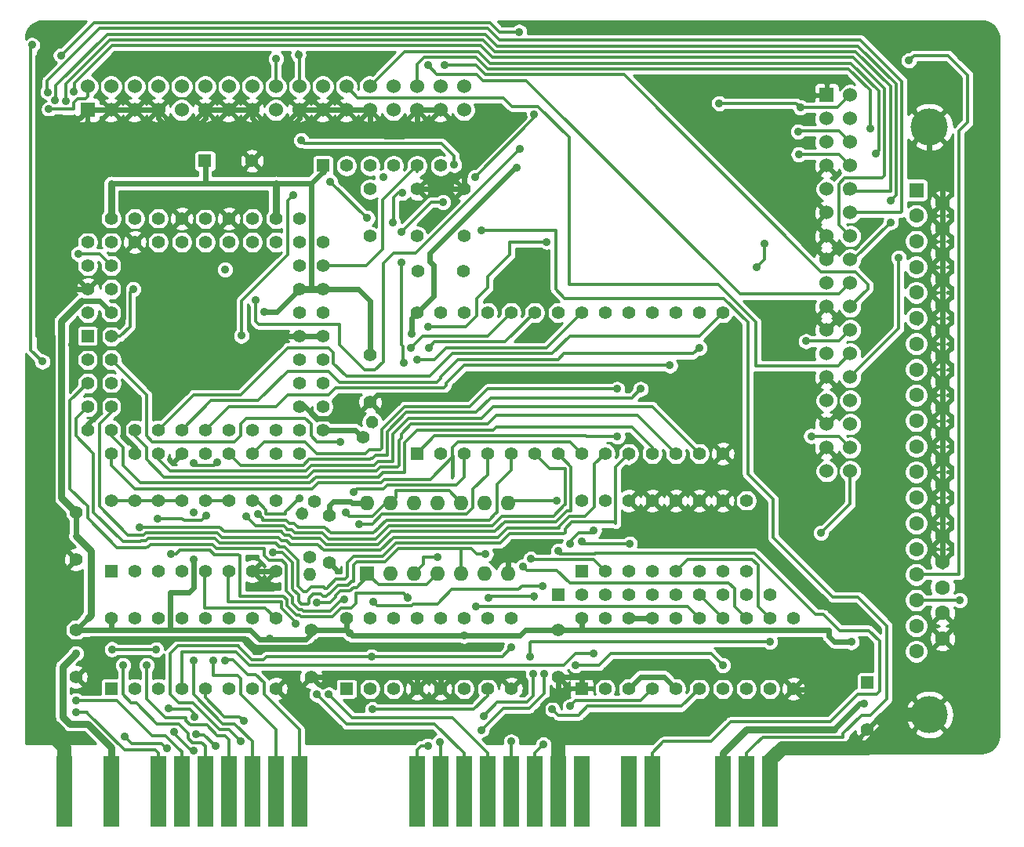
<source format=gbl>
%TF.GenerationSoftware,KiCad,Pcbnew,(5.1.6-0)*%
%TF.CreationDate,2020-08-03T06:06:21-05:00*%
%TF.ProjectId,isa_fdc.kicad_DB37-v3_pcb,6973615f-6664-4632-9e6b-696361645f44,rev?*%
%TF.SameCoordinates,Original*%
%TF.FileFunction,Copper,L2,Bot*%
%TF.FilePolarity,Positive*%
%FSLAX46Y46*%
G04 Gerber Fmt 4.6, Leading zero omitted, Abs format (unit mm)*
G04 Created by KiCad (PCBNEW (5.1.6-0)) date 2020-08-03 06:06:21*
%MOMM*%
%LPD*%
G01*
G04 APERTURE LIST*
%TA.AperFunction,ComponentPad*%
%ADD10C,1.400000*%
%TD*%
%TA.AperFunction,ComponentPad*%
%ADD11C,4.000000*%
%TD*%
%TA.AperFunction,ComponentPad*%
%ADD12C,1.600000*%
%TD*%
%TA.AperFunction,ComponentPad*%
%ADD13R,1.600000X1.600000*%
%TD*%
%TA.AperFunction,ComponentPad*%
%ADD14C,1.524000*%
%TD*%
%TA.AperFunction,ComponentPad*%
%ADD15R,1.524000X1.524000*%
%TD*%
%TA.AperFunction,ComponentPad*%
%ADD16O,1.400000X1.400000*%
%TD*%
%TA.AperFunction,ComponentPad*%
%ADD17O,1.600000X1.600000*%
%TD*%
%TA.AperFunction,ComponentPad*%
%ADD18C,1.397000*%
%TD*%
%TA.AperFunction,ComponentPad*%
%ADD19R,1.397000X1.397000*%
%TD*%
%TA.AperFunction,ConnectorPad*%
%ADD20R,1.778000X7.620000*%
%TD*%
%TA.AperFunction,ViaPad*%
%ADD21C,0.889000*%
%TD*%
%TA.AperFunction,Conductor*%
%ADD22C,0.368300*%
%TD*%
%TA.AperFunction,Conductor*%
%ADD23C,0.632460*%
%TD*%
%TA.AperFunction,Conductor*%
%ADD24C,1.524000*%
%TD*%
%TA.AperFunction,Conductor*%
%ADD25C,0.762000*%
%TD*%
%TA.AperFunction,Conductor*%
%ADD26C,0.254000*%
%TD*%
G04 APERTURE END LIST*
D10*
%TO.P,R3,1*%
%TO.N,/IDENT*%
X136440000Y-92220000D03*
%TO.P,R3,2*%
%TO.N,VCC*%
%TA.AperFunction,ComponentPad*%
G36*
G01*
X137040000Y-91180770D02*
X137040000Y-91180770D01*
G75*
G02*
X136783782Y-90224552I350000J606218D01*
G01*
X136783782Y-90224552D01*
G75*
G02*
X137740000Y-89968334I606218J-350000D01*
G01*
X137740000Y-89968334D01*
G75*
G02*
X137996218Y-90924552I-350000J-606218D01*
G01*
X137996218Y-90924552D01*
G75*
G02*
X137040000Y-91180770I-606218J350000D01*
G01*
G37*
%TD.AperFunction*%
%TD*%
D11*
%TO.P,P2,0*%
%TO.N,GND*%
X197570000Y-58670000D03*
X197570000Y-122170000D03*
D12*
%TO.P,P2,37*%
X198990000Y-113965000D03*
%TO.P,P2,36*%
X198990000Y-111195000D03*
%TO.P,P2,35*%
X198990000Y-108425000D03*
%TO.P,P2,34*%
X198990000Y-105655000D03*
%TO.P,P2,33*%
X198990000Y-102885000D03*
%TO.P,P2,32*%
X198990000Y-100115000D03*
%TO.P,P2,31*%
X198990000Y-97345000D03*
%TO.P,P2,30*%
X198990000Y-94575000D03*
%TO.P,P2,29*%
X198990000Y-91805000D03*
%TO.P,P2,28*%
X198990000Y-89035000D03*
%TO.P,P2,27*%
X198990000Y-86265000D03*
%TO.P,P2,26*%
X198990000Y-83495000D03*
%TO.P,P2,25*%
X198990000Y-80725000D03*
%TO.P,P2,24*%
X198990000Y-77955000D03*
%TO.P,P2,23*%
X198990000Y-75185000D03*
%TO.P,P2,22*%
X198990000Y-72415000D03*
%TO.P,P2,21*%
X198990000Y-69645000D03*
%TO.P,P2,20*%
X198990000Y-66875000D03*
%TO.P,P2,19*%
%TO.N,/DSKCG*%
X196150000Y-115350000D03*
%TO.P,P2,18*%
%TO.N,/HDSEL*%
X196150000Y-112580000D03*
%TO.P,P2,17*%
%TO.N,/RDATA*%
X196150000Y-109810000D03*
%TO.P,P2,16*%
%TO.N,/WP*%
X196150000Y-107040000D03*
%TO.P,P2,15*%
%TO.N,/TRK00*%
X196150000Y-104270000D03*
%TO.P,P2,14*%
%TO.N,/WE*%
X196150000Y-101500000D03*
%TO.P,P2,13*%
%TO.N,/WDATA*%
X196150000Y-98730000D03*
%TO.P,P2,12*%
%TO.N,/STEP*%
X196150000Y-95960000D03*
%TO.P,P2,11*%
%TO.N,/DIR*%
X196150000Y-93190000D03*
%TO.P,P2,10*%
%TO.N,/ME3*%
X196150000Y-90420000D03*
%TO.P,P2,9*%
%TO.N,/DS2*%
X196150000Y-87650000D03*
%TO.P,P2,8*%
%TO.N,/DS3*%
X196150000Y-84880000D03*
%TO.P,P2,7*%
%TO.N,/ME2*%
X196150000Y-82110000D03*
%TO.P,P2,6*%
%TO.N,/INDEX*%
X196150000Y-79340000D03*
%TO.P,P2,5*%
%TO.N,Net-(P2-Pad5)*%
X196150000Y-76570000D03*
%TO.P,P2,4*%
%TO.N,Net-(P2-Pad4)*%
X196150000Y-73800000D03*
%TO.P,P2,3*%
%TO.N,/DENSL*%
X196150000Y-71030000D03*
%TO.P,P2,2*%
%TO.N,Net-(P2-Pad2)*%
X196150000Y-68260000D03*
D13*
%TO.P,P2,1*%
%TO.N,Net-(P2-Pad1)*%
X196150000Y-65490000D03*
%TD*%
D14*
%TO.P,P3,34*%
%TO.N,/DSKCG*%
X189010000Y-95870000D03*
%TO.P,P3,33*%
%TO.N,Net-(P3-Pad33)*%
X186470000Y-95870000D03*
%TO.P,P3,32*%
%TO.N,/HDSEL*%
X189010000Y-93330000D03*
%TO.P,P3,31*%
%TO.N,GND*%
X186470000Y-93330000D03*
%TO.P,P3,29*%
X186470000Y-90790000D03*
%TO.P,P3,30*%
%TO.N,/RDATA*%
X189010000Y-90790000D03*
%TO.P,P3,27*%
%TO.N,Net-(P3-Pad27)*%
X186470000Y-88250000D03*
%TO.P,P3,28*%
%TO.N,/WP*%
X189010000Y-88250000D03*
%TO.P,P3,26*%
%TO.N,/TRK00*%
X189010000Y-85710000D03*
%TO.P,P3,25*%
%TO.N,GND*%
X186470000Y-85710000D03*
%TO.P,P3,24*%
%TO.N,/WE*%
X189010000Y-83170000D03*
%TO.P,P3,23*%
%TO.N,GND*%
X186470000Y-83170000D03*
%TO.P,P3,22*%
%TO.N,/WDATA*%
X189010000Y-80630000D03*
%TO.P,P3,21*%
%TO.N,GND*%
X186470000Y-80630000D03*
%TO.P,P3,20*%
%TO.N,/STEP*%
X189010000Y-78090000D03*
%TO.P,P3,19*%
%TO.N,GND*%
X186470000Y-78090000D03*
%TO.P,P3,18*%
%TO.N,/DIR*%
X189010000Y-75550000D03*
%TO.P,P3,17*%
%TO.N,Net-(P3-Pad17)*%
X186470000Y-75550000D03*
%TO.P,P3,16*%
%TO.N,/ME3*%
X189010000Y-73010000D03*
%TO.P,P3,15*%
%TO.N,GND*%
X186470000Y-73010000D03*
%TO.P,P3,14*%
%TO.N,/DS2*%
X189010000Y-70470000D03*
%TO.P,P3,13*%
%TO.N,GND*%
X186470000Y-70470000D03*
%TO.P,P3,12*%
%TO.N,/DS3*%
X189010000Y-67930000D03*
%TO.P,P3,11*%
%TO.N,GND*%
X186470000Y-67930000D03*
%TO.P,P3,10*%
%TO.N,/ME2*%
X189010000Y-65390000D03*
%TO.P,P3,9*%
%TO.N,Net-(P3-Pad9)*%
X186470000Y-65390000D03*
%TO.P,P3,8*%
%TO.N,/INDEX*%
X189010000Y-62850000D03*
%TO.P,P3,7*%
%TO.N,GND*%
X186470000Y-62850000D03*
%TO.P,P3,6*%
%TO.N,/DRATE0*%
X189010000Y-60310000D03*
%TO.P,P3,5*%
%TO.N,GND*%
X186470000Y-60310000D03*
%TO.P,P3,4*%
%TO.N,Net-(P3-Pad4)*%
X189010000Y-57770000D03*
%TO.P,P3,3*%
%TO.N,GND*%
X186470000Y-57770000D03*
%TO.P,P3,2*%
%TO.N,/DENSL*%
X189010000Y-55230000D03*
D15*
%TO.P,P3,1*%
%TO.N,GND*%
X186470000Y-55230000D03*
%TD*%
D10*
%TO.P,R2,1*%
%TO.N,/GT3*%
X130690000Y-105120000D03*
D16*
%TO.P,R2,2*%
%TO.N,VCC*%
X130690000Y-107020000D03*
%TD*%
%TO.P,R1,2*%
%TO.N,/GT2*%
%TA.AperFunction,ComponentPad*%
G36*
G01*
X130321472Y-99958528D02*
X130321472Y-99958528D01*
G75*
G02*
X130321472Y-100948478I-494975J-494975D01*
G01*
X130321472Y-100948478D01*
G75*
G02*
X129331522Y-100948478I-494975J494975D01*
G01*
X129331522Y-100948478D01*
G75*
G02*
X129331522Y-99958528I494975J494975D01*
G01*
X129331522Y-99958528D01*
G75*
G02*
X130321472Y-99958528I494975J-494975D01*
G01*
G37*
%TD.AperFunction*%
D10*
%TO.P,R1,1*%
%TO.N,VCC*%
X131170000Y-99110000D03*
%TD*%
D13*
%TO.P,U2,1*%
%TO.N,/GT3*%
X136880000Y-106910000D03*
D17*
%TO.P,U2,8*%
%TO.N,/DRQ2*%
X152120000Y-99290000D03*
%TO.P,U2,2*%
%TO.N,/~DACK3*%
X139420000Y-106910000D03*
%TO.P,U2,9*%
%TO.N,/DRQ*%
X149580000Y-99290000D03*
%TO.P,U2,3*%
%TO.N,/~DACK*%
X141960000Y-106910000D03*
%TO.P,U2,10*%
%TO.N,/GT2*%
X147040000Y-99290000D03*
%TO.P,U2,4*%
%TO.N,/GT3*%
X144500000Y-106910000D03*
%TO.P,U2,11*%
%TO.N,/~DACK*%
X144500000Y-99290000D03*
%TO.P,U2,5*%
%TO.N,/DRQ*%
X147040000Y-106910000D03*
%TO.P,U2,12*%
%TO.N,/~DACK2*%
X141960000Y-99290000D03*
%TO.P,U2,6*%
%TO.N,/DRQ3*%
X149580000Y-106910000D03*
%TO.P,U2,13*%
%TO.N,/GT2*%
X139420000Y-99290000D03*
%TO.P,U2,7*%
%TO.N,GND*%
X152120000Y-106910000D03*
%TO.P,U2,14*%
%TO.N,VCC*%
X136880000Y-99290000D03*
%TD*%
D18*
%TO.P,C2,1*%
%TO.N,VCC*%
X132790000Y-100680000D03*
%TO.P,C2,2*%
%TO.N,GND*%
X132790000Y-105760000D03*
%TD*%
D19*
%TO.P,SW1,1*%
%TO.N,/IRQ3*%
X109220000Y-106680000D03*
D18*
%TO.P,SW1,2*%
%TO.N,/IRQ4*%
X111760000Y-106680000D03*
%TO.P,SW1,3*%
%TO.N,/IRQ5*%
X114300000Y-106680000D03*
%TO.P,SW1,4*%
%TO.N,/IRQ6*%
X116840000Y-106680000D03*
%TO.P,SW1,5*%
%TO.N,/0x370*%
X119380000Y-106680000D03*
%TO.P,SW1,6*%
%TO.N,/0x3F0*%
X121920000Y-106680000D03*
%TO.P,SW1,7*%
%TO.N,GND*%
X124460000Y-106680000D03*
%TO.P,SW1,8*%
X127000000Y-106680000D03*
%TO.P,SW1,9*%
%TO.N,/GT3*%
X127000000Y-99060000D03*
%TO.P,SW1,10*%
%TO.N,/GT2*%
X124460000Y-99060000D03*
%TO.P,SW1,11*%
%TO.N,/~FDC_CS*%
X121920000Y-99060000D03*
%TO.P,SW1,12*%
X119380000Y-99060000D03*
%TO.P,SW1,13*%
%TO.N,/FDC_IRQ*%
X116840000Y-99060000D03*
%TO.P,SW1,14*%
X114300000Y-99060000D03*
%TO.P,SW1,15*%
X111760000Y-99060000D03*
%TO.P,SW1,16*%
X109220000Y-99060000D03*
%TD*%
D20*
%TO.P,BUS1,1*%
%TO.N,GND*%
X180340000Y-130492500D03*
%TO.P,BUS1,2*%
%TO.N,/RESETDRV*%
X177800000Y-130492500D03*
%TO.P,BUS1,3*%
%TO.N,VCC*%
X175260000Y-130492500D03*
%TO.P,BUS1,6*%
%TO.N,/DRQ2*%
X167640000Y-130492500D03*
%TO.P,BUS1,7*%
%TO.N,VSS*%
X165100000Y-130492500D03*
%TO.P,BUS1,9*%
%TO.N,VDD*%
X160020000Y-130492500D03*
%TO.P,BUS1,10*%
%TO.N,GND*%
X157480000Y-130492500D03*
%TO.P,BUS1,11*%
%TO.N,/~MEMW*%
X154940000Y-130492500D03*
%TO.P,BUS1,12*%
%TO.N,/~MEMR*%
X152400000Y-130492500D03*
%TO.P,BUS1,13*%
%TO.N,/~IOW*%
X149860000Y-130492500D03*
%TO.P,BUS1,14*%
%TO.N,/~IOR*%
X147320000Y-130492500D03*
%TO.P,BUS1,21*%
%TO.N,/IRQ7*%
X129540000Y-130492500D03*
%TO.P,BUS1,22*%
%TO.N,/IRQ6*%
X127000000Y-130492500D03*
%TO.P,BUS1,23*%
%TO.N,/IRQ5*%
X124460000Y-130492500D03*
%TO.P,BUS1,24*%
%TO.N,/IRQ4*%
X121920000Y-130492500D03*
%TO.P,BUS1,25*%
%TO.N,/IRQ3*%
X119380000Y-130492500D03*
%TO.P,BUS1,26*%
%TO.N,/~DACK2*%
X116840000Y-130492500D03*
%TO.P,BUS1,27*%
%TO.N,/TC*%
X114300000Y-130492500D03*
%TO.P,BUS1,29*%
%TO.N,VCC*%
X109220000Y-130492500D03*
%TO.P,BUS1,31*%
%TO.N,GND*%
X104140000Y-130492500D03*
%TO.P,BUS1,15*%
%TO.N,/~DACK3*%
X144780000Y-130492500D03*
%TO.P,BUS1,16*%
%TO.N,/DRQ3*%
X142240000Y-130492500D03*
%TD*%
D18*
%TO.P,C11,2*%
%TO.N,GND*%
X190890000Y-123800000D03*
D19*
%TO.P,C11,1*%
%TO.N,VCC*%
X190890000Y-118720000D03*
%TD*%
%TO.P,C12,1*%
%TO.N,VCC*%
X119350000Y-62340000D03*
D18*
%TO.P,C12,2*%
%TO.N,GND*%
X124430000Y-62340000D03*
%TD*%
D19*
%TO.P,U5,1*%
%TO.N,GND*%
X160020000Y-119380000D03*
D18*
%TO.P,U5,2*%
%TO.N,/A19*%
X162560000Y-119380000D03*
%TO.P,U5,3*%
%TO.N,VCC*%
X165100000Y-119380000D03*
%TO.P,U5,4*%
%TO.N,/A18*%
X167640000Y-119380000D03*
%TO.P,U5,5*%
%TO.N,VCC*%
X170180000Y-119380000D03*
%TO.P,U5,6*%
%TO.N,/A17*%
X172720000Y-119380000D03*
%TO.P,U5,7*%
%TO.N,Net-(RR1-Pad4)*%
X175260000Y-119380000D03*
%TO.P,U5,8*%
%TO.N,/A16*%
X177800000Y-119380000D03*
%TO.P,U5,9*%
%TO.N,Net-(RR1-Pad5)*%
X180340000Y-119380000D03*
%TO.P,U5,10*%
%TO.N,GND*%
X182880000Y-119380000D03*
%TO.P,U5,11*%
%TO.N,/A15*%
X182880000Y-111760000D03*
%TO.P,U5,12*%
%TO.N,Net-(RR1-Pad6)*%
X180340000Y-111760000D03*
%TO.P,U5,13*%
%TO.N,/A14*%
X177800000Y-111760000D03*
%TO.P,U5,14*%
%TO.N,Net-(RR1-Pad7)*%
X175260000Y-111760000D03*
%TO.P,U5,15*%
%TO.N,/A13*%
X172720000Y-111760000D03*
%TO.P,U5,16*%
%TO.N,Net-(RR1-Pad8)*%
X170180000Y-111760000D03*
%TO.P,U5,17*%
%TO.N,GND*%
X167640000Y-111760000D03*
%TO.P,U5,18*%
X165100000Y-111760000D03*
%TO.P,U5,19*%
%TO.N,/~ROM_CS_IN*%
X162560000Y-111760000D03*
%TO.P,U5,20*%
%TO.N,VCC*%
X160020000Y-111760000D03*
%TD*%
D19*
%TO.P,U7,1*%
%TO.N,/A7*%
X109220000Y-119380000D03*
D18*
%TO.P,U7,2*%
%TO.N,/A5*%
X111760000Y-119380000D03*
%TO.P,U7,3*%
%TO.N,/A4*%
X114300000Y-119380000D03*
%TO.P,U7,4*%
%TO.N,/AEN*%
X116840000Y-119380000D03*
%TO.P,U7,5*%
%TO.N,Net-(U6-Pad7)*%
X119380000Y-119380000D03*
%TO.P,U7,6*%
%TO.N,VCC*%
X121920000Y-119380000D03*
%TO.P,U7,7*%
%TO.N,/0x3F0*%
X124460000Y-119380000D03*
%TO.P,U7,8*%
%TO.N,GND*%
X127000000Y-119380000D03*
%TO.P,U7,9*%
%TO.N,/0x370*%
X127000000Y-111760000D03*
%TO.P,U7,10*%
%TO.N,Net-(U7-Pad10)*%
X124460000Y-111760000D03*
%TO.P,U7,11*%
%TO.N,Net-(U7-Pad11)*%
X121920000Y-111760000D03*
%TO.P,U7,12*%
%TO.N,Net-(U7-Pad12)*%
X119380000Y-111760000D03*
%TO.P,U7,13*%
%TO.N,Net-(U7-Pad13)*%
X116840000Y-111760000D03*
%TO.P,U7,14*%
%TO.N,Net-(U7-Pad14)*%
X114300000Y-111760000D03*
%TO.P,U7,15*%
%TO.N,Net-(U7-Pad15)*%
X111760000Y-111760000D03*
%TO.P,U7,16*%
%TO.N,VCC*%
X109220000Y-111760000D03*
%TD*%
D19*
%TO.P,U6,1*%
%TO.N,/A6*%
X134620000Y-119380000D03*
D18*
%TO.P,U6,2*%
%TO.N,/A8*%
X137160000Y-119380000D03*
%TO.P,U6,3*%
%TO.N,/A9*%
X139700000Y-119380000D03*
%TO.P,U6,4*%
%TO.N,GND*%
X142240000Y-119380000D03*
%TO.P,U6,5*%
X144780000Y-119380000D03*
%TO.P,U6,6*%
%TO.N,VCC*%
X147320000Y-119380000D03*
%TO.P,U6,7*%
%TO.N,Net-(U6-Pad7)*%
X149860000Y-119380000D03*
%TO.P,U6,8*%
%TO.N,GND*%
X152400000Y-119380000D03*
%TO.P,U6,9*%
%TO.N,Net-(U6-Pad9)*%
X152400000Y-111760000D03*
%TO.P,U6,10*%
%TO.N,Net-(U6-Pad10)*%
X149860000Y-111760000D03*
%TO.P,U6,11*%
%TO.N,Net-(U6-Pad11)*%
X147320000Y-111760000D03*
%TO.P,U6,12*%
%TO.N,Net-(U6-Pad12)*%
X144780000Y-111760000D03*
%TO.P,U6,13*%
%TO.N,Net-(U6-Pad13)*%
X142240000Y-111760000D03*
%TO.P,U6,14*%
%TO.N,Net-(U6-Pad14)*%
X139700000Y-111760000D03*
%TO.P,U6,15*%
%TO.N,Net-(U6-Pad15)*%
X137160000Y-111760000D03*
%TO.P,U6,16*%
%TO.N,VCC*%
X134620000Y-111760000D03*
%TD*%
D19*
%TO.P,SW2,1*%
%TO.N,/~ROM_CS*%
X160020000Y-106680000D03*
D18*
%TO.P,SW2,2*%
%TO.N,/~ROMW*%
X162560000Y-106680000D03*
%TO.P,SW2,3*%
%TO.N,Net-(RR1-Pad4)*%
X165100000Y-106680000D03*
%TO.P,SW2,4*%
%TO.N,Net-(RR1-Pad5)*%
X167640000Y-106680000D03*
%TO.P,SW2,5*%
%TO.N,Net-(RR1-Pad6)*%
X170180000Y-106680000D03*
%TO.P,SW2,6*%
%TO.N,Net-(RR1-Pad7)*%
X172720000Y-106680000D03*
%TO.P,SW2,7*%
%TO.N,Net-(RR1-Pad8)*%
X175260000Y-106680000D03*
%TO.P,SW2,8*%
%TO.N,Net-(SW2-Pad8)*%
X177800000Y-106680000D03*
%TO.P,SW2,9*%
%TO.N,Net-(SW2-Pad9)*%
X177800000Y-99060000D03*
%TO.P,SW2,10*%
%TO.N,GND*%
X175260000Y-99060000D03*
%TO.P,SW2,11*%
X172720000Y-99060000D03*
%TO.P,SW2,12*%
X170180000Y-99060000D03*
%TO.P,SW2,13*%
X167640000Y-99060000D03*
%TO.P,SW2,14*%
X165100000Y-99060000D03*
%TO.P,SW2,15*%
%TO.N,/~MEMW*%
X162560000Y-99060000D03*
%TO.P,SW2,16*%
%TO.N,/~ROM_CS_IN*%
X160020000Y-99060000D03*
%TD*%
%TO.P,C1,1*%
%TO.N,VCC*%
X105410000Y-100330000D03*
%TO.P,C1,2*%
%TO.N,GND*%
X105410000Y-105410000D03*
%TD*%
%TO.P,C7,1*%
%TO.N,VCC*%
X105410000Y-113030000D03*
%TO.P,C7,2*%
%TO.N,GND*%
X105410000Y-118110000D03*
%TD*%
%TO.P,C6,1*%
%TO.N,VCC*%
X130810000Y-113030000D03*
%TO.P,C6,2*%
%TO.N,GND*%
X130810000Y-118110000D03*
%TD*%
%TO.P,C5,1*%
%TO.N,VCC*%
X157470000Y-113020000D03*
%TO.P,C5,2*%
%TO.N,GND*%
X157470000Y-118100000D03*
%TD*%
%TO.P,C4,1*%
%TO.N,VCC*%
X137170000Y-83310000D03*
%TO.P,C4,2*%
%TO.N,GND*%
X137170000Y-88390000D03*
%TD*%
%TO.P,C16,1*%
%TO.N,Net-(C16-Pad1)*%
X142240000Y-70485000D03*
%TO.P,C16,2*%
%TO.N,GND*%
X142240000Y-65405000D03*
%TD*%
%TO.P,C15,1*%
%TO.N,Net-(C15-Pad1)*%
X147320000Y-70485000D03*
%TO.P,C15,2*%
%TO.N,GND*%
X147320000Y-65405000D03*
%TD*%
D19*
%TO.P,U4,1*%
%TO.N,/RDY/~BUSY*%
X142240000Y-93980000D03*
D18*
%TO.P,U4,2*%
%TO.N,/A12*%
X144780000Y-93980000D03*
%TO.P,U4,3*%
%TO.N,/A7*%
X147320000Y-93980000D03*
%TO.P,U4,4*%
%TO.N,/A6*%
X149860000Y-93980000D03*
%TO.P,U4,5*%
%TO.N,/A5*%
X152400000Y-93980000D03*
%TO.P,U4,6*%
%TO.N,/A4*%
X154940000Y-93980000D03*
%TO.P,U4,7*%
%TO.N,/A3*%
X157480000Y-93980000D03*
%TO.P,U4,8*%
%TO.N,/A2*%
X160020000Y-93980000D03*
%TO.P,U4,9*%
%TO.N,/A1*%
X162560000Y-93980000D03*
%TO.P,U4,10*%
%TO.N,/A0*%
X165100000Y-93980000D03*
%TO.P,U4,11*%
%TO.N,/D0*%
X167640000Y-93980000D03*
%TO.P,U4,12*%
%TO.N,/D1*%
X170180000Y-93980000D03*
%TO.P,U4,13*%
%TO.N,/D2*%
X172720000Y-93980000D03*
%TO.P,U4,14*%
%TO.N,GND*%
X175260000Y-93980000D03*
%TO.P,U4,15*%
%TO.N,/D3*%
X175260000Y-78740000D03*
%TO.P,U4,16*%
%TO.N,/D4*%
X172720000Y-78740000D03*
%TO.P,U4,17*%
%TO.N,/D5*%
X170180000Y-78740000D03*
%TO.P,U4,18*%
%TO.N,/D6*%
X167640000Y-78740000D03*
%TO.P,U4,19*%
%TO.N,/D7*%
X165100000Y-78740000D03*
%TO.P,U4,20*%
%TO.N,/~ROM_CS*%
X162560000Y-78740000D03*
%TO.P,U4,21*%
%TO.N,/A10*%
X160020000Y-78740000D03*
%TO.P,U4,22*%
%TO.N,/~MEMR*%
X157480000Y-78740000D03*
%TO.P,U4,23*%
%TO.N,/A11*%
X154940000Y-78740000D03*
%TO.P,U4,24*%
%TO.N,/A9*%
X152400000Y-78740000D03*
%TO.P,U4,25*%
%TO.N,/A8*%
X149860000Y-78740000D03*
%TO.P,U4,26*%
%TO.N,Net-(U4-Pad26)*%
X147320000Y-78740000D03*
%TO.P,U4,27*%
%TO.N,/~ROMW*%
X144780000Y-78740000D03*
%TO.P,U4,28*%
%TO.N,VCC*%
X142240000Y-78740000D03*
%TD*%
%TO.P,C17,1*%
%TO.N,Net-(C17-Pad1)*%
X137160000Y-65405000D03*
%TO.P,C17,2*%
%TO.N,Net-(C17-Pad2)*%
X137160000Y-70485000D03*
%TD*%
D19*
%TO.P,U1,1*%
%TO.N,/WP*%
X106680000Y-81280000D03*
D18*
%TO.P,U1,2*%
%TO.N,/TRK00*%
X109220000Y-81280000D03*
%TO.P,U1,3*%
%TO.N,/~DACK*%
X106680000Y-83820000D03*
%TO.P,U1,4*%
%TO.N,/~IOR*%
X109220000Y-83820000D03*
%TO.P,U1,5*%
%TO.N,/~IOW*%
X106680000Y-86360000D03*
%TO.P,U1,6*%
%TO.N,/~FDC_CS*%
X109220000Y-86360000D03*
%TO.P,U1,7*%
%TO.N,/A0*%
X106680000Y-88900000D03*
%TO.P,U1,8*%
%TO.N,/A1*%
X109220000Y-88900000D03*
%TO.P,U1,9*%
%TO.N,GND*%
X106680000Y-91440000D03*
%TO.P,U1,10*%
%TO.N,/A2*%
X109220000Y-93980000D03*
%TO.P,U1,11*%
%TO.N,/D0*%
X109220000Y-91440000D03*
%TO.P,U1,12*%
%TO.N,GND*%
X111760000Y-93980000D03*
%TO.P,U1,13*%
%TO.N,/D1*%
X111760000Y-91440000D03*
%TO.P,U1,14*%
%TO.N,/D2*%
X114300000Y-93980000D03*
%TO.P,U1,15*%
%TO.N,/D3*%
X114300000Y-91440000D03*
%TO.P,U1,16*%
%TO.N,GND*%
X116840000Y-93980000D03*
%TO.P,U1,17*%
%TO.N,/D4*%
X116840000Y-91440000D03*
%TO.P,U1,18*%
%TO.N,VCC*%
X119380000Y-93980000D03*
%TO.P,U1,19*%
%TO.N,/D5*%
X119380000Y-91440000D03*
%TO.P,U1,20*%
%TO.N,/D6*%
X121920000Y-93980000D03*
%TO.P,U1,21*%
%TO.N,GND*%
X121920000Y-91440000D03*
%TO.P,U1,22*%
%TO.N,/D7*%
X124460000Y-93980000D03*
%TO.P,U1,23*%
%TO.N,/FDC_IRQ*%
X124460000Y-91440000D03*
%TO.P,U1,24*%
%TO.N,/DRQ*%
X127000000Y-93980000D03*
%TO.P,U1,25*%
%TO.N,/TC*%
X127000000Y-91440000D03*
%TO.P,U1,26*%
%TO.N,/INDEX*%
X129540000Y-93980000D03*
%TO.P,U1,27*%
%TO.N,/IDENT*%
X132080000Y-91440000D03*
%TO.P,U1,28*%
%TO.N,/DRATE0*%
X129540000Y-91440000D03*
%TO.P,U1,29*%
%TO.N,Net-(U1-Pad29)*%
X132080000Y-88900000D03*
%TO.P,U1,30*%
%TO.N,GND*%
X129540000Y-88900000D03*
%TO.P,U1,31*%
%TO.N,/DSKCG*%
X132080000Y-86360000D03*
%TO.P,U1,32*%
%TO.N,/RESETDRV*%
X129540000Y-86360000D03*
%TO.P,U1,33*%
%TO.N,Net-(C15-Pad1)*%
X132080000Y-83820000D03*
%TO.P,U1,34*%
%TO.N,Net-(C16-Pad1)*%
X129540000Y-83820000D03*
%TO.P,U1,35*%
%TO.N,GND*%
X132080000Y-81280000D03*
%TO.P,U1,36*%
X129540000Y-81280000D03*
%TO.P,U1,37*%
%TO.N,Net-(C17-Pad2)*%
X132080000Y-78740000D03*
%TO.P,U1,38*%
%TO.N,Net-(C17-Pad1)*%
X129540000Y-78740000D03*
%TO.P,U1,39*%
%TO.N,VCC*%
X132080000Y-76200000D03*
%TO.P,U1,40*%
X129540000Y-76200000D03*
%TO.P,U1,41*%
%TO.N,/RDATA*%
X132080000Y-73660000D03*
%TO.P,U1,42*%
%TO.N,Net-(U1-Pad42)*%
X129540000Y-73660000D03*
%TO.P,U1,43*%
%TO.N,Net-(U1-Pad43)*%
X132080000Y-71120000D03*
%TO.P,U1,44*%
%TO.N,Net-(U1-Pad44)*%
X129540000Y-68580000D03*
%TO.P,U1,45*%
%TO.N,GND*%
X129540000Y-71120000D03*
%TO.P,U1,46*%
%TO.N,VCC*%
X127000000Y-68580000D03*
%TO.P,U1,47*%
%TO.N,Net-(U1-Pad47)*%
X127000000Y-71120000D03*
%TO.P,U1,48*%
%TO.N,Net-(U1-Pad48)*%
X124460000Y-68580000D03*
%TO.P,U1,49*%
%TO.N,/DENSL*%
X124460000Y-71120000D03*
%TO.P,U1,50*%
%TO.N,GND*%
X121920000Y-68580000D03*
%TO.P,U1,51*%
%TO.N,/HDSEL*%
X121920000Y-71120000D03*
%TO.P,U1,52*%
%TO.N,/WE*%
X119380000Y-68580000D03*
%TO.P,U1,53*%
%TO.N,/WDATA*%
X119380000Y-71120000D03*
%TO.P,U1,54*%
%TO.N,GND*%
X116840000Y-68580000D03*
%TO.P,U1,55*%
%TO.N,/STEP*%
X116840000Y-71120000D03*
%TO.P,U1,56*%
%TO.N,/DIR*%
X114300000Y-68580000D03*
%TO.P,U1,57*%
%TO.N,/MEA*%
X114300000Y-71120000D03*
%TO.P,U1,58*%
%TO.N,/DSA*%
X111760000Y-68580000D03*
%TO.P,U1,59*%
%TO.N,GND*%
X111760000Y-71120000D03*
%TO.P,U1,60*%
%TO.N,VCC*%
X109220000Y-68580000D03*
%TO.P,U1,61*%
%TO.N,/MEB*%
X106680000Y-71120000D03*
%TO.P,U1,62*%
%TO.N,/DSB*%
X109220000Y-71120000D03*
%TO.P,U1,63*%
%TO.N,/ME2*%
X106680000Y-73660000D03*
%TO.P,U1,64*%
%TO.N,/DS2*%
X109220000Y-73660000D03*
%TO.P,U1,65*%
%TO.N,GND*%
X106680000Y-76200000D03*
%TO.P,U1,66*%
%TO.N,/ME3*%
X109220000Y-76200000D03*
%TO.P,U1,67*%
%TO.N,/DS3*%
X106680000Y-78740000D03*
%TO.P,U1,68*%
%TO.N,VCC*%
X109220000Y-78740000D03*
%TD*%
D15*
%TO.P,P1,1*%
%TO.N,GND*%
X106670000Y-56840000D03*
D14*
%TO.P,P1,2*%
%TO.N,/DENSL*%
X106670000Y-54300000D03*
%TO.P,P1,3*%
%TO.N,GND*%
X109210000Y-56840000D03*
%TO.P,P1,4*%
%TO.N,Net-(P1-Pad4)*%
X109210000Y-54300000D03*
%TO.P,P1,5*%
%TO.N,GND*%
X111750000Y-56840000D03*
%TO.P,P1,6*%
%TO.N,/DRATE0*%
X111750000Y-54300000D03*
%TO.P,P1,7*%
%TO.N,GND*%
X114290000Y-56840000D03*
%TO.P,P1,8*%
%TO.N,/INDEX*%
X114290000Y-54300000D03*
%TO.P,P1,9*%
%TO.N,Net-(P1-Pad9)*%
X116830000Y-56840000D03*
%TO.P,P1,10*%
%TO.N,/MEA*%
X116830000Y-54300000D03*
%TO.P,P1,11*%
%TO.N,GND*%
X119370000Y-56840000D03*
%TO.P,P1,12*%
%TO.N,/DSB*%
X119370000Y-54300000D03*
%TO.P,P1,13*%
%TO.N,GND*%
X121910000Y-56840000D03*
%TO.P,P1,14*%
%TO.N,/DSA*%
X121910000Y-54300000D03*
%TO.P,P1,15*%
%TO.N,GND*%
X124450000Y-56840000D03*
%TO.P,P1,16*%
%TO.N,/MEB*%
X124450000Y-54300000D03*
%TO.P,P1,17*%
%TO.N,Net-(P1-Pad17)*%
X126990000Y-56840000D03*
%TO.P,P1,18*%
%TO.N,/DIR*%
X126990000Y-54300000D03*
%TO.P,P1,19*%
%TO.N,GND*%
X129530000Y-56840000D03*
%TO.P,P1,20*%
%TO.N,/STEP*%
X129530000Y-54300000D03*
%TO.P,P1,21*%
%TO.N,GND*%
X132070000Y-56840000D03*
%TO.P,P1,22*%
%TO.N,/WDATA*%
X132070000Y-54300000D03*
%TO.P,P1,23*%
%TO.N,GND*%
X134610000Y-56840000D03*
%TO.P,P1,24*%
%TO.N,/WE*%
X134610000Y-54300000D03*
%TO.P,P1,25*%
%TO.N,GND*%
X137150000Y-56840000D03*
%TO.P,P1,26*%
%TO.N,/TRK00*%
X137150000Y-54300000D03*
%TO.P,P1,28*%
%TO.N,/WP*%
X139690000Y-54300000D03*
%TO.P,P1,27*%
%TO.N,Net-(P1-Pad27)*%
X139690000Y-56840000D03*
%TO.P,P1,30*%
%TO.N,/RDATA*%
X142230000Y-54300000D03*
%TO.P,P1,29*%
%TO.N,GND*%
X142230000Y-56840000D03*
%TO.P,P1,31*%
X144770000Y-56840000D03*
%TO.P,P1,32*%
%TO.N,/HDSEL*%
X144770000Y-54300000D03*
%TO.P,P1,33*%
%TO.N,Net-(P1-Pad33)*%
X147310000Y-56840000D03*
%TO.P,P1,34*%
%TO.N,/DSKCG*%
X147310000Y-54300000D03*
%TD*%
D19*
%TO.P,RR1,1*%
%TO.N,VCC*%
X157480000Y-109220000D03*
D18*
%TO.P,RR1,2*%
%TO.N,/~ROM_CS*%
X160020000Y-109220000D03*
%TO.P,RR1,3*%
%TO.N,/~ROMW*%
X162560000Y-109220000D03*
%TO.P,RR1,4*%
%TO.N,Net-(RR1-Pad4)*%
X165100000Y-109220000D03*
%TO.P,RR1,5*%
%TO.N,Net-(RR1-Pad5)*%
X167640000Y-109220000D03*
%TO.P,RR1,6*%
%TO.N,Net-(RR1-Pad6)*%
X170180000Y-109220000D03*
%TO.P,RR1,7*%
%TO.N,Net-(RR1-Pad7)*%
X172720000Y-109220000D03*
%TO.P,RR1,8*%
%TO.N,Net-(RR1-Pad8)*%
X175260000Y-109220000D03*
%TO.P,RR1,9*%
%TO.N,Net-(RR1-Pad9)*%
X177800000Y-109220000D03*
%TO.P,RR1,10*%
%TO.N,/RDY/~BUSY*%
X180340000Y-109220000D03*
%TD*%
%TO.P,RR2,6*%
%TO.N,/DSKCG*%
X144780000Y-62865000D03*
%TO.P,RR2,5*%
%TO.N,/RDATA*%
X142240000Y-62865000D03*
%TO.P,RR2,4*%
%TO.N,/WP*%
X139700000Y-62865000D03*
%TO.P,RR2,3*%
%TO.N,/TRK00*%
X137160000Y-62865000D03*
%TO.P,RR2,2*%
%TO.N,/INDEX*%
X134620000Y-62865000D03*
D19*
%TO.P,RR2,1*%
%TO.N,VCC*%
X132080000Y-62865000D03*
%TD*%
D18*
%TO.P,X1,1*%
%TO.N,Net-(C15-Pad1)*%
X147220940Y-74295000D03*
%TO.P,X1,2*%
%TO.N,Net-(C16-Pad1)*%
X142339060Y-74295000D03*
%TD*%
D21*
%TO.N,/A10*%
X142240000Y-83820000D03*
%TO.N,/A11*%
X143510000Y-82550000D03*
%TO.N,/A13*%
X148590000Y-110490000D03*
%TO.N,/A14*%
X153700000Y-106170000D03*
%TO.N,/A15*%
X154460000Y-115920000D03*
X180340000Y-114300000D03*
%TO.N,/A16*%
X159385000Y-116840000D03*
X175260000Y-116840000D03*
%TO.N,/A17*%
X156845000Y-121602500D03*
%TO.N,/A18*%
X158750000Y-121285000D03*
%TO.N,/A3*%
X114080000Y-115150000D03*
X109300000Y-115120000D03*
X112310000Y-101910000D03*
%TO.N,/A4*%
X123790000Y-100730000D03*
%TO.N,/A5*%
X125070000Y-100470000D03*
X118200000Y-122410000D03*
X115456086Y-121523914D03*
%TO.N,/A6*%
X135970000Y-101600000D03*
%TO.N,/A7*%
X118100000Y-126070000D03*
X116000000Y-124050000D03*
X115220000Y-125840000D03*
X118420000Y-124310000D03*
X135360000Y-98120000D03*
X110640000Y-124520000D03*
X120470000Y-125560000D03*
%TO.N,/A8*%
X152400000Y-114935000D03*
X123190000Y-125095000D03*
X137322500Y-115887500D03*
%TO.N,/A9*%
X141605000Y-82550000D03*
%TO.N,/AEN*%
X161290000Y-115570000D03*
%TO.N,/D4*%
X172720000Y-82550000D03*
%TO.N,/D5*%
X169545000Y-84455000D03*
%TO.N,/D6*%
X166370000Y-86995000D03*
%TO.N,/D7*%
X163830000Y-86995000D03*
%TO.N,/DENSL*%
X102500000Y-56750000D03*
X183630000Y-56560000D03*
X121505000Y-74075000D03*
X124810000Y-77380000D03*
X174874499Y-56115501D03*
X153353622Y-61053622D03*
%TO.N,/DIR*%
X127000000Y-51310000D03*
X143412831Y-52017340D03*
%TO.N,/DRQ2*%
X157520000Y-104470000D03*
X157320000Y-99070000D03*
%TO.N,/DSKCG*%
X185875000Y-102545000D03*
%TO.N,/HDSEL*%
X184810000Y-92080000D03*
X139650000Y-69000000D03*
X140670000Y-65780000D03*
X138575000Y-64135000D03*
%TO.N,/INDEX*%
X178880000Y-73860000D03*
X123270000Y-81230000D03*
X128905000Y-66040000D03*
X132882500Y-64602500D03*
X136880000Y-68520000D03*
X183450151Y-61649849D03*
X179760000Y-71260000D03*
%TO.N,/IRQ3*%
X110490000Y-116840000D03*
%TO.N,/IRQ4*%
X113030000Y-116840000D03*
%TO.N,/IRQ5*%
X118110000Y-116350000D03*
%TO.N,/IRQ6*%
X120270000Y-116350000D03*
%TO.N,/IRQ7*%
X121520000Y-116300000D03*
%TO.N,/RDATA*%
X191180000Y-58880000D03*
X200850000Y-109800000D03*
%TO.N,/RDY/~BUSY*%
X163880000Y-92140000D03*
%TO.N,/RESETDRV*%
X149225000Y-69850000D03*
%TO.N,/STEP*%
X129432361Y-50867314D03*
X145203627Y-52017340D03*
%TO.N,/TC*%
X105410000Y-121920000D03*
%TO.N,/TRK00*%
X191810000Y-61540000D03*
X111590000Y-76200000D03*
X194260000Y-72820000D03*
%TO.N,/WDATA*%
X146260000Y-62770000D03*
X129747500Y-60117500D03*
X184260151Y-81830151D03*
%TO.N,/WP*%
X195360000Y-51500000D03*
%TO.N,/~DACK2*%
X103790000Y-50950000D03*
X154910000Y-57320000D03*
X153270000Y-48400000D03*
X101780000Y-84030000D03*
X105410000Y-120650000D03*
X140850000Y-84180000D03*
X140530000Y-73340000D03*
X140530000Y-70030000D03*
X145040000Y-66800000D03*
X148510000Y-64090000D03*
X100665000Y-49825000D03*
%TO.N,/~FDC_CS*%
X114200000Y-100980000D03*
X119480000Y-100670000D03*
%TO.N,/~IOR*%
X131445000Y-120015000D03*
X133985000Y-92710000D03*
%TO.N,/~IOW*%
X132715000Y-120015000D03*
X134380000Y-109700000D03*
%TO.N,/~MEMR*%
X152400000Y-125095000D03*
X158740000Y-103730000D03*
X161340000Y-102270000D03*
%TO.N,/~MEMW*%
X155892500Y-125412500D03*
%TO.N,/~ROMW*%
X154520000Y-105350000D03*
%TO.N,/~ROM_CS*%
X165220000Y-103700000D03*
X160020000Y-103505000D03*
%TO.N,GND*%
X124250000Y-114620000D03*
X191870000Y-125140000D03*
X190500000Y-125730000D03*
X102870000Y-124460000D03*
X151080000Y-60005000D03*
X102470000Y-49910000D03*
X153670000Y-77470000D03*
X152390000Y-58670000D03*
X153670000Y-85725000D03*
X154940000Y-85725000D03*
X130810000Y-114935000D03*
X121920000Y-86677500D03*
X189550000Y-110690000D03*
X167640000Y-116840000D03*
X103930000Y-48450000D03*
X179070000Y-100330000D03*
X190510000Y-111850000D03*
X114300000Y-86360000D03*
X153670000Y-72390000D03*
X199400000Y-49660000D03*
X152400000Y-85725000D03*
X124460000Y-74930000D03*
X201670000Y-49680000D03*
X149810000Y-58735000D03*
X116840000Y-73660000D03*
X127317500Y-81280000D03*
X102500000Y-81290000D03*
X197280000Y-49630000D03*
X123507500Y-85090000D03*
X104970000Y-82190000D03*
X156620000Y-103590000D03*
X190840000Y-115360000D03*
%TO.N,VCC*%
X141660000Y-80990000D03*
X126340000Y-113920000D03*
X105410000Y-115570000D03*
X147320000Y-113665000D03*
X125760000Y-78640000D03*
X118110000Y-100330000D03*
X118110000Y-105410000D03*
X134935000Y-113345000D03*
X152970000Y-63040000D03*
X190560000Y-121000000D03*
X189140000Y-114340000D03*
%TO.N,/DRATE0*%
X143470000Y-80290000D03*
X156260000Y-71090000D03*
X183385000Y-59175000D03*
%TO.N,/ME2*%
X104296109Y-55865517D03*
%TO.N,/DS3*%
X102360000Y-54910000D03*
%TO.N,/DS2*%
X105690000Y-72370000D03*
X105169407Y-54847075D03*
%TO.N,/ME3*%
X193410000Y-66650000D03*
X193410000Y-68970000D03*
X103155449Y-55792231D03*
%TO.N,/0x3F0*%
X129130000Y-112330000D03*
%TO.N,/FDC_IRQ*%
X118090000Y-95000000D03*
X120640000Y-94940000D03*
%TO.N,Net-(U6-Pad7)*%
X123507500Y-122872500D03*
X137425000Y-121600000D03*
%TO.N,/~DACK3*%
X144690000Y-125130000D03*
X149190000Y-123830000D03*
X155990000Y-117810000D03*
X155830000Y-108250000D03*
X137540000Y-110010000D03*
%TO.N,/DRQ3*%
X143410000Y-125550000D03*
X149420000Y-122320000D03*
X154800000Y-117790000D03*
X154910000Y-109430000D03*
X149970000Y-109540000D03*
%TO.N,/DRQ*%
X149660000Y-104810000D03*
X126710000Y-104640000D03*
%TO.N,/~DACK*%
X115680000Y-104780000D03*
X141230000Y-109520000D03*
X144440000Y-105180000D03*
%TO.N,/GT2*%
X134530000Y-100340000D03*
X129530000Y-98770000D03*
%TO.N,/GT3*%
X131450000Y-110040000D03*
%TD*%
D22*
%TO.N,/A0*%
X165100000Y-94615000D02*
X165100000Y-93980000D01*
X158132349Y-102622349D02*
X157032349Y-102622349D01*
X158237349Y-102517349D02*
X158132349Y-102622349D01*
X157362349Y-102622349D02*
X157032349Y-102622349D01*
X163696651Y-95383349D02*
X163696651Y-101523349D01*
X165100000Y-93980000D02*
X163696651Y-95383349D01*
X158967349Y-101387349D02*
X158237349Y-102117349D01*
X163560651Y-101387349D02*
X158967349Y-101387349D01*
X163696651Y-101523349D02*
X163560651Y-101387349D01*
X158237349Y-102117349D02*
X158237349Y-102517349D01*
X151196582Y-103641550D02*
X148301226Y-103641550D01*
X152215783Y-102622349D02*
X151196582Y-103641550D01*
X157032349Y-102622349D02*
X152215783Y-102622349D01*
X141411550Y-103641550D02*
X140551550Y-103641550D01*
X148301226Y-103641550D02*
X141411550Y-103641550D01*
X107315000Y-93980000D02*
X105410000Y-92075000D01*
X107315000Y-100330000D02*
X107315000Y-93980000D01*
X112345000Y-103505000D02*
X110490000Y-103505000D01*
X112435039Y-103414961D02*
X112345000Y-103505000D01*
X112991442Y-103414961D02*
X112435039Y-103414961D01*
X129381271Y-108281193D02*
X129381271Y-105453594D01*
X120394620Y-103154620D02*
X113251782Y-103154620D01*
X120881550Y-103641550D02*
X120394620Y-103154620D01*
X105410000Y-90170000D02*
X106680000Y-88900000D01*
X127394014Y-104017690D02*
X127017874Y-103641550D01*
X135440382Y-105049539D02*
X134746801Y-105743120D01*
X138540461Y-105049539D02*
X135440382Y-105049539D01*
X130332876Y-108870721D02*
X129970799Y-108870721D01*
X133465829Y-107547690D02*
X132503519Y-108510000D01*
X132151442Y-108415039D02*
X130788558Y-108415039D01*
X105410000Y-92075000D02*
X105410000Y-90170000D01*
X113251782Y-103154620D02*
X112991442Y-103414961D01*
X129381271Y-105453594D02*
X127945367Y-104017690D01*
X132503519Y-108510000D02*
X132246403Y-108510000D01*
X134746801Y-107310718D02*
X134509829Y-107547690D01*
X134509829Y-107547690D02*
X133465829Y-107547690D01*
X134746801Y-105743120D02*
X134746801Y-107310718D01*
X110490000Y-103505000D02*
X107315000Y-100330000D01*
X127945367Y-104017690D02*
X127394014Y-104017690D01*
X139948450Y-103641550D02*
X138540461Y-105049539D01*
X127017874Y-103641550D02*
X120881550Y-103641550D01*
X130788558Y-108415039D02*
X130332876Y-108870721D01*
X132246403Y-108510000D02*
X132151442Y-108415039D01*
X141411550Y-103641550D02*
X139948450Y-103641550D01*
X132503519Y-108510000D02*
X132449921Y-108510000D01*
X129970799Y-108870721D02*
X129381271Y-108281193D01*
%TO.N,/A1*%
X109220000Y-88900000D02*
X109220000Y-89535000D01*
X107950000Y-90805000D02*
X107950000Y-99695000D01*
X107950000Y-99377500D02*
X107950000Y-99695000D01*
X109220000Y-89535000D02*
X107950000Y-90805000D01*
X111047651Y-102792651D02*
X107950000Y-99695000D01*
X120682232Y-102532310D02*
X112994014Y-102532310D01*
X121169161Y-103019239D02*
X120682232Y-102532310D01*
X127275641Y-103019239D02*
X121169161Y-103019239D01*
X127651782Y-103395380D02*
X127275641Y-103019239D01*
X128573056Y-103765301D02*
X128203135Y-103395380D01*
X131505301Y-103765301D02*
X128573056Y-103765301D01*
X132167229Y-104427229D02*
X131505301Y-103765301D01*
X139690682Y-103019240D02*
X138282693Y-104427229D01*
X128203135Y-103395380D02*
X127651782Y-103395380D01*
X151958014Y-102000039D02*
X150938813Y-103019240D01*
X157615039Y-101984961D02*
X157599961Y-102000039D01*
X157599961Y-102000039D02*
X151958014Y-102000039D01*
X157615039Y-101859580D02*
X157615039Y-101984961D01*
X150938813Y-103019240D02*
X139690682Y-103019240D01*
X162560000Y-93980000D02*
X161423349Y-95116651D01*
X112733673Y-102792651D02*
X111047651Y-102792651D01*
X138282693Y-104427229D02*
X132167229Y-104427229D01*
X161423349Y-99726651D02*
X160384961Y-100765039D01*
X112994014Y-102532310D02*
X112733673Y-102792651D01*
X158709580Y-100765039D02*
X157615039Y-101859580D01*
X160384961Y-100765039D02*
X158709580Y-100765039D01*
X161423349Y-95116651D02*
X161423349Y-99726651D01*
%TO.N,/A10*%
X160020000Y-78740000D02*
X156210000Y-82550000D01*
X144145000Y-83820000D02*
X142240000Y-83820000D01*
X145415000Y-82550000D02*
X156210000Y-82550000D01*
X144145000Y-83820000D02*
X145415000Y-82550000D01*
%TO.N,/A11*%
X143510000Y-82544920D02*
X144139920Y-81915000D01*
X154940000Y-78740000D02*
X151765000Y-81915000D01*
X144139920Y-81915000D02*
X151765000Y-81915000D01*
X143510000Y-82550000D02*
X143510000Y-82544920D01*
%TO.N,/A13*%
X171450000Y-110490000D02*
X148590000Y-110490000D01*
X172720000Y-111760000D02*
X171450000Y-110490000D01*
%TO.N,/A14*%
X176530000Y-108585000D02*
X175895000Y-107950000D01*
X176530000Y-110490000D02*
X176530000Y-108585000D01*
X177800000Y-111760000D02*
X176530000Y-110490000D01*
X175895000Y-107950000D02*
X158750000Y-107950000D01*
X158750000Y-107950000D02*
X157370000Y-106570000D01*
X154100000Y-106570000D02*
X153700000Y-106170000D01*
X157370000Y-106570000D02*
X154100000Y-106570000D01*
%TO.N,/A15*%
X154460000Y-114400000D02*
X154460000Y-115920000D01*
X154560000Y-114300000D02*
X154460000Y-114400000D01*
X180340000Y-114300000D02*
X154560000Y-114300000D01*
%TO.N,/A16*%
X161925000Y-116840000D02*
X163195000Y-115570000D01*
X173990000Y-115570000D02*
X175260000Y-116840000D01*
X163195000Y-115570000D02*
X173990000Y-115570000D01*
X159385000Y-116840000D02*
X161925000Y-116840000D01*
%TO.N,/A17*%
X159702500Y-122237500D02*
X160655000Y-121285000D01*
X170815000Y-121285000D02*
X160655000Y-121285000D01*
X156845000Y-121602500D02*
X157480000Y-122237500D01*
X157480000Y-122237500D02*
X159702500Y-122237500D01*
X170815000Y-121285000D02*
X172720000Y-119380000D01*
%TO.N,/A18*%
X166370000Y-120650000D02*
X167640000Y-119380000D01*
X166370000Y-120650000D02*
X159385000Y-120650000D01*
X158750000Y-121285000D02*
X159385000Y-120650000D01*
%TO.N,/A2*%
X130937637Y-97784920D02*
X111754920Y-97784920D01*
X146183349Y-94258895D02*
X143705015Y-96737229D01*
X131567557Y-97155000D02*
X130937637Y-97784920D01*
X146050000Y-96590000D02*
X146183349Y-96456651D01*
X143705015Y-96737229D02*
X138742692Y-96737229D01*
X109220000Y-95250000D02*
X109220000Y-93980000D01*
X138324922Y-97155000D02*
X131567557Y-97155000D01*
X111754920Y-97784920D02*
X109220000Y-95250000D01*
X146183349Y-96456651D02*
X146183349Y-94258895D01*
X146685000Y-92710000D02*
X146050000Y-93345000D01*
X160020000Y-93980000D02*
X158750000Y-92710000D01*
X138742692Y-96737229D02*
X138324922Y-97155000D01*
X158750000Y-92710000D02*
X146685000Y-92710000D01*
X146050000Y-93345000D02*
X146050000Y-96590000D01*
%TO.N,/A3*%
X120940000Y-101910000D02*
X120950000Y-101900000D01*
X112310000Y-101910000D02*
X120940000Y-101910000D01*
X109330000Y-115150000D02*
X109300000Y-115120000D01*
X114080000Y-115150000D02*
X109330000Y-115150000D01*
X121426930Y-102396930D02*
X120940000Y-101910000D01*
X156992729Y-101377271D02*
X156992271Y-101377729D01*
X128830824Y-103142991D02*
X128460904Y-102773070D01*
X129877009Y-103142991D02*
X128830824Y-103142991D01*
X129877009Y-103142991D02*
X129472832Y-103142991D01*
X127909550Y-102773070D02*
X127533410Y-102396930D01*
X128460904Y-102773070D02*
X127909550Y-102773070D01*
X127533410Y-102396930D02*
X126036930Y-102396930D01*
X126036930Y-102396930D02*
X127582992Y-102396929D01*
X121426930Y-102396930D02*
X126036930Y-102396930D01*
X131522991Y-103142991D02*
X129877009Y-103142991D01*
X158457842Y-100136698D02*
X157216811Y-101377729D01*
X132424997Y-103804919D02*
X131763069Y-103142991D01*
X158883349Y-95383349D02*
X158883349Y-100113349D01*
X138024924Y-103804919D02*
X132424997Y-103804919D01*
X139432913Y-102396930D02*
X138024924Y-103804919D01*
X157216811Y-101377729D02*
X151700245Y-101377730D01*
X151700245Y-101377730D02*
X150681045Y-102396930D01*
X131763069Y-103142991D02*
X131522991Y-103142991D01*
X150681045Y-102396930D02*
X139432913Y-102396930D01*
X158883349Y-100113349D02*
X158860000Y-100136698D01*
X158860000Y-100136698D02*
X158457842Y-100136698D01*
X157480000Y-93980000D02*
X158883349Y-95383349D01*
%TO.N,/A4*%
X147527922Y-101774619D02*
X146014619Y-101774619D01*
X156705038Y-100754962D02*
X156704581Y-100755419D01*
X158200073Y-99514388D02*
X156959499Y-100754962D01*
X158261039Y-95641117D02*
X158261039Y-99514388D01*
X157180000Y-95620000D02*
X157200000Y-95600000D01*
X158261039Y-99514388D02*
X158200073Y-99514388D01*
X156580000Y-95620000D02*
X157180000Y-95620000D01*
X157200000Y-95600000D02*
X158219922Y-95600000D01*
X158219922Y-95600000D02*
X158261039Y-95641117D01*
X156959499Y-100754962D02*
X156705038Y-100754962D01*
X154940000Y-93980000D02*
X156580000Y-95620000D01*
X156704581Y-100755419D02*
X151904581Y-100755419D01*
X150423276Y-101774619D02*
X146724619Y-101774619D01*
X151904581Y-100755419D02*
X151442478Y-100755419D01*
X151442478Y-100755419D02*
X150423276Y-101774619D01*
X146724619Y-101774619D02*
X146014619Y-101774619D01*
X147527923Y-101774619D02*
X146724619Y-101774619D01*
X124834620Y-101774620D02*
X123790000Y-100730000D01*
X129088594Y-102520681D02*
X128718673Y-102150760D01*
X128210760Y-102150760D02*
X128205301Y-102145301D01*
X128718673Y-102150760D02*
X128210760Y-102150760D01*
X127840760Y-101774620D02*
X124834620Y-101774620D01*
X128205301Y-102139161D02*
X127840760Y-101774620D01*
X132020837Y-102520681D02*
X129088594Y-102520681D01*
X146014619Y-101774619D02*
X139175144Y-101774620D01*
X132682765Y-103182609D02*
X132020837Y-102520681D01*
X137767156Y-103182609D02*
X132682765Y-103182609D01*
X128205301Y-102145301D02*
X128205301Y-102139161D01*
X139175144Y-101774620D02*
X137767156Y-103182609D01*
%TO.N,/A5*%
X115552172Y-121620000D02*
X117690000Y-121620000D01*
X118200000Y-122130000D02*
X118200000Y-122410000D01*
X117690000Y-121620000D02*
X118200000Y-122130000D01*
X115456086Y-121523914D02*
X115552172Y-121620000D01*
X152400000Y-95800000D02*
X152400000Y-93980000D01*
X152400000Y-95800000D02*
X150881849Y-97318151D01*
X150027690Y-101152310D02*
X138917373Y-101152311D01*
X150108151Y-101071849D02*
X150027690Y-101152310D01*
X138917373Y-101152311D02*
X138188294Y-101881393D01*
X149550154Y-101152310D02*
X138917373Y-101152311D01*
X150881849Y-100298151D02*
X150655000Y-100525000D01*
X150881849Y-97318151D02*
X150881849Y-100298151D01*
X150655000Y-100525000D02*
X150818151Y-100361849D01*
X150108151Y-101071849D02*
X150655000Y-100525000D01*
X125552310Y-100952310D02*
X125070000Y-100470000D01*
X128098529Y-101152310D02*
X125552310Y-101152310D01*
X125552310Y-101152310D02*
X125552310Y-100952310D01*
X128474669Y-101528450D02*
X128098529Y-101152310D01*
X129340983Y-101892991D02*
X128976442Y-101528450D01*
X129362991Y-101892991D02*
X129340983Y-101892991D01*
X128976442Y-101528450D02*
X128474669Y-101528450D01*
X129368371Y-101898371D02*
X129362991Y-101892991D01*
X132940533Y-102560299D02*
X132278605Y-101898371D01*
X138170000Y-101899687D02*
X137509388Y-102560299D01*
X132278605Y-101898371D02*
X129368371Y-101898371D01*
X138917373Y-101152311D02*
X138170000Y-101899684D01*
X137509388Y-102560299D02*
X132940533Y-102560299D01*
X138170000Y-101899684D02*
X138170000Y-101899687D01*
%TO.N,/A6*%
X145010000Y-100530000D02*
X144988151Y-100508151D01*
X149860000Y-93980000D02*
X149783676Y-93980000D01*
X149860000Y-96230000D02*
X149860000Y-93980000D01*
X145010000Y-100530000D02*
X147580000Y-100530000D01*
X148278151Y-99831849D02*
X147580000Y-100530000D01*
X148278151Y-97811849D02*
X148278151Y-99831849D01*
X149860000Y-96230000D02*
X148278151Y-97811849D01*
X145010000Y-100530000D02*
X140319999Y-100530001D01*
X140319999Y-100530001D02*
X138592792Y-100530001D01*
X138469999Y-100530001D02*
X137400000Y-101600000D01*
X137400000Y-101600000D02*
X135910000Y-101600000D01*
X140319999Y-100530001D02*
X138469999Y-100530001D01*
%TO.N,/A7*%
X119260000Y-124350000D02*
X120470000Y-125560000D01*
X118570000Y-124350000D02*
X119260000Y-124350000D01*
X115070000Y-125730000D02*
X114625501Y-125285501D01*
X114625501Y-125285501D02*
X111405501Y-125285501D01*
X111405501Y-125285501D02*
X110975000Y-124855000D01*
X110640000Y-124520000D02*
X110975000Y-124855000D01*
X116000000Y-124230079D02*
X116000000Y-124050000D01*
X117839921Y-126070000D02*
X116000000Y-124230079D01*
X118100000Y-126070000D02*
X117839921Y-126070000D01*
X136680000Y-97790000D02*
X136525000Y-97790000D01*
X136692690Y-97777310D02*
X136680000Y-97790000D01*
X137672846Y-97777310D02*
X136692690Y-97777310D01*
X135702690Y-97777310D02*
X135360000Y-98120000D01*
X136692690Y-97777310D02*
X135702690Y-97777310D01*
X147320000Y-93980000D02*
X147320000Y-96540000D01*
X147320000Y-96540000D02*
X146500461Y-97359539D01*
X146500461Y-97359539D02*
X139000461Y-97359539D01*
X138582690Y-97777310D02*
X137672846Y-97777310D01*
X139000461Y-97359539D02*
X138582690Y-97777310D01*
%TO.N,/A8*%
X151447500Y-115887500D02*
X152400000Y-114935000D01*
X137322500Y-115887500D02*
X151447500Y-115887500D01*
X115570000Y-115570000D02*
X116395500Y-114744500D01*
X118077500Y-120937500D02*
X116492500Y-120937500D01*
X120952310Y-123812310D02*
X118077500Y-120937500D01*
X121232310Y-123812310D02*
X120952310Y-123812310D01*
X121245000Y-123825000D02*
X121232310Y-123812310D01*
X116492500Y-120937500D02*
X115570000Y-120015000D01*
X121920000Y-123825000D02*
X121245000Y-123825000D01*
X115570000Y-120015000D02*
X115570000Y-115570000D01*
X123190000Y-125095000D02*
X121920000Y-123825000D01*
X122985500Y-114744500D02*
X122985500Y-114802921D01*
X122985500Y-114802921D02*
X124400269Y-116217690D01*
X116395500Y-114744500D02*
X122985500Y-114744500D01*
X125692310Y-116217690D02*
X126022500Y-115887500D01*
X124400269Y-116217690D02*
X125692310Y-116217690D01*
X126022500Y-115887500D02*
X137322500Y-115887500D01*
%TO.N,/A9*%
X149860000Y-81280000D02*
X152400000Y-78740000D01*
X142875000Y-81280000D02*
X149860000Y-81280000D01*
X141605000Y-82550000D02*
X142875000Y-81280000D01*
%TO.N,/AEN*%
X116870000Y-115410000D02*
X116840000Y-115440000D01*
X116840000Y-115440000D02*
X116840000Y-118450000D01*
X118882520Y-115412520D02*
X118880000Y-115410000D01*
X116840000Y-118450000D02*
X116840000Y-119380000D01*
X122715020Y-115412520D02*
X118882520Y-115412520D01*
X124142500Y-116840000D02*
X122715020Y-115412520D01*
X118880000Y-115410000D02*
X116870000Y-115410000D01*
X158078676Y-116840000D02*
X124142500Y-116840000D01*
X159348676Y-115570000D02*
X158078676Y-116840000D01*
X161290000Y-115570000D02*
X159348676Y-115570000D01*
%TO.N,/D0*%
X110490000Y-93345000D02*
X109220000Y-92075000D01*
X109220000Y-92075000D02*
X109220000Y-91440000D01*
X131322479Y-96520000D02*
X130687479Y-97155000D01*
X136519920Y-96520000D02*
X131322479Y-96520000D01*
X136522460Y-96517460D02*
X136519920Y-96520000D01*
X140850000Y-96030000D02*
X138569841Y-96030000D01*
X112395000Y-97155000D02*
X110490000Y-95250000D01*
X130687479Y-97155000D02*
X112395000Y-97155000D01*
X140900000Y-95980000D02*
X140850000Y-96030000D01*
X140900000Y-92780000D02*
X140900000Y-95980000D01*
X138082381Y-96517460D02*
X136522460Y-96517460D01*
X142240000Y-91440000D02*
X140900000Y-92780000D01*
X150812500Y-91122500D02*
X150495000Y-91440000D01*
X138569841Y-96030000D02*
X138082381Y-96517460D01*
X110490000Y-95250000D02*
X110490000Y-93345000D01*
X165417500Y-91122500D02*
X150812500Y-91122500D01*
X167640000Y-93345000D02*
X165417500Y-91122500D01*
X167640000Y-93980000D02*
X167640000Y-93345000D01*
X150495000Y-91440000D02*
X142240000Y-91440000D01*
%TO.N,/D1*%
X114935000Y-96520000D02*
X113030000Y-94615000D01*
X137834762Y-95885000D02*
X131077401Y-95885000D01*
X130442401Y-96520000D02*
X114935000Y-96520000D01*
X141605000Y-90805000D02*
X140550000Y-91860000D01*
X150812500Y-89852500D02*
X149860000Y-90805000D01*
X138312072Y-95407690D02*
X137834762Y-95885000D01*
X140142310Y-95407690D02*
X138312072Y-95407690D01*
X140277690Y-95272310D02*
X140142310Y-95407690D01*
X111760000Y-92075000D02*
X111760000Y-91440000D01*
X113030000Y-93345000D02*
X111760000Y-92075000D01*
X131077401Y-95885000D02*
X130442401Y-96520000D01*
X140550000Y-92249921D02*
X140277690Y-92522231D01*
X140277690Y-92522231D02*
X140277690Y-95272310D01*
X113030000Y-94615000D02*
X113030000Y-93345000D01*
X149860000Y-90805000D02*
X141605000Y-90805000D01*
X140550000Y-91860000D02*
X140550000Y-92249921D01*
X170180000Y-93980000D02*
X166052500Y-89852500D01*
X166052500Y-89852500D02*
X150812500Y-89852500D01*
%TO.N,/D2*%
X167640000Y-88900000D02*
X172720000Y-93980000D01*
X150495000Y-88900000D02*
X167640000Y-88900000D01*
X149225000Y-90170000D02*
X150495000Y-88900000D01*
X139655381Y-91874541D02*
X141359922Y-90170000D01*
X138054303Y-94785380D02*
X139644620Y-94785380D01*
X130210013Y-95872310D02*
X130832322Y-95250000D01*
X137589683Y-95250000D02*
X138054303Y-94785380D01*
X130832322Y-95250000D02*
X137589683Y-95250000D01*
X141359922Y-90170000D02*
X149225000Y-90170000D01*
X139655374Y-94774626D02*
X139655381Y-91874541D01*
X128797690Y-95872310D02*
X130210013Y-95872310D01*
X115570000Y-95885000D02*
X128785000Y-95885000D01*
X128785000Y-95885000D02*
X128797690Y-95872310D01*
X114300000Y-94615000D02*
X115570000Y-95885000D01*
X139644620Y-94785380D02*
X139655374Y-94774626D01*
X114300000Y-93980000D02*
X114300000Y-94615000D01*
%TO.N,/D3*%
X175260000Y-78740000D02*
X172720000Y-81280000D01*
X156845000Y-83185000D02*
X146050000Y-83185000D01*
X118110000Y-87630000D02*
X123190000Y-87630000D01*
X128270000Y-82550000D02*
X132715000Y-82550000D01*
X114300000Y-91440000D02*
X118110000Y-87630000D01*
X158750000Y-81280000D02*
X156845000Y-83185000D01*
X172720000Y-81280000D02*
X158750000Y-81280000D01*
X123190000Y-87630000D02*
X128270000Y-82550000D01*
X133216651Y-83051651D02*
X133216651Y-84246651D01*
X132715000Y-82550000D02*
X133216651Y-83051651D01*
X133216651Y-84246651D02*
X134600990Y-85630990D01*
X143604010Y-85630990D02*
X144317500Y-84917500D01*
X134600990Y-85630990D02*
X143604010Y-85630990D01*
X144317500Y-84917500D02*
X144145000Y-85090000D01*
X146050000Y-83185000D02*
X144317500Y-84917500D01*
%TO.N,/D4*%
X125095000Y-88265000D02*
X120015000Y-88265000D01*
X120015000Y-88265000D02*
X116840000Y-91440000D01*
X128270000Y-85090000D02*
X125095000Y-88265000D01*
X132715000Y-85090000D02*
X128270000Y-85090000D01*
X133878300Y-86253300D02*
X132715000Y-85090000D01*
X144780000Y-85850000D02*
X144376700Y-86253300D01*
X146685000Y-83820000D02*
X144780000Y-85725000D01*
X157480000Y-83820000D02*
X146685000Y-83820000D01*
X172085000Y-83185000D02*
X158115000Y-83185000D01*
X144780000Y-85725000D02*
X144780000Y-85850000D01*
X158115000Y-83185000D02*
X157480000Y-83820000D01*
X144376700Y-86253300D02*
X133878300Y-86253300D01*
X172720000Y-82550000D02*
X172085000Y-83185000D01*
%TO.N,/D5*%
X169545000Y-84455000D02*
X147320000Y-84455000D01*
X128270000Y-87630000D02*
X132715000Y-87630000D01*
X119380000Y-91440000D02*
X121920000Y-88900000D01*
X121920000Y-88900000D02*
X127000000Y-88900000D01*
X145415000Y-86360000D02*
X147320000Y-84455000D01*
X127000000Y-88900000D02*
X128270000Y-87630000D01*
X133469390Y-86875610D02*
X132715000Y-87630000D01*
X145415000Y-86585000D02*
X145124390Y-86875610D01*
X145124390Y-86875610D02*
X133469390Y-86875610D01*
X145415000Y-86360000D02*
X145415000Y-86585000D01*
%TO.N,/D6*%
X123190000Y-95250000D02*
X121920000Y-93980000D01*
X129952244Y-95250000D02*
X123190000Y-95250000D01*
X130587244Y-94615000D02*
X129952244Y-95250000D01*
X141114843Y-89535000D02*
X139033072Y-91616772D01*
X137292389Y-94527611D02*
X137205000Y-94615000D01*
X137431993Y-94527611D02*
X137292389Y-94527611D01*
X139033072Y-91616772D02*
X139033067Y-94163070D01*
X137205000Y-94615000D02*
X130587244Y-94615000D01*
X166370000Y-86995000D02*
X165417500Y-87947500D01*
X137796534Y-94163070D02*
X137431993Y-94527611D01*
X148590000Y-89535000D02*
X141114843Y-89535000D01*
X165417500Y-87947500D02*
X150177500Y-87947500D01*
X139033067Y-94163070D02*
X137796534Y-94163070D01*
X150177500Y-87947500D02*
X148590000Y-89535000D01*
%TO.N,/D7*%
X125730000Y-92710000D02*
X124460000Y-93980000D01*
X136680000Y-93980000D02*
X131445000Y-93980000D01*
X131445000Y-93980000D02*
X130175000Y-92710000D01*
X163830000Y-86995000D02*
X149860000Y-86995000D01*
X140869764Y-88900000D02*
X138410763Y-91359003D01*
X138299240Y-93540760D02*
X137119240Y-93540760D01*
X147955000Y-88900000D02*
X140869764Y-88900000D01*
X149860000Y-86995000D02*
X147955000Y-88900000D01*
X130175000Y-92710000D02*
X125730000Y-92710000D01*
X138410763Y-91359003D02*
X138410763Y-93429237D01*
X138410763Y-93429237D02*
X138299240Y-93540760D01*
X137119240Y-93540760D02*
X136680000Y-93980000D01*
%TO.N,/DENSL*%
X133880000Y-79990000D02*
X125170000Y-79990000D01*
X125170000Y-79990000D02*
X124810000Y-79630000D01*
X136614407Y-84956651D02*
X133880000Y-82222244D01*
X137705593Y-84956651D02*
X136614407Y-84956651D01*
X138580000Y-73440000D02*
X138580000Y-84082244D01*
X142083622Y-72323622D02*
X139696378Y-72323622D01*
X139696378Y-72323622D02*
X138580000Y-73440000D01*
X124810000Y-79630000D02*
X124810000Y-77380000D01*
X133880000Y-82222244D02*
X133880000Y-79990000D01*
X138580000Y-84082244D02*
X137705593Y-84956651D01*
X105162349Y-56762651D02*
X105175000Y-56750000D01*
X103983676Y-56750000D02*
X103996327Y-56762651D01*
X103996327Y-56762651D02*
X105162349Y-56762651D01*
X102500000Y-56750000D02*
X103983676Y-56750000D01*
X187670151Y-56569849D02*
X184600151Y-56569849D01*
X189010000Y-55230000D02*
X187670151Y-56569849D01*
X184600151Y-56569849D02*
X183609849Y-56569849D01*
X183185501Y-56115501D02*
X174874499Y-56115501D01*
X183630000Y-56560000D02*
X183185501Y-56115501D01*
X174874499Y-56115501D02*
X174794499Y-56115501D01*
X153353622Y-61053622D02*
X142083622Y-72323622D01*
X106670000Y-55377630D02*
X106407781Y-55639849D01*
X106670000Y-54300000D02*
X106670000Y-55377630D01*
X105557479Y-55639849D02*
X105162349Y-56034979D01*
X106407781Y-55639849D02*
X105557479Y-55639849D01*
X105162349Y-56034979D02*
X105162349Y-56762651D01*
%TO.N,/DIR*%
X127000000Y-54290000D02*
X126990000Y-54300000D01*
X126990000Y-51320000D02*
X127000000Y-51310000D01*
X126990000Y-54300000D02*
X126990000Y-51320000D01*
X177110151Y-76750151D02*
X154010004Y-53650004D01*
X189010000Y-75550000D02*
X187809849Y-76750151D01*
X187809849Y-76750151D02*
X177110151Y-76750151D01*
X154010004Y-53650004D02*
X149349364Y-53650004D01*
X149349364Y-53650004D02*
X148692442Y-52993082D01*
X148692442Y-52993082D02*
X144388573Y-52993082D01*
X144388573Y-52993082D02*
X143412831Y-52017340D01*
%TO.N,/DRQ2*%
X152340000Y-99070000D02*
X152120000Y-99290000D01*
X157320000Y-99070000D02*
X152340000Y-99070000D01*
X161505000Y-104775000D02*
X161492310Y-104787690D01*
X185290000Y-111360000D02*
X178705000Y-104775000D01*
X161492310Y-104787690D02*
X157670000Y-104787690D01*
X178705000Y-104775000D02*
X161505000Y-104775000D01*
X185290000Y-111360000D02*
X186140000Y-111360000D01*
X167640000Y-130492500D02*
X167640000Y-126314200D01*
X187855611Y-113075611D02*
X186140000Y-111360000D01*
X173990000Y-125095000D02*
X176129990Y-122955010D01*
X168859200Y-125095000D02*
X173990000Y-125095000D01*
X176129990Y-122955010D02*
X186834990Y-122955010D01*
X186834990Y-122955010D02*
X189825000Y-119965000D01*
X167640000Y-126314200D02*
X168859200Y-125095000D01*
X192170000Y-119625672D02*
X192170000Y-114183132D01*
X191830672Y-119965000D02*
X192170000Y-119625672D01*
X192170000Y-114183132D02*
X191062479Y-113075611D01*
X189825000Y-119965000D02*
X191830672Y-119965000D01*
X191062479Y-113075611D02*
X187855611Y-113075611D01*
%TO.N,/DSKCG*%
X189010000Y-95870000D02*
X189010000Y-99410000D01*
X189010000Y-99410000D02*
X185875000Y-102545000D01*
X185875000Y-102545000D02*
X185690000Y-102730000D01*
%TO.N,/HDSEL*%
X139710000Y-66275078D02*
X140205078Y-65780000D01*
X140205078Y-65780000D02*
X140670000Y-65780000D01*
X139710000Y-68940000D02*
X139710000Y-66275078D01*
X139650000Y-69000000D02*
X139710000Y-68940000D01*
X184859849Y-92129849D02*
X184810000Y-92080000D01*
X187809849Y-92129849D02*
X184859849Y-92129849D01*
X189010000Y-93330000D02*
X187809849Y-92129849D01*
%TO.N,/INDEX*%
X132882500Y-64602500D02*
X136800000Y-68520000D01*
X136800000Y-68520000D02*
X136880000Y-68520000D01*
X136880000Y-68520000D02*
X136880000Y-68520000D01*
X123270000Y-77500000D02*
X123270000Y-81230000D01*
X128270000Y-72500000D02*
X123270000Y-77500000D01*
X128270000Y-66675000D02*
X128270000Y-72500000D01*
X128905000Y-66040000D02*
X128270000Y-66675000D01*
X187809849Y-61649849D02*
X183450151Y-61649849D01*
X189010000Y-62850000D02*
X187809849Y-61649849D01*
X183450151Y-61649849D02*
X183450151Y-61649849D01*
X179760000Y-72980000D02*
X178880000Y-73860000D01*
X179760000Y-71260000D02*
X179760000Y-72980000D01*
X196340000Y-79980000D02*
X196430000Y-79890000D01*
%TO.N,/IRQ3*%
X114180000Y-123160000D02*
X111930000Y-120910000D01*
X111385000Y-120910000D02*
X110490000Y-120015000D01*
X111930000Y-120910000D02*
X111385000Y-120910000D01*
X116520000Y-123160000D02*
X114180000Y-123160000D01*
X110490000Y-120015000D02*
X110490000Y-116840000D01*
X117537349Y-124733673D02*
X117991025Y-125187349D01*
X117537349Y-124177349D02*
X117537349Y-124733673D01*
X116520000Y-123160000D02*
X117537349Y-124177349D01*
X117991025Y-125187349D02*
X118317349Y-125187349D01*
X118972651Y-125192651D02*
X118317349Y-125192651D01*
X119380000Y-125600000D02*
X118972651Y-125192651D01*
X119380000Y-130492500D02*
X119380000Y-125600000D01*
%TO.N,/IRQ4*%
X121920000Y-124870000D02*
X121920000Y-130492500D01*
X121497310Y-124447310D02*
X121920000Y-124870000D01*
X120707232Y-124447310D02*
X121497310Y-124447310D01*
X119552573Y-123292651D02*
X120707232Y-124447310D01*
X117317349Y-122537349D02*
X117317349Y-122833673D01*
X117776327Y-123292651D02*
X119552573Y-123292651D01*
X117292310Y-122512310D02*
X117317349Y-122537349D01*
X115072231Y-122512310D02*
X117292310Y-122512310D01*
X113030000Y-120470079D02*
X115072231Y-122512310D01*
X117317349Y-122833673D02*
X117776327Y-123292651D01*
X113030000Y-116840000D02*
X113030000Y-120470079D01*
%TO.N,/IRQ5*%
X118110000Y-120015000D02*
X118110000Y-117475000D01*
X124460000Y-130492500D02*
X124460000Y-125095000D01*
X121285000Y-123190000D02*
X122555000Y-123190000D01*
X118110000Y-120015000D02*
X121285000Y-123190000D01*
X124460000Y-125095000D02*
X122555000Y-123190000D01*
X118110000Y-117475000D02*
X118110000Y-116240000D01*
%TO.N,/IRQ6*%
X123190000Y-120015000D02*
X127000000Y-123825000D01*
X127000000Y-123825000D02*
X127000000Y-130492500D01*
X123190000Y-118240000D02*
X123190000Y-120015000D01*
X120260000Y-117910000D02*
X122860000Y-117910000D01*
X122860000Y-117910000D02*
X123190000Y-118240000D01*
X120260000Y-116350000D02*
X120160000Y-116250000D01*
X120260000Y-117910000D02*
X120260000Y-116350000D01*
%TO.N,/IRQ7*%
X121670000Y-116250000D02*
X121660000Y-116240000D01*
X129540000Y-123825000D02*
X125730000Y-120015000D01*
X124855000Y-117870000D02*
X123980000Y-117870000D01*
X123980000Y-117870000D02*
X122360000Y-116250000D01*
X125730000Y-118745000D02*
X124855000Y-117870000D01*
X125730000Y-120015000D02*
X125730000Y-118745000D01*
X129540000Y-130492500D02*
X129540000Y-123825000D01*
X121610000Y-116250000D02*
X121520000Y-116340000D01*
X122360000Y-116250000D02*
X121610000Y-116250000D01*
%TO.N,/RDATA*%
X142240000Y-63500000D02*
X142240000Y-62865000D01*
X142240000Y-62865000D02*
X138570000Y-66535000D01*
X138570000Y-70757244D02*
X138550000Y-70777244D01*
X138570000Y-66535000D02*
X138570000Y-70757244D01*
X138550000Y-70777244D02*
X138550000Y-71840000D01*
X136730000Y-73660000D02*
X132080000Y-73660000D01*
X138550000Y-71840000D02*
X136730000Y-73660000D01*
X196160000Y-109800000D02*
X196150000Y-109810000D01*
X200850000Y-109800000D02*
X196160000Y-109800000D01*
X142230000Y-54300000D02*
X142230000Y-51893845D01*
X142230000Y-51893845D02*
X142989157Y-51134688D01*
X191160000Y-54720239D02*
X191160000Y-58930000D01*
X188845141Y-52405380D02*
X191160000Y-54720239D01*
X142989157Y-51134688D02*
X148594208Y-51134688D01*
X148594208Y-51134688D02*
X149864900Y-52405380D01*
X149864900Y-52405380D02*
X188845141Y-52405380D01*
%TO.N,/RDY/~BUSY*%
X163840000Y-92100000D02*
X163880000Y-92140000D01*
X160510000Y-92100000D02*
X163840000Y-92100000D01*
X160485000Y-92075000D02*
X160510000Y-92100000D01*
X144145000Y-92075000D02*
X160485000Y-92075000D01*
X142240000Y-93980000D02*
X144145000Y-92075000D01*
%TO.N,/RESETDRV*%
X177800000Y-130492500D02*
X177800000Y-126365000D01*
X178842500Y-125322500D02*
X177800000Y-126365000D01*
X179387500Y-124777500D02*
X178842500Y-125322500D01*
X188273330Y-124246670D02*
X188273330Y-124593330D01*
X190290000Y-122230000D02*
X188273330Y-124246670D01*
X191190000Y-122230000D02*
X190290000Y-122230000D01*
X192980000Y-120440000D02*
X191190000Y-122230000D01*
X189880000Y-109470000D02*
X192980000Y-112570000D01*
X180690000Y-98920000D02*
X180690000Y-103010000D01*
X177950000Y-96180000D02*
X180690000Y-98920000D01*
X179571670Y-124593330D02*
X178842500Y-125322500D01*
X177950000Y-79747756D02*
X177950000Y-96180000D01*
X188273330Y-124593330D02*
X179571670Y-124593330D01*
X187150000Y-109470000D02*
X189880000Y-109470000D01*
X158210000Y-77190000D02*
X175392244Y-77190000D01*
X180690000Y-103010000D02*
X187150000Y-109470000D01*
X149225000Y-69850000D02*
X157210000Y-69850000D01*
X192980000Y-112570000D02*
X192980000Y-120440000D01*
X175392244Y-77190000D02*
X177950000Y-79747756D01*
X157210000Y-69850000D02*
X157210000Y-76190000D01*
X157210000Y-76190000D02*
X158210000Y-77190000D01*
%TO.N,/STEP*%
X129530000Y-50722512D02*
X129359385Y-50551897D01*
X129530000Y-50964953D02*
X129432361Y-50867314D01*
X129530000Y-54300000D02*
X129530000Y-50964953D01*
X164571771Y-53027693D02*
X149607133Y-53027693D01*
X189586073Y-74349849D02*
X185893927Y-74349849D01*
X190910000Y-75673776D02*
X189586073Y-74349849D01*
X149607133Y-53027693D02*
X148596780Y-52017340D01*
X189010000Y-78090000D02*
X190910000Y-76190000D01*
X185893927Y-74349849D02*
X164571771Y-53027693D01*
X148596780Y-52017340D02*
X145203627Y-52017340D01*
X190910000Y-76190000D02*
X190910000Y-75673776D01*
%TO.N,/TC*%
X114300000Y-130492500D02*
X114300000Y-126365000D01*
X110655966Y-126007500D02*
X106620000Y-121971534D01*
X106620000Y-121971534D02*
X106620000Y-121920000D01*
X113942500Y-126007500D02*
X110655966Y-126007500D01*
X113942500Y-126007500D02*
X114300000Y-126365000D01*
X106620000Y-121920000D02*
X105410000Y-121920000D01*
%TO.N,/TRK00*%
X109220000Y-81280000D02*
X109855000Y-81280000D01*
X110207828Y-81280000D02*
X109220000Y-81280000D01*
X111244390Y-80243438D02*
X110207828Y-81280000D01*
X111244390Y-76545610D02*
X111590000Y-76200000D01*
X111244390Y-80243438D02*
X111244390Y-76545610D01*
X189010000Y-85710000D02*
X194260000Y-80460000D01*
X194260000Y-80460000D02*
X194260000Y-72820000D01*
X194260000Y-72820000D02*
X194260000Y-72820000D01*
X148851977Y-50512377D02*
X140937623Y-50512377D01*
X189102910Y-51783069D02*
X150122669Y-51783069D01*
X140937623Y-50512377D02*
X137150000Y-54300000D01*
X192113068Y-61236932D02*
X192113068Y-54793226D01*
X191810000Y-61540000D02*
X192113068Y-61236932D01*
X192113068Y-54793226D02*
X189102910Y-51783069D01*
X150122669Y-51783069D02*
X148851977Y-50512377D01*
%TO.N,/WDATA*%
X144874390Y-60444390D02*
X146240000Y-61810000D01*
X130074390Y-60444390D02*
X144874390Y-60444390D01*
X129747500Y-60117500D02*
X130074390Y-60444390D01*
X146240000Y-62750000D02*
X146260000Y-62770000D01*
X146240000Y-61810000D02*
X146240000Y-62750000D01*
X187809849Y-81830151D02*
X184260151Y-81830151D01*
X189010000Y-80630000D02*
X187809849Y-81830151D01*
X184260151Y-81830151D02*
X184260151Y-81830151D01*
%TO.N,/WE*%
X184160000Y-84480000D02*
X184160000Y-84480000D01*
%TO.N,Net-(P1-Pad33)*%
X147464849Y-56445151D02*
X147472651Y-56437349D01*
%TO.N,/WE*%
X151550151Y-55500151D02*
X135810151Y-55500151D01*
X155333673Y-56437349D02*
X152487349Y-56437349D01*
X152487349Y-56437349D02*
X151550151Y-55500151D01*
X158650000Y-59753676D02*
X155333673Y-56437349D01*
X158650000Y-75670000D02*
X158650000Y-59753676D01*
X178810000Y-84480000D02*
X178810000Y-79727678D01*
X174752322Y-75670000D02*
X158650000Y-75670000D01*
X178810000Y-79727678D02*
X174752322Y-75670000D01*
X135810151Y-55500151D02*
X134610000Y-54300000D01*
X187700000Y-84480000D02*
X178810000Y-84480000D01*
X189010000Y-83170000D02*
X187700000Y-84480000D01*
%TO.N,/WP*%
X200270000Y-51650000D02*
X200100000Y-51480000D01*
X195900000Y-50960000D02*
X195360000Y-51500000D01*
X199580000Y-50960000D02*
X195900000Y-50960000D01*
X200270000Y-51650000D02*
X199580000Y-50960000D01*
X196160000Y-107030000D02*
X196150000Y-107040000D01*
X200790000Y-107030000D02*
X196160000Y-107030000D01*
X200270000Y-51650000D02*
X201704389Y-53084389D01*
X200790000Y-59063571D02*
X200790000Y-107030000D01*
X201704389Y-58149182D02*
X200790000Y-59063571D01*
X201704389Y-53084389D02*
X201704389Y-58149182D01*
%TO.N,/~DACK2*%
X116840000Y-126190000D02*
X116840000Y-130492500D01*
X116530000Y-125880000D02*
X116840000Y-126190000D01*
X113665000Y-124460000D02*
X115106324Y-124460000D01*
X116526324Y-125880000D02*
X116530000Y-125880000D01*
X115106324Y-124460000D02*
X116526324Y-125880000D01*
X109855000Y-120650000D02*
X113665000Y-124460000D01*
X105410000Y-120650000D02*
X109855000Y-120650000D01*
X140530000Y-82238676D02*
X140530000Y-73340000D01*
X140530000Y-73340000D02*
X140530000Y-73340000D01*
X140530000Y-70030000D02*
X143760000Y-66800000D01*
X143760000Y-66800000D02*
X145040000Y-66800000D01*
X145040000Y-66800000D02*
X145040000Y-66800000D01*
X100555610Y-49934390D02*
X100665000Y-49825000D01*
X100555610Y-82805610D02*
X100555610Y-49934390D01*
X101780000Y-84030000D02*
X100555610Y-82805610D01*
X154910000Y-57690000D02*
X154910000Y-57320000D01*
X148510000Y-64090000D02*
X154910000Y-57690000D01*
X140850000Y-84180000D02*
X140700000Y-84030000D01*
X140700000Y-82408676D02*
X140530000Y-82238676D01*
X140700000Y-84030000D02*
X140700000Y-82408676D01*
X107339173Y-47400827D02*
X103790000Y-50950000D01*
X150140827Y-47400827D02*
X107339173Y-47400827D01*
X151140000Y-48400000D02*
X150140827Y-47400827D01*
X153270000Y-48400000D02*
X151140000Y-48400000D01*
%TO.N,/~FDC_CS*%
X119480000Y-100670000D02*
X118980000Y-101170000D01*
X118937349Y-101212651D02*
X118980000Y-101170000D01*
X117082651Y-101212651D02*
X118937349Y-101212651D01*
X116850000Y-100980000D02*
X117082651Y-101212651D01*
X114200000Y-100980000D02*
X116850000Y-100980000D01*
X121920000Y-99060000D02*
X119380000Y-99060000D01*
%TO.N,/~IOR*%
X131445000Y-92710000D02*
X133985000Y-92710000D01*
X130810000Y-92075000D02*
X131445000Y-92710000D01*
X123190000Y-92075000D02*
X122555000Y-92710000D01*
X147320000Y-126365000D02*
X144145000Y-123190000D01*
X130175000Y-90170000D02*
X123825000Y-90170000D01*
X113665000Y-92710000D02*
X113030000Y-92075000D01*
X123825000Y-90170000D02*
X123190000Y-90805000D01*
X144145000Y-123190000D02*
X134620000Y-123190000D01*
X123190000Y-90805000D02*
X123190000Y-92075000D01*
X130810000Y-90805000D02*
X130810000Y-92075000D01*
X113030000Y-92075000D02*
X113030000Y-87630000D01*
X130175000Y-90170000D02*
X130810000Y-90805000D01*
X147320000Y-130492500D02*
X147320000Y-126365000D01*
X113030000Y-87630000D02*
X109220000Y-83820000D01*
X134620000Y-123190000D02*
X131445000Y-120015000D01*
X122555000Y-92710000D02*
X113665000Y-92710000D01*
%TO.N,/~IOW*%
X104775000Y-97784920D02*
X104780080Y-97790000D01*
X106680000Y-86360000D02*
X104775000Y-88265000D01*
X104775000Y-88265000D02*
X104775000Y-97784920D01*
X146050000Y-122555000D02*
X135255000Y-122555000D01*
X149860000Y-126365000D02*
X146050000Y-122555000D01*
X149860000Y-130492500D02*
X149860000Y-126365000D01*
X135255000Y-122555000D02*
X132715000Y-120015000D01*
X128080000Y-106077756D02*
X128136651Y-106134407D01*
X128136651Y-106134407D02*
X128136651Y-108806651D01*
X109855000Y-104140000D02*
X113000000Y-104140000D01*
X104775000Y-97784920D02*
X104775000Y-97790000D01*
X128080000Y-106040000D02*
X128080000Y-106077756D01*
X120623781Y-104263860D02*
X124363860Y-104263860D01*
X120136852Y-103776930D02*
X120623781Y-104263860D01*
X113509552Y-103776930D02*
X120136852Y-103776930D01*
X104775000Y-97790000D02*
X106680000Y-99695000D01*
X113249211Y-104037271D02*
X113509552Y-103776930D01*
X113102729Y-104037271D02*
X113249211Y-104037271D01*
X113000000Y-104140000D02*
X113102729Y-104037271D01*
X106680000Y-99695000D02*
X106680000Y-100965000D01*
X106680000Y-100965000D02*
X109855000Y-104140000D01*
X124363860Y-104263860D02*
X125750000Y-104263860D01*
X125750000Y-104986324D02*
X125740000Y-104996324D01*
X125750000Y-104263860D02*
X125750000Y-104986324D01*
X126266327Y-105522651D02*
X125740000Y-104996324D01*
X127672651Y-105522651D02*
X126266327Y-105522651D01*
X128136651Y-105986651D02*
X127672651Y-105522651D01*
X128136651Y-106134407D02*
X128136651Y-105986651D01*
X134117678Y-109700000D02*
X134380000Y-109700000D01*
X131004093Y-110987690D02*
X132829988Y-110987690D01*
X132829988Y-110987690D02*
X134117678Y-109700000D01*
X131004093Y-110987690D02*
X129974093Y-110987690D01*
X129974093Y-110987690D02*
X129804093Y-110817690D01*
X129804093Y-110817690D02*
X129500090Y-110817690D01*
X128815502Y-110133102D02*
X128815502Y-109485502D01*
X129500090Y-110817690D02*
X128815502Y-110133102D01*
X128815502Y-109485502D02*
X128360000Y-109030000D01*
X128136651Y-108806651D02*
X128360000Y-109030000D01*
%TO.N,/~MEMR*%
X152400000Y-130492500D02*
X152400000Y-125095000D01*
X158750000Y-103468676D02*
X159688676Y-102530000D01*
X159688676Y-102530000D02*
X161210000Y-102530000D01*
X161210000Y-102530000D02*
X161310000Y-102430000D01*
%TO.N,/~MEMW*%
X154940000Y-126365000D02*
X155892500Y-125412500D01*
X154940000Y-130492500D02*
X154940000Y-126365000D01*
%TO.N,/~ROMW*%
X161290000Y-105410000D02*
X162560000Y-106680000D01*
X154580000Y-105410000D02*
X154520000Y-105350000D01*
X161290000Y-105410000D02*
X154580000Y-105410000D01*
%TO.N,/~ROM_CS*%
X160215000Y-103700000D02*
X160020000Y-103505000D01*
X165220000Y-103700000D02*
X160215000Y-103700000D01*
D23*
%TO.N,GND*%
X129540000Y-88900000D02*
X130175000Y-88900000D01*
D24*
X157480000Y-130492500D02*
X157480000Y-123825000D01*
X104140000Y-130492500D02*
X104140000Y-125730000D01*
D23*
X153670000Y-85725000D02*
X154940000Y-85725000D01*
X151080000Y-60005000D02*
X149810000Y-58735000D01*
D24*
X104140000Y-125730000D02*
X102870000Y-124460000D01*
D23*
X111760000Y-93980000D02*
X111760000Y-93345000D01*
X105410000Y-118110000D02*
X106680000Y-116840000D01*
X167005000Y-85725000D02*
X175260000Y-93980000D01*
X154940000Y-85725000D02*
X167005000Y-85725000D01*
X110490000Y-92075000D02*
X110490000Y-88265000D01*
X116840000Y-68580000D02*
X115570000Y-69850000D01*
X163830000Y-118110000D02*
X165100000Y-116840000D01*
X127635000Y-59690000D02*
X129540000Y-57785000D01*
X115570000Y-74930000D02*
X111760000Y-71120000D01*
X142240000Y-118110000D02*
X130810000Y-118110000D01*
X113030000Y-69850000D02*
X111760000Y-71120000D01*
X101310000Y-69630000D02*
X101310000Y-59470000D01*
X110490000Y-79375000D02*
X110490000Y-72390000D01*
X153670000Y-77470000D02*
X153670000Y-72390000D01*
X121920000Y-86677500D02*
X121920000Y-81280000D01*
X109855000Y-80010000D02*
X110490000Y-79375000D01*
X101320000Y-74700000D02*
X101320000Y-69620000D01*
X120015000Y-79375000D02*
X121920000Y-81280000D01*
X130175000Y-88900000D02*
X131445000Y-90170000D01*
X120015000Y-79375000D02*
X115570000Y-74930000D01*
X124460000Y-57785000D02*
X126365000Y-59690000D01*
X168910000Y-100330000D02*
X170180000Y-99060000D01*
X165100000Y-111760000D02*
X167640000Y-111760000D01*
X126365000Y-59690000D02*
X127000000Y-59690000D01*
X160020000Y-119380000D02*
X160020000Y-118110000D01*
X110490000Y-69850000D02*
X111760000Y-71120000D01*
X110490000Y-88265000D02*
X109855000Y-87630000D01*
X165100000Y-116840000D02*
X167640000Y-116840000D01*
X171767500Y-118110000D02*
X181610000Y-118110000D01*
X108585000Y-80010000D02*
X109855000Y-80010000D01*
X127000000Y-59690000D02*
X127635000Y-59690000D01*
X127317500Y-81280000D02*
X123507500Y-85090000D01*
X104140000Y-106680000D02*
X102870000Y-106680000D01*
X105410000Y-105410000D02*
X104140000Y-106680000D01*
X102870000Y-69850000D02*
X110490000Y-69850000D01*
X107950000Y-89535000D02*
X107950000Y-87630000D01*
X111760000Y-93345000D02*
X110490000Y-92075000D01*
X171450000Y-100330000D02*
X172720000Y-99060000D01*
X114617500Y-86677500D02*
X121920000Y-86677500D01*
X173990000Y-100330000D02*
X175260000Y-99060000D01*
X151080000Y-60005000D02*
X149810000Y-61275000D01*
X106680000Y-116840000D02*
X106680000Y-114300000D01*
X142240000Y-119380000D02*
X142240000Y-118110000D01*
X109855000Y-87630000D02*
X107950000Y-87630000D01*
X102870000Y-114300000D02*
X106680000Y-114300000D01*
X124460000Y-74930000D02*
X120015000Y-79375000D01*
X182880000Y-119380000D02*
X181610000Y-118110000D01*
X144145000Y-118110000D02*
X142240000Y-118110000D01*
X176530000Y-100330000D02*
X179070000Y-100330000D01*
X110490000Y-72390000D02*
X111760000Y-71120000D01*
X114300000Y-86360000D02*
X114617500Y-86677500D01*
X160020000Y-118110000D02*
X163830000Y-118110000D01*
X172720000Y-99060000D02*
X173990000Y-100330000D01*
X152400000Y-85725000D02*
X153670000Y-85725000D01*
X152400000Y-119380000D02*
X151130000Y-118110000D01*
X118110000Y-67310000D02*
X120650000Y-67310000D01*
X151130000Y-118110000D02*
X144145000Y-118110000D01*
X120650000Y-67310000D02*
X121920000Y-68580000D01*
X170180000Y-99060000D02*
X171450000Y-100330000D01*
X170497500Y-116840000D02*
X171767500Y-118110000D01*
X130810000Y-118110000D02*
X128270000Y-120650000D01*
X107950000Y-87630000D02*
X107950000Y-82550000D01*
X128270000Y-120650000D02*
X127000000Y-119380000D01*
X165100000Y-99060000D02*
X166370000Y-100330000D01*
X106680000Y-91440000D02*
X106680000Y-90805000D01*
X175260000Y-99060000D02*
X176530000Y-100330000D01*
X166370000Y-100330000D02*
X167640000Y-99060000D01*
X144780000Y-118110000D02*
X144145000Y-118110000D01*
X106680000Y-90805000D02*
X107950000Y-89535000D01*
X115570000Y-69850000D02*
X113030000Y-69850000D01*
X116840000Y-73660000D02*
X115570000Y-74930000D01*
X102870000Y-106680000D02*
X102870000Y-81280000D01*
X107950000Y-82550000D02*
X107950000Y-80645000D01*
X144780000Y-119380000D02*
X144780000Y-118110000D01*
X102870000Y-114300000D02*
X102870000Y-106680000D01*
X116840000Y-68580000D02*
X118110000Y-67310000D01*
X102870000Y-124460000D02*
X102870000Y-114300000D01*
X167640000Y-99060000D02*
X168910000Y-100330000D01*
X107950000Y-80645000D02*
X108585000Y-80010000D01*
X167640000Y-116840000D02*
X170497500Y-116840000D01*
X123507500Y-85090000D02*
X121920000Y-86677500D01*
X132080000Y-81280000D02*
X129540000Y-81280000D01*
X129540000Y-81280000D02*
X127317500Y-81280000D01*
X101320000Y-59690000D02*
X101310000Y-59680000D01*
X101310000Y-57860000D02*
X101310000Y-53330000D01*
X101310000Y-59680000D02*
X101310000Y-57860000D01*
X101530000Y-69850000D02*
X101310000Y-69630000D01*
X102870000Y-69850000D02*
X101530000Y-69850000D01*
X101450000Y-76200000D02*
X101310000Y-76340000D01*
X106680000Y-76200000D02*
X101450000Y-76200000D01*
X101310000Y-76340000D02*
X101310000Y-74790000D01*
X101310000Y-78070000D02*
X101310000Y-76340000D01*
X101420000Y-81280000D02*
X101310000Y-81170000D01*
X102860000Y-81280000D02*
X101420000Y-81280000D01*
X106997500Y-113982500D02*
X106680000Y-114300000D01*
X146685000Y-87630000D02*
X137930000Y-87630000D01*
X148590000Y-85725000D02*
X146685000Y-87630000D01*
X137930000Y-87630000D02*
X137170000Y-88390000D01*
X152400000Y-85725000D02*
X148590000Y-85725000D01*
X137170000Y-88390000D02*
X135890000Y-89670000D01*
X134080000Y-90170000D02*
X131445000Y-90170000D01*
X134580000Y-89670000D02*
X134080000Y-90170000D01*
X105330000Y-82550000D02*
X104970000Y-82190000D01*
X107950000Y-82550000D02*
X105330000Y-82550000D01*
X101310000Y-81170000D02*
X101310000Y-78100000D01*
D24*
X180340000Y-127127000D02*
X180340000Y-130492500D01*
X190876510Y-125793490D02*
X181673510Y-125793490D01*
X181673510Y-125793490D02*
X180340000Y-127127000D01*
D23*
X157480000Y-118110000D02*
X157470000Y-118100000D01*
X160020000Y-118110000D02*
X157480000Y-118110000D01*
X157470000Y-120230000D02*
X157470000Y-118100000D01*
X157112231Y-120587769D02*
X157470000Y-120230000D01*
X155830269Y-121115428D02*
X156357928Y-120587769D01*
X157480000Y-123825000D02*
X155830269Y-122175269D01*
X155830269Y-122175269D02*
X155830269Y-121115428D01*
X156357928Y-120587769D02*
X157112231Y-120587769D01*
X135890000Y-89670000D02*
X134580000Y-89670000D01*
X103930000Y-48450000D02*
X102470000Y-49910000D01*
X101310000Y-51070000D02*
X101310000Y-51130000D01*
X102470000Y-49910000D02*
X101310000Y-51070000D01*
X101310000Y-51130000D02*
X101310000Y-53330000D01*
X142240000Y-65405000D02*
X147320000Y-65405000D01*
X124565000Y-114935000D02*
X124250000Y-114620000D01*
X130810000Y-114935000D02*
X124565000Y-114935000D01*
X124250000Y-114620000D02*
X123657500Y-114027500D01*
X123657500Y-114027500D02*
X123657500Y-113982500D01*
X123657500Y-113982500D02*
X106997500Y-113982500D01*
X124460000Y-106680000D02*
X127000000Y-106680000D01*
X156620000Y-103590000D02*
X152485000Y-103590000D01*
X152485000Y-103590000D02*
X152485000Y-105075000D01*
X152120000Y-105440000D02*
X152120000Y-106910000D01*
X152485000Y-105075000D02*
X152120000Y-105440000D01*
X147375000Y-61275000D02*
X147320000Y-61330000D01*
X149810000Y-61275000D02*
X147375000Y-61275000D01*
X147320000Y-65405000D02*
X147320000Y-61330000D01*
X198970000Y-106205000D02*
X198970000Y-103435000D01*
X198970000Y-103435000D02*
X198970000Y-100665000D01*
X182950000Y-119450000D02*
X182880000Y-119380000D01*
X187890000Y-119450000D02*
X182950000Y-119450000D01*
X179070000Y-100330000D02*
X179070000Y-103420000D01*
X184980000Y-109330000D02*
X185020000Y-109330000D01*
X179070000Y-103420000D02*
X184980000Y-109330000D01*
X186295610Y-110605610D02*
X189345610Y-110605610D01*
X185020000Y-109330000D02*
X186295610Y-110605610D01*
X199370000Y-49630000D02*
X199400000Y-49660000D01*
X197280000Y-49630000D02*
X199370000Y-49630000D01*
X192820000Y-123800000D02*
X192845000Y-123825000D01*
X187890000Y-119450000D02*
X187890000Y-118310000D01*
X187890000Y-118310000D02*
X190840000Y-115360000D01*
X190840000Y-115360000D02*
X190840000Y-115360000D01*
X197570000Y-62820000D02*
X198970000Y-64220000D01*
X197570000Y-58670000D02*
X197570000Y-62820000D01*
X198970000Y-97895000D02*
X198970000Y-64220000D01*
X192820000Y-123800000D02*
X192820000Y-123760000D01*
D24*
X192820000Y-123800000D02*
X192820000Y-123750000D01*
X194400000Y-122170000D02*
X197570000Y-122170000D01*
X192820000Y-123750000D02*
X194400000Y-122170000D01*
D23*
X198990000Y-97345000D02*
X198990000Y-100115000D01*
X191690000Y-124600000D02*
X191690000Y-124980000D01*
X190890000Y-123800000D02*
X191690000Y-124600000D01*
D24*
X191690000Y-124980000D02*
X190876510Y-125793490D01*
X192845000Y-123825000D02*
X191690000Y-124980000D01*
D23*
X127000000Y-59770000D02*
X124430000Y-62340000D01*
X127000000Y-59690000D02*
X127000000Y-59770000D01*
X147320000Y-59390000D02*
X144770000Y-56840000D01*
X147320000Y-61330000D02*
X147320000Y-59390000D01*
X144770000Y-56840000D02*
X142230000Y-56840000D01*
X142230000Y-58200000D02*
X142230000Y-56840000D01*
X140740000Y-59690000D02*
X142230000Y-58200000D01*
X137150000Y-58070000D02*
X138770000Y-59690000D01*
X138770000Y-59690000D02*
X140740000Y-59690000D01*
X137150000Y-56840000D02*
X137150000Y-58070000D01*
X137150000Y-56840000D02*
X134610000Y-56840000D01*
X134610000Y-56840000D02*
X132070000Y-56840000D01*
X132070000Y-56840000D02*
X129530000Y-56840000D01*
X129540000Y-56850000D02*
X129530000Y-56840000D01*
X129540000Y-57785000D02*
X129540000Y-56850000D01*
X124460000Y-56850000D02*
X124450000Y-56840000D01*
X124460000Y-57785000D02*
X124460000Y-56850000D01*
X124450000Y-56840000D02*
X121910000Y-56840000D01*
X121910000Y-56840000D02*
X119370000Y-56840000D01*
X119380000Y-56850000D02*
X119370000Y-56840000D01*
X119380000Y-57785000D02*
X119380000Y-56850000D01*
X116205000Y-59690000D02*
X117475000Y-59690000D01*
X117475000Y-59690000D02*
X119380000Y-57785000D01*
X114300000Y-57785000D02*
X116205000Y-59690000D01*
X101310000Y-57860000D02*
X101385000Y-57785000D01*
X114300000Y-56850000D02*
X114290000Y-56840000D01*
X114300000Y-57785000D02*
X114300000Y-56850000D01*
X114290000Y-56840000D02*
X111750000Y-56840000D01*
X111750000Y-56840000D02*
X109210000Y-56840000D01*
X109210000Y-56840000D02*
X106670000Y-56840000D01*
X106670000Y-56880000D02*
X105765000Y-57785000D01*
X106670000Y-56840000D02*
X106670000Y-56880000D01*
X101385000Y-57785000D02*
X105765000Y-57785000D01*
D25*
%TO.N,VCC*%
X129540000Y-76200000D02*
X132080000Y-76200000D01*
D23*
X168910000Y-118110000D02*
X166370000Y-118110000D01*
X105410000Y-113030000D02*
X106680000Y-111760000D01*
X105410000Y-102870000D02*
X105410000Y-100330000D01*
D25*
X106680000Y-123190000D02*
X104775000Y-123190000D01*
X127000000Y-68580000D02*
X127000000Y-64770000D01*
D23*
X104140000Y-116840000D02*
X105410000Y-115570000D01*
X119380000Y-64770000D02*
X127000000Y-64770000D01*
D25*
X104775000Y-123190000D02*
X103982520Y-122397520D01*
X109220000Y-125730000D02*
X106680000Y-123190000D01*
X103982520Y-122397520D02*
X103982520Y-116997480D01*
D23*
X109220000Y-64770000D02*
X119380000Y-64770000D01*
D25*
X109220000Y-130492500D02*
X109220000Y-125730000D01*
X103982520Y-116997480D02*
X105410000Y-115570000D01*
D23*
X130810000Y-64770000D02*
X132080000Y-63500000D01*
X130810000Y-76200000D02*
X130810000Y-64770000D01*
X109220000Y-111760000D02*
X109220000Y-113030000D01*
X130810000Y-76200000D02*
X132080000Y-76200000D01*
X127000000Y-64770000D02*
X130810000Y-64770000D01*
D25*
X132080000Y-63500000D02*
X132080000Y-62865000D01*
X109220000Y-68580000D02*
X109220000Y-64770000D01*
D23*
X134620000Y-111760000D02*
X134620000Y-113030000D01*
X103822500Y-98742500D02*
X103822500Y-79692500D01*
X106045000Y-77470000D02*
X107950000Y-77470000D01*
X156210000Y-113030000D02*
X160020000Y-113030000D01*
X107950000Y-77470000D02*
X109220000Y-78740000D01*
X170180000Y-119380000D02*
X168910000Y-118110000D01*
D25*
X106997500Y-104457500D02*
X105410000Y-102870000D01*
X103822500Y-79692500D02*
X106045000Y-77470000D01*
X105410000Y-100330000D02*
X105410000Y-100324920D01*
X103822500Y-98737420D02*
X103822500Y-79692500D01*
X105410000Y-100324920D02*
X103822500Y-98737420D01*
X106680000Y-111760000D02*
X106997500Y-111442500D01*
X106997500Y-111442500D02*
X106997500Y-104457500D01*
D23*
X160020000Y-111760000D02*
X160020000Y-113030000D01*
X105410000Y-100330000D02*
X103822500Y-98742500D01*
X105410000Y-113030000D02*
X109220000Y-113030000D01*
X104140000Y-122555000D02*
X104775000Y-123190000D01*
X129540000Y-76200000D02*
X130810000Y-76200000D01*
X130810000Y-113030000D02*
X134620000Y-113030000D01*
X166370000Y-118110000D02*
X165100000Y-119380000D01*
X127100000Y-78640000D02*
X129540000Y-76200000D01*
X125760000Y-78640000D02*
X127100000Y-78640000D01*
X147320000Y-113665000D02*
X149895000Y-113665000D01*
X135255000Y-113665000D02*
X134935000Y-113345000D01*
X147320000Y-113665000D02*
X135255000Y-113665000D01*
X156210000Y-113030000D02*
X153970000Y-113030000D01*
X153335000Y-113665000D02*
X149895000Y-113665000D01*
X153970000Y-113030000D02*
X153335000Y-113665000D01*
X134935000Y-113345000D02*
X134620000Y-113030000D01*
X130810000Y-113433197D02*
X130810000Y-113030000D01*
X130194667Y-114048530D02*
X130810000Y-113433197D01*
X126208530Y-114048530D02*
X130194667Y-114048530D01*
X123590000Y-113030000D02*
X124260000Y-113030000D01*
X124260000Y-113030000D02*
X125278530Y-114048530D01*
X118110000Y-113030000D02*
X123590000Y-113030000D01*
X125278530Y-114048530D02*
X126480000Y-114048530D01*
X109220000Y-113030000D02*
X115430000Y-113030000D01*
X115430000Y-113030000D02*
X118110000Y-113030000D01*
X115571269Y-112888731D02*
X115430000Y-113030000D01*
X115571269Y-108938731D02*
X115571269Y-112888731D01*
X117621269Y-108938731D02*
X115571269Y-108938731D01*
X118110000Y-108450000D02*
X117621269Y-108938731D01*
X118110000Y-105410000D02*
X118110000Y-108450000D01*
X137160000Y-83300000D02*
X137170000Y-83310000D01*
X137160000Y-77440000D02*
X137160000Y-83300000D01*
X135920000Y-76200000D02*
X137160000Y-77440000D01*
X132080000Y-76200000D02*
X135920000Y-76200000D01*
X142240000Y-78740000D02*
X143607791Y-77372209D01*
X143607791Y-72319486D02*
X143607791Y-73207791D01*
X143607791Y-73207791D02*
X144000000Y-73600000D01*
X144000000Y-76980000D02*
X143607791Y-77372209D01*
X144000000Y-73600000D02*
X144000000Y-76980000D01*
X152947276Y-62980000D02*
X152933638Y-62993638D01*
X143607791Y-72319486D02*
X152933638Y-62993638D01*
D25*
X175260000Y-126365000D02*
X175260000Y-130492500D01*
X177850830Y-123774170D02*
X175260000Y-126365000D01*
X187264296Y-123774170D02*
X177850830Y-123774170D01*
D23*
X132780000Y-99532172D02*
X132780000Y-100520000D01*
X133186903Y-99125269D02*
X132780000Y-99532172D01*
X135027072Y-99125269D02*
X133186903Y-99125269D01*
X135191803Y-99290000D02*
X135027072Y-99125269D01*
X136880000Y-99290000D02*
X135191803Y-99290000D01*
X190038466Y-121000000D02*
X187264296Y-123774170D01*
X190560000Y-121000000D02*
X190038466Y-121000000D01*
X160020000Y-113030000D02*
X186720501Y-113030000D01*
X186720501Y-113030000D02*
X186720501Y-113730501D01*
X187330000Y-114340000D02*
X189140000Y-114340000D01*
X186720501Y-113730501D02*
X187330000Y-114340000D01*
X141660000Y-80990000D02*
X141660000Y-80570000D01*
X141660000Y-80570000D02*
X141670000Y-80560000D01*
X141670000Y-79310000D02*
X142240000Y-78740000D01*
X141670000Y-80560000D02*
X141670000Y-79310000D01*
X119380000Y-62370000D02*
X119350000Y-62340000D01*
X119380000Y-64770000D02*
X119380000Y-62370000D01*
%TO.N,VSS*%
X165163500Y-130429000D02*
X165100000Y-130492500D01*
D22*
%TO.N,/DRATE0*%
X188820000Y-60390000D02*
X188860000Y-60350000D01*
X148723349Y-79076651D02*
X148723349Y-77216651D01*
X147510000Y-80290000D02*
X148723349Y-79076651D01*
X143470000Y-80290000D02*
X147510000Y-80290000D01*
X148723349Y-77216651D02*
X149880000Y-76060000D01*
X149880000Y-74873676D02*
X152270000Y-72483676D01*
X149880000Y-76060000D02*
X149880000Y-74873676D01*
X152270000Y-72483676D02*
X152270000Y-71090000D01*
X152270000Y-71090000D02*
X156260000Y-71090000D01*
X156260000Y-71090000D02*
X156260000Y-71090000D01*
X187809849Y-59109849D02*
X183450151Y-59109849D01*
X189010000Y-60310000D02*
X187809849Y-59109849D01*
X183450151Y-59109849D02*
X183385000Y-59175000D01*
X183385000Y-59175000D02*
X183320000Y-59240000D01*
%TO.N,/ME2*%
X188590000Y-65910000D02*
X188590000Y-65910000D01*
X150638207Y-50538447D02*
X149367517Y-49267757D01*
X189240000Y-65620000D02*
X193357690Y-65620000D01*
X109045939Y-49267757D02*
X104286756Y-54026940D01*
X193357690Y-54277688D02*
X189618448Y-50538447D01*
X193357690Y-65620000D02*
X193357690Y-54277688D01*
X189618448Y-50538447D02*
X150638207Y-50538447D01*
X149367517Y-49267757D02*
X109045939Y-49267757D01*
X104286756Y-54026940D02*
X104286756Y-55856164D01*
X189010000Y-65390000D02*
X189240000Y-65620000D01*
X104286756Y-55856164D02*
X104296109Y-55865517D01*
%TO.N,/DS3*%
X194602312Y-67847688D02*
X194602312Y-53762149D01*
X194520000Y-67930000D02*
X194602312Y-67847688D01*
X107972323Y-48023137D02*
X102320000Y-53675460D01*
X189010000Y-67930000D02*
X194520000Y-67930000D01*
X151153745Y-49293825D02*
X149883057Y-48023137D01*
X194602312Y-53762149D02*
X190133986Y-49293825D01*
X149883057Y-48023137D02*
X107972323Y-48023137D01*
X102320000Y-53675460D02*
X102320000Y-54910000D01*
X190133986Y-49293825D02*
X151153745Y-49293825D01*
%TO.N,/DS2*%
X107940000Y-72380000D02*
X109220000Y-73660000D01*
X105700000Y-72380000D02*
X105690000Y-72370000D01*
X107940000Y-72380000D02*
X105700000Y-72380000D01*
X189360679Y-51160758D02*
X150380438Y-51160758D01*
X109329782Y-49890067D02*
X105260000Y-53959849D01*
X149109747Y-49890067D02*
X109329782Y-49890067D01*
X192735379Y-63949699D02*
X192735378Y-54535456D01*
X187809849Y-64813927D02*
X188433927Y-64189849D01*
X188433927Y-64189849D02*
X192495229Y-64189849D01*
X105260000Y-53959849D02*
X105260000Y-54810000D01*
X192735378Y-54535456D02*
X189360679Y-51160758D01*
X189010000Y-70470000D02*
X187809849Y-69269849D01*
X187809849Y-69269849D02*
X187809849Y-64813927D01*
X192495229Y-64189849D02*
X192735379Y-63949699D01*
X150380438Y-51160758D02*
X149109747Y-49890067D01*
%TO.N,/ME3*%
X189370000Y-73010000D02*
X189010000Y-73010000D01*
X193410000Y-68970000D02*
X189370000Y-73010000D01*
X103242651Y-55705029D02*
X103155449Y-55792231D01*
X149625287Y-48645447D02*
X108788169Y-48645447D01*
X193410000Y-66650000D02*
X193980001Y-66079999D01*
X189876217Y-49916136D02*
X150895976Y-49916136D01*
X103242651Y-54190965D02*
X103242651Y-55705029D01*
X193980001Y-66079999D02*
X193980000Y-54019918D01*
X108788169Y-48645447D02*
X103242651Y-54190965D01*
X150895976Y-49916136D02*
X149625287Y-48645447D01*
X193980000Y-54019918D02*
X189876217Y-49916136D01*
%TO.N,Net-(RR1-Pad6)*%
X179070000Y-110490000D02*
X179070000Y-106045000D01*
X179070000Y-106045000D02*
X178435000Y-105410000D01*
X180340000Y-111760000D02*
X179070000Y-110490000D01*
X178435000Y-105410000D02*
X171450000Y-105410000D01*
X171450000Y-105410000D02*
X170180000Y-106680000D01*
%TO.N,Net-(RR1-Pad7)*%
X172720000Y-109220000D02*
X175260000Y-111760000D01*
%TO.N,/0x370*%
X119330000Y-106730000D02*
X119380000Y-106680000D01*
X119330000Y-110623349D02*
X119330000Y-106730000D01*
X125863349Y-110623349D02*
X119330000Y-110623349D01*
X127000000Y-111760000D02*
X125863349Y-110623349D01*
%TO.N,/0x3F0*%
X121860000Y-106740000D02*
X121920000Y-106680000D01*
X121860000Y-110001039D02*
X121860000Y-106740000D01*
X127570882Y-110001039D02*
X121860000Y-110001039D01*
X127570882Y-110001039D02*
X127570882Y-110648638D01*
X129130000Y-112207756D02*
X129130000Y-112330000D01*
X127570882Y-110648638D02*
X129130000Y-112207756D01*
%TO.N,/FDC_IRQ*%
X114300000Y-99060000D02*
X116840000Y-99060000D01*
X111760000Y-99060000D02*
X114300000Y-99060000D01*
X109220000Y-99060000D02*
X111760000Y-99060000D01*
X118130000Y-95120000D02*
X118110000Y-95100000D01*
X118352690Y-95262690D02*
X120317310Y-95262690D01*
X120317310Y-95262690D02*
X120640000Y-94940000D01*
X118090000Y-95000000D02*
X118352690Y-95262690D01*
%TO.N,Net-(U6-Pad7)*%
X148220000Y-121600000D02*
X137425000Y-121600000D01*
X123063001Y-122428001D02*
X121468001Y-122428001D01*
X123507500Y-122872500D02*
X123063001Y-122428001D01*
X119380000Y-120340000D02*
X119380000Y-119380000D01*
X121468001Y-122428001D02*
X119380000Y-120340000D01*
X149860000Y-119380000D02*
X149860000Y-120100000D01*
X148360000Y-121600000D02*
X148220000Y-121600000D01*
X149860000Y-120100000D02*
X148360000Y-121600000D01*
%TO.N,/~DACK3*%
X144780000Y-130492500D02*
X144780000Y-125220000D01*
X144780000Y-125220000D02*
X144780000Y-125220000D01*
X155990000Y-119888829D02*
X155990000Y-117810000D01*
X154820610Y-121058219D02*
X155990000Y-119888829D01*
X151537690Y-121482310D02*
X149190000Y-123830000D01*
X154347769Y-121482310D02*
X151537690Y-121482310D01*
X154771860Y-121058219D02*
X154347769Y-121482310D01*
X154820610Y-121058219D02*
X154771860Y-121058219D01*
X137932651Y-110402651D02*
X137540000Y-110010000D01*
X141653673Y-110402651D02*
X137932651Y-110402651D01*
X141846324Y-110210000D02*
X141653673Y-110402651D01*
X146280000Y-108650000D02*
X146010000Y-108650000D01*
X146287349Y-108657349D02*
X146280000Y-108650000D01*
X153200265Y-108657349D02*
X146287349Y-108657349D01*
X146010000Y-108650000D02*
X144450000Y-110210000D01*
X153607614Y-108250000D02*
X153200265Y-108657349D01*
X144450000Y-110210000D02*
X141846324Y-110210000D01*
X155830000Y-108250000D02*
X153607614Y-108250000D01*
%TO.N,/DRQ3*%
X142240000Y-130492500D02*
X142240000Y-126630000D01*
X154800000Y-120150000D02*
X154800000Y-117790000D01*
X154140000Y-120810000D02*
X154800000Y-120150000D01*
X154910000Y-109430000D02*
X154910000Y-109680000D01*
X149420000Y-122320000D02*
X150880000Y-120860000D01*
X154090000Y-120860000D02*
X154140000Y-120810000D01*
X150880000Y-120860000D02*
X154090000Y-120860000D01*
X143410000Y-125550000D02*
X142680000Y-125550000D01*
X142240000Y-125990000D02*
X142240000Y-126630000D01*
X142680000Y-125550000D02*
X142240000Y-125990000D01*
X154910000Y-109430000D02*
X154910000Y-109700000D01*
X150080000Y-109430000D02*
X149970000Y-109540000D01*
X154910000Y-109430000D02*
X150080000Y-109430000D01*
%TO.N,/DRQ*%
X146843860Y-104263860D02*
X146266140Y-104263860D01*
X148680000Y-104810000D02*
X148133860Y-104263860D01*
X149660000Y-104810000D02*
X148680000Y-104810000D01*
X147040000Y-104300000D02*
X147003860Y-104263860D01*
X147040000Y-106910000D02*
X147040000Y-104300000D01*
X147003860Y-104263860D02*
X146266140Y-104263860D01*
X148133860Y-104263860D02*
X147003860Y-104263860D01*
X140233676Y-104263860D02*
X146266140Y-104263860D01*
X135698151Y-105671849D02*
X138825687Y-105671849D01*
X128910000Y-108699922D02*
X129437812Y-109227733D01*
X129437812Y-109227733D02*
X129437812Y-109875334D01*
X134767598Y-108170000D02*
X135176709Y-107760889D01*
X132761288Y-109132310D02*
X133723598Y-108170000D01*
X132707690Y-109132310D02*
X132761288Y-109132310D01*
X131026327Y-109157349D02*
X131873673Y-109157349D01*
X133723598Y-108170000D02*
X134767598Y-108170000D01*
X135369111Y-107760889D02*
X135369111Y-106000889D01*
X132422310Y-109417690D02*
X132707690Y-109132310D01*
X132134014Y-109417690D02*
X132422310Y-109417690D01*
X129437812Y-109875334D02*
X129757858Y-110195380D01*
X131873673Y-109157349D02*
X132134014Y-109417690D01*
X130540760Y-110180000D02*
X130540760Y-109642916D01*
X130525380Y-110195380D02*
X130540760Y-110180000D01*
X130540760Y-109642916D02*
X131026327Y-109157349D01*
X135369111Y-106000889D02*
X135698151Y-105671849D01*
X126710000Y-104640000D02*
X127687598Y-104640000D01*
X138825687Y-105671849D02*
X140233676Y-104263860D01*
X128910000Y-108690000D02*
X128910000Y-108699922D01*
X128768883Y-108548883D02*
X128910000Y-108690000D01*
X129757858Y-110195380D02*
X130525380Y-110195380D01*
X128758961Y-105711363D02*
X128758961Y-108548883D01*
X127687598Y-104640000D02*
X128758961Y-105711363D01*
X135176709Y-107760889D02*
X135369111Y-107760889D01*
X128758961Y-108548883D02*
X128768883Y-108548883D01*
%TO.N,/~DACK*%
X141090000Y-109410000D02*
X141240000Y-109260000D01*
X141180000Y-109320000D02*
X141240000Y-109260000D01*
X144370000Y-105140000D02*
X142950000Y-105140000D01*
X142950000Y-105920000D02*
X141960000Y-106910000D01*
X142950000Y-105140000D02*
X142950000Y-105920000D01*
X116250000Y-104780000D02*
X115680000Y-104780000D01*
X119879082Y-104399240D02*
X116630760Y-104399240D01*
X123120000Y-105020000D02*
X122986170Y-104886170D01*
X127799961Y-109350039D02*
X126779961Y-109350039D01*
X133087756Y-111610000D02*
X129716324Y-111610000D01*
X128193192Y-110390870D02*
X128193192Y-109743270D01*
X129546324Y-111440000D02*
X129242322Y-111440000D01*
X126751271Y-109378729D02*
X123120000Y-109378729D01*
X128193192Y-109743270D02*
X127799961Y-109350039D01*
X129716324Y-111610000D02*
X129546324Y-111440000D01*
X134074407Y-110623349D02*
X133087756Y-111610000D01*
X120366012Y-104886170D02*
X119879082Y-104399240D01*
X126779961Y-109350039D02*
X126751271Y-109378729D01*
X135622255Y-110117745D02*
X135116651Y-110623349D01*
X129242322Y-111440000D02*
X128193192Y-110390870D01*
X116630760Y-104399240D02*
X116250000Y-104780000D01*
X122986170Y-104886170D02*
X120366012Y-104886170D01*
X135116651Y-110623349D02*
X134074407Y-110623349D01*
X135622255Y-109075501D02*
X135622255Y-110117745D01*
X140785501Y-109075501D02*
X135622255Y-109075501D01*
X123120000Y-109378729D02*
X123120000Y-105020000D01*
X141230000Y-109520000D02*
X140785501Y-109075501D01*
%TO.N,/GT2*%
X126010079Y-100530000D02*
X125952651Y-100472572D01*
X124966324Y-99060000D02*
X124460000Y-99060000D01*
X125952651Y-100472572D02*
X125952651Y-100046327D01*
X125952651Y-100046327D02*
X124966324Y-99060000D01*
X128047428Y-100472572D02*
X125952651Y-100472572D01*
X129460000Y-99060000D02*
X129460000Y-99060000D01*
X145731849Y-97981849D02*
X139948151Y-97981849D01*
X147040000Y-99290000D02*
X145731849Y-97981849D01*
X137402573Y-100717349D02*
X134907349Y-100717349D01*
X134907349Y-100717349D02*
X134530000Y-100340000D01*
X139948151Y-98761849D02*
X139420000Y-99290000D01*
X139948151Y-97981849D02*
X139948151Y-98761849D01*
X138829922Y-99290000D02*
X137402573Y-100717349D01*
X139420000Y-99290000D02*
X138829922Y-99290000D01*
X128047428Y-100472572D02*
X128047428Y-100242572D01*
X129520000Y-98770000D02*
X129530000Y-98770000D01*
X128047428Y-100242572D02*
X129520000Y-98770000D01*
%TO.N,/GT3*%
X138118151Y-108148151D02*
X136880000Y-106910000D01*
X143261849Y-108148151D02*
X138118151Y-108148151D01*
X144500000Y-106910000D02*
X143261849Y-108148151D01*
X132888800Y-110048800D02*
X132880000Y-110040000D01*
X133480000Y-109457600D02*
X132888800Y-110048800D01*
X133480000Y-109293676D02*
X133480000Y-109457600D01*
X132880000Y-110040000D02*
X131450000Y-110040000D01*
X133956327Y-108817349D02*
X133480000Y-109293676D01*
X136880000Y-106910000D02*
X136880000Y-107298300D01*
X135725109Y-108453191D02*
X135364486Y-108453191D01*
X135000328Y-108817349D02*
X133956327Y-108817349D01*
X136880000Y-107298300D02*
X135725109Y-108453191D01*
X135364486Y-108453191D02*
X135000328Y-108817349D01*
D23*
%TO.N,/IDENT*%
X134380000Y-91440000D02*
X132080000Y-91440000D01*
X136440000Y-92170000D02*
X136300000Y-92170000D01*
X135570000Y-91440000D02*
X134380000Y-91440000D01*
X136300000Y-92170000D02*
X135570000Y-91440000D01*
%TD*%
D26*
%TO.N,GND*%
G36*
X203443795Y-47250442D02*
G01*
X203794317Y-47332618D01*
X204122208Y-47481316D01*
X204414969Y-47690867D01*
X204661455Y-47953295D01*
X204852270Y-48258594D01*
X204980154Y-48595148D01*
X205044041Y-48972637D01*
X205044040Y-124425966D01*
X205005647Y-124817525D01*
X204901814Y-125161439D01*
X204733161Y-125478630D01*
X204506111Y-125757020D01*
X204229308Y-125986011D01*
X203913302Y-126156875D01*
X203570128Y-126263106D01*
X203180672Y-126304040D01*
X182914187Y-126304040D01*
X182880000Y-126300673D01*
X182845814Y-126304040D01*
X182845813Y-126304040D01*
X182743568Y-126314110D01*
X182707000Y-126325203D01*
X182707000Y-125409438D01*
X182704560Y-125384662D01*
X182697333Y-125360837D01*
X182685597Y-125338881D01*
X182669803Y-125319635D01*
X182650557Y-125303841D01*
X182628601Y-125292105D01*
X182604776Y-125284878D01*
X182585101Y-125282940D01*
X188239460Y-125282940D01*
X188273330Y-125286276D01*
X188307200Y-125282940D01*
X188336157Y-125280088D01*
X188408517Y-125272961D01*
X188538509Y-125233529D01*
X188658310Y-125169494D01*
X188763317Y-125083317D01*
X188849494Y-124978310D01*
X188913529Y-124858509D01*
X188929383Y-124806243D01*
X188952961Y-124728517D01*
X188953780Y-124720197D01*
X190149408Y-124720197D01*
X190208686Y-124953812D01*
X190446875Y-125064559D01*
X190702093Y-125126711D01*
X190964533Y-125137876D01*
X191224107Y-125097629D01*
X191470842Y-125007514D01*
X191571314Y-124953812D01*
X191630592Y-124720197D01*
X190890000Y-123979605D01*
X190149408Y-124720197D01*
X188953780Y-124720197D01*
X188966276Y-124593330D01*
X188962940Y-124559460D01*
X188962940Y-124532315D01*
X189561332Y-123933923D01*
X189592371Y-124134107D01*
X189682486Y-124380842D01*
X189736188Y-124481314D01*
X189969803Y-124540592D01*
X190710395Y-123800000D01*
X191069605Y-123800000D01*
X191810197Y-124540592D01*
X192043812Y-124481314D01*
X192154559Y-124243125D01*
X192209504Y-124017499D01*
X195902106Y-124017499D01*
X196118228Y-124384258D01*
X196578105Y-124624938D01*
X197076098Y-124771275D01*
X197593071Y-124817648D01*
X198109159Y-124762273D01*
X198604526Y-124607279D01*
X199021772Y-124384258D01*
X199237894Y-124017499D01*
X197570000Y-122349605D01*
X195902106Y-124017499D01*
X192209504Y-124017499D01*
X192216711Y-123987907D01*
X192227876Y-123725467D01*
X192187629Y-123465893D01*
X192097514Y-123219158D01*
X192043812Y-123118686D01*
X191810197Y-123059408D01*
X191069605Y-123800000D01*
X190710395Y-123800000D01*
X190696253Y-123785858D01*
X190875858Y-123606253D01*
X190890000Y-123620395D01*
X191630592Y-122879803D01*
X191605542Y-122781082D01*
X191679987Y-122719987D01*
X191701584Y-122693671D01*
X192202184Y-122193071D01*
X194922352Y-122193071D01*
X194977727Y-122709159D01*
X195132721Y-123204526D01*
X195355742Y-123621772D01*
X195722501Y-123837894D01*
X197390395Y-122170000D01*
X197749605Y-122170000D01*
X199417499Y-123837894D01*
X199784258Y-123621772D01*
X200024938Y-123161895D01*
X200171275Y-122663902D01*
X200217648Y-122146929D01*
X200162273Y-121630841D01*
X200007279Y-121135474D01*
X199784258Y-120718228D01*
X199417499Y-120502106D01*
X197749605Y-122170000D01*
X197390395Y-122170000D01*
X195722501Y-120502106D01*
X195355742Y-120718228D01*
X195115062Y-121178105D01*
X194968725Y-121676098D01*
X194922352Y-122193071D01*
X192202184Y-122193071D01*
X193443677Y-120951579D01*
X193469987Y-120929987D01*
X193556164Y-120824980D01*
X193620199Y-120705179D01*
X193650533Y-120605179D01*
X193659631Y-120575188D01*
X193672946Y-120440001D01*
X193669610Y-120406130D01*
X193669610Y-120322501D01*
X195902106Y-120322501D01*
X197570000Y-121990395D01*
X199237894Y-120322501D01*
X199021772Y-119955742D01*
X198561895Y-119715062D01*
X198063902Y-119568725D01*
X197546929Y-119522352D01*
X197030841Y-119577727D01*
X196535474Y-119732721D01*
X196118228Y-119955742D01*
X195902106Y-120322501D01*
X193669610Y-120322501D01*
X193669610Y-115221423D01*
X194844540Y-115221423D01*
X194844540Y-115478577D01*
X194894708Y-115730789D01*
X194993116Y-115968367D01*
X195135983Y-116182183D01*
X195317817Y-116364017D01*
X195531633Y-116506884D01*
X195769211Y-116605292D01*
X196021423Y-116655460D01*
X196278577Y-116655460D01*
X196530789Y-116605292D01*
X196768367Y-116506884D01*
X196982183Y-116364017D01*
X197164017Y-116182183D01*
X197306884Y-115968367D01*
X197405292Y-115730789D01*
X197455460Y-115478577D01*
X197455460Y-115221423D01*
X197405292Y-114969211D01*
X197400525Y-114957702D01*
X198176903Y-114957702D01*
X198248486Y-115201671D01*
X198503996Y-115322571D01*
X198778184Y-115391300D01*
X199060512Y-115405217D01*
X199340130Y-115363787D01*
X199606292Y-115268603D01*
X199731514Y-115201671D01*
X199803097Y-114957702D01*
X198990000Y-114144605D01*
X198176903Y-114957702D01*
X197400525Y-114957702D01*
X197306884Y-114731633D01*
X197164017Y-114517817D01*
X196982183Y-114335983D01*
X196768367Y-114193116D01*
X196530789Y-114094708D01*
X196278577Y-114044540D01*
X196021423Y-114044540D01*
X195769211Y-114094708D01*
X195531633Y-114193116D01*
X195317817Y-114335983D01*
X195135983Y-114517817D01*
X194993116Y-114731633D01*
X194894708Y-114969211D01*
X194844540Y-115221423D01*
X193669610Y-115221423D01*
X193669610Y-114035512D01*
X197549783Y-114035512D01*
X197591213Y-114315130D01*
X197686397Y-114581292D01*
X197753329Y-114706514D01*
X197997298Y-114778097D01*
X198810395Y-113965000D01*
X199169605Y-113965000D01*
X199982702Y-114778097D01*
X200226671Y-114706514D01*
X200347571Y-114451004D01*
X200416300Y-114176816D01*
X200430217Y-113894488D01*
X200388787Y-113614870D01*
X200293603Y-113348708D01*
X200226671Y-113223486D01*
X199982702Y-113151903D01*
X199169605Y-113965000D01*
X198810395Y-113965000D01*
X197997298Y-113151903D01*
X197753329Y-113223486D01*
X197632429Y-113478996D01*
X197563700Y-113753184D01*
X197549783Y-114035512D01*
X193669610Y-114035512D01*
X193669610Y-112603870D01*
X193672946Y-112569999D01*
X193661268Y-112451423D01*
X194844540Y-112451423D01*
X194844540Y-112708577D01*
X194894708Y-112960789D01*
X194993116Y-113198367D01*
X195135983Y-113412183D01*
X195317817Y-113594017D01*
X195531633Y-113736884D01*
X195769211Y-113835292D01*
X196021423Y-113885460D01*
X196278577Y-113885460D01*
X196530789Y-113835292D01*
X196768367Y-113736884D01*
X196982183Y-113594017D01*
X197164017Y-113412183D01*
X197306884Y-113198367D01*
X197405292Y-112960789D01*
X197455460Y-112708577D01*
X197455460Y-112451423D01*
X197405292Y-112199211D01*
X197400525Y-112187702D01*
X198176903Y-112187702D01*
X198248486Y-112431671D01*
X198503996Y-112552571D01*
X198606305Y-112578216D01*
X198373708Y-112661397D01*
X198248486Y-112728329D01*
X198176903Y-112972298D01*
X198990000Y-113785395D01*
X199803097Y-112972298D01*
X199731514Y-112728329D01*
X199476004Y-112607429D01*
X199373695Y-112581784D01*
X199606292Y-112498603D01*
X199731514Y-112431671D01*
X199803097Y-112187702D01*
X198990000Y-111374605D01*
X198176903Y-112187702D01*
X197400525Y-112187702D01*
X197306884Y-111961633D01*
X197164017Y-111747817D01*
X196982183Y-111565983D01*
X196768367Y-111423116D01*
X196530789Y-111324708D01*
X196278577Y-111274540D01*
X196021423Y-111274540D01*
X195769211Y-111324708D01*
X195531633Y-111423116D01*
X195317817Y-111565983D01*
X195135983Y-111747817D01*
X194993116Y-111961633D01*
X194894708Y-112199211D01*
X194844540Y-112451423D01*
X193661268Y-112451423D01*
X193659631Y-112434812D01*
X193638111Y-112363870D01*
X193620199Y-112304821D01*
X193556164Y-112185020D01*
X193523303Y-112144979D01*
X193491577Y-112106321D01*
X193491575Y-112106319D01*
X193469986Y-112080013D01*
X193443681Y-112058425D01*
X190391584Y-109006329D01*
X190369987Y-108980013D01*
X190264980Y-108893836D01*
X190145179Y-108829801D01*
X190015187Y-108790369D01*
X189962574Y-108785187D01*
X189880000Y-108777054D01*
X189846130Y-108780390D01*
X187435645Y-108780390D01*
X182796678Y-104141423D01*
X194844540Y-104141423D01*
X194844540Y-104398577D01*
X194894708Y-104650789D01*
X194993116Y-104888367D01*
X195135983Y-105102183D01*
X195317817Y-105284017D01*
X195531633Y-105426884D01*
X195769211Y-105525292D01*
X196021423Y-105575460D01*
X196278577Y-105575460D01*
X196530789Y-105525292D01*
X196768367Y-105426884D01*
X196982183Y-105284017D01*
X197164017Y-105102183D01*
X197306884Y-104888367D01*
X197405292Y-104650789D01*
X197455460Y-104398577D01*
X197455460Y-104141423D01*
X197405292Y-103889211D01*
X197400525Y-103877702D01*
X198176903Y-103877702D01*
X198248486Y-104121671D01*
X198503996Y-104242571D01*
X198606305Y-104268216D01*
X198373708Y-104351397D01*
X198248486Y-104418329D01*
X198176903Y-104662298D01*
X198990000Y-105475395D01*
X199803097Y-104662298D01*
X199731514Y-104418329D01*
X199476004Y-104297429D01*
X199373695Y-104271784D01*
X199606292Y-104188603D01*
X199731514Y-104121671D01*
X199803097Y-103877702D01*
X198990000Y-103064605D01*
X198176903Y-103877702D01*
X197400525Y-103877702D01*
X197306884Y-103651633D01*
X197164017Y-103437817D01*
X196982183Y-103255983D01*
X196768367Y-103113116D01*
X196530789Y-103014708D01*
X196278577Y-102964540D01*
X196021423Y-102964540D01*
X195769211Y-103014708D01*
X195531633Y-103113116D01*
X195317817Y-103255983D01*
X195135983Y-103437817D01*
X194993116Y-103651633D01*
X194894708Y-103889211D01*
X194844540Y-104141423D01*
X182796678Y-104141423D01*
X181379610Y-102724355D01*
X181379610Y-102451437D01*
X184925040Y-102451437D01*
X184925040Y-102638563D01*
X184961547Y-102822093D01*
X185033157Y-102994975D01*
X185137118Y-103150564D01*
X185170146Y-103183592D01*
X185200014Y-103219986D01*
X185236408Y-103249854D01*
X185269436Y-103282882D01*
X185425025Y-103386843D01*
X185597907Y-103458453D01*
X185781437Y-103494960D01*
X185968563Y-103494960D01*
X186152093Y-103458453D01*
X186324975Y-103386843D01*
X186480564Y-103282882D01*
X186612882Y-103150564D01*
X186716843Y-102994975D01*
X186733189Y-102955512D01*
X197549783Y-102955512D01*
X197591213Y-103235130D01*
X197686397Y-103501292D01*
X197753329Y-103626514D01*
X197997298Y-103698097D01*
X198810395Y-102885000D01*
X197997298Y-102071903D01*
X197753329Y-102143486D01*
X197632429Y-102398996D01*
X197563700Y-102673184D01*
X197549783Y-102955512D01*
X186733189Y-102955512D01*
X186788453Y-102822093D01*
X186824960Y-102638563D01*
X186824960Y-102570295D01*
X188023832Y-101371423D01*
X194844540Y-101371423D01*
X194844540Y-101628577D01*
X194894708Y-101880789D01*
X194993116Y-102118367D01*
X195135983Y-102332183D01*
X195317817Y-102514017D01*
X195531633Y-102656884D01*
X195769211Y-102755292D01*
X196021423Y-102805460D01*
X196278577Y-102805460D01*
X196530789Y-102755292D01*
X196768367Y-102656884D01*
X196982183Y-102514017D01*
X197164017Y-102332183D01*
X197306884Y-102118367D01*
X197405292Y-101880789D01*
X197455460Y-101628577D01*
X197455460Y-101371423D01*
X197405292Y-101119211D01*
X197400525Y-101107702D01*
X198176903Y-101107702D01*
X198248486Y-101351671D01*
X198503996Y-101472571D01*
X198606305Y-101498216D01*
X198373708Y-101581397D01*
X198248486Y-101648329D01*
X198176903Y-101892298D01*
X198990000Y-102705395D01*
X199803097Y-101892298D01*
X199731514Y-101648329D01*
X199476004Y-101527429D01*
X199373695Y-101501784D01*
X199606292Y-101418603D01*
X199731514Y-101351671D01*
X199803097Y-101107702D01*
X198990000Y-100294605D01*
X198176903Y-101107702D01*
X197400525Y-101107702D01*
X197306884Y-100881633D01*
X197164017Y-100667817D01*
X196982183Y-100485983D01*
X196768367Y-100343116D01*
X196530789Y-100244708D01*
X196278577Y-100194540D01*
X196021423Y-100194540D01*
X195769211Y-100244708D01*
X195531633Y-100343116D01*
X195317817Y-100485983D01*
X195135983Y-100667817D01*
X194993116Y-100881633D01*
X194894708Y-101119211D01*
X194844540Y-101371423D01*
X188023832Y-101371423D01*
X189209743Y-100185512D01*
X197549783Y-100185512D01*
X197591213Y-100465130D01*
X197686397Y-100731292D01*
X197753329Y-100856514D01*
X197997298Y-100928097D01*
X198810395Y-100115000D01*
X197997298Y-99301903D01*
X197753329Y-99373486D01*
X197632429Y-99628996D01*
X197563700Y-99903184D01*
X197549783Y-100185512D01*
X189209743Y-100185512D01*
X189473671Y-99921584D01*
X189499987Y-99899987D01*
X189586164Y-99794980D01*
X189650199Y-99675179D01*
X189654461Y-99661130D01*
X189689631Y-99545188D01*
X189702946Y-99410000D01*
X189699610Y-99376130D01*
X189699610Y-98601423D01*
X194844540Y-98601423D01*
X194844540Y-98858577D01*
X194894708Y-99110789D01*
X194993116Y-99348367D01*
X195135983Y-99562183D01*
X195317817Y-99744017D01*
X195531633Y-99886884D01*
X195769211Y-99985292D01*
X196021423Y-100035460D01*
X196278577Y-100035460D01*
X196530789Y-99985292D01*
X196768367Y-99886884D01*
X196982183Y-99744017D01*
X197164017Y-99562183D01*
X197306884Y-99348367D01*
X197405292Y-99110789D01*
X197455460Y-98858577D01*
X197455460Y-98601423D01*
X197405292Y-98349211D01*
X197400525Y-98337702D01*
X198176903Y-98337702D01*
X198248486Y-98581671D01*
X198503996Y-98702571D01*
X198606305Y-98728216D01*
X198373708Y-98811397D01*
X198248486Y-98878329D01*
X198176903Y-99122298D01*
X198990000Y-99935395D01*
X199803097Y-99122298D01*
X199731514Y-98878329D01*
X199476004Y-98757429D01*
X199373695Y-98731784D01*
X199606292Y-98648603D01*
X199731514Y-98581671D01*
X199803097Y-98337702D01*
X198990000Y-97524605D01*
X198176903Y-98337702D01*
X197400525Y-98337702D01*
X197306884Y-98111633D01*
X197164017Y-97897817D01*
X196982183Y-97715983D01*
X196768367Y-97573116D01*
X196530789Y-97474708D01*
X196278577Y-97424540D01*
X196021423Y-97424540D01*
X195769211Y-97474708D01*
X195531633Y-97573116D01*
X195317817Y-97715983D01*
X195135983Y-97897817D01*
X194993116Y-98111633D01*
X194894708Y-98349211D01*
X194844540Y-98601423D01*
X189699610Y-98601423D01*
X189699610Y-97415512D01*
X197549783Y-97415512D01*
X197591213Y-97695130D01*
X197686397Y-97961292D01*
X197753329Y-98086514D01*
X197997298Y-98158097D01*
X198810395Y-97345000D01*
X197997298Y-96531903D01*
X197753329Y-96603486D01*
X197632429Y-96858996D01*
X197563700Y-97133184D01*
X197549783Y-97415512D01*
X189699610Y-97415512D01*
X189699610Y-96933579D01*
X189817959Y-96854501D01*
X189994501Y-96677959D01*
X190133209Y-96470368D01*
X190228753Y-96239705D01*
X190277460Y-95994834D01*
X190277460Y-95831423D01*
X194844540Y-95831423D01*
X194844540Y-96088577D01*
X194894708Y-96340789D01*
X194993116Y-96578367D01*
X195135983Y-96792183D01*
X195317817Y-96974017D01*
X195531633Y-97116884D01*
X195769211Y-97215292D01*
X196021423Y-97265460D01*
X196278577Y-97265460D01*
X196530789Y-97215292D01*
X196768367Y-97116884D01*
X196982183Y-96974017D01*
X197164017Y-96792183D01*
X197306884Y-96578367D01*
X197405292Y-96340789D01*
X197455460Y-96088577D01*
X197455460Y-95831423D01*
X197405292Y-95579211D01*
X197400525Y-95567702D01*
X198176903Y-95567702D01*
X198248486Y-95811671D01*
X198503996Y-95932571D01*
X198606305Y-95958216D01*
X198373708Y-96041397D01*
X198248486Y-96108329D01*
X198176903Y-96352298D01*
X198990000Y-97165395D01*
X199803097Y-96352298D01*
X199731514Y-96108329D01*
X199476004Y-95987429D01*
X199373695Y-95961784D01*
X199606292Y-95878603D01*
X199731514Y-95811671D01*
X199803097Y-95567702D01*
X198990000Y-94754605D01*
X198176903Y-95567702D01*
X197400525Y-95567702D01*
X197306884Y-95341633D01*
X197164017Y-95127817D01*
X196982183Y-94945983D01*
X196768367Y-94803116D01*
X196530789Y-94704708D01*
X196278577Y-94654540D01*
X196021423Y-94654540D01*
X195769211Y-94704708D01*
X195531633Y-94803116D01*
X195317817Y-94945983D01*
X195135983Y-95127817D01*
X194993116Y-95341633D01*
X194894708Y-95579211D01*
X194844540Y-95831423D01*
X190277460Y-95831423D01*
X190277460Y-95745166D01*
X190228753Y-95500295D01*
X190133209Y-95269632D01*
X189994501Y-95062041D01*
X189817959Y-94885499D01*
X189610368Y-94746791D01*
X189379705Y-94651247D01*
X189350873Y-94645512D01*
X197549783Y-94645512D01*
X197591213Y-94925130D01*
X197686397Y-95191292D01*
X197753329Y-95316514D01*
X197997298Y-95388097D01*
X198810395Y-94575000D01*
X197997298Y-93761903D01*
X197753329Y-93833486D01*
X197632429Y-94088996D01*
X197563700Y-94363184D01*
X197549783Y-94645512D01*
X189350873Y-94645512D01*
X189134834Y-94602540D01*
X188885166Y-94602540D01*
X188640295Y-94651247D01*
X188409632Y-94746791D01*
X188202041Y-94885499D01*
X188025499Y-95062041D01*
X187886791Y-95269632D01*
X187791247Y-95500295D01*
X187742540Y-95745166D01*
X187742540Y-95994834D01*
X187791247Y-96239705D01*
X187886791Y-96470368D01*
X188025499Y-96677959D01*
X188202041Y-96854501D01*
X188320390Y-96933580D01*
X188320391Y-99124354D01*
X185849705Y-101595040D01*
X185781437Y-101595040D01*
X185597907Y-101631547D01*
X185425025Y-101703157D01*
X185269436Y-101807118D01*
X185137118Y-101939436D01*
X185033157Y-102095025D01*
X184961547Y-102267907D01*
X184925040Y-102451437D01*
X181379610Y-102451437D01*
X181379610Y-98953870D01*
X181382946Y-98919999D01*
X181369631Y-98784812D01*
X181348101Y-98713837D01*
X181330199Y-98654821D01*
X181266164Y-98535020D01*
X181241359Y-98504795D01*
X181201577Y-98456321D01*
X181201575Y-98456319D01*
X181179986Y-98430013D01*
X181153681Y-98408425D01*
X178639610Y-95894355D01*
X178639610Y-95745166D01*
X185202540Y-95745166D01*
X185202540Y-95994834D01*
X185251247Y-96239705D01*
X185346791Y-96470368D01*
X185485499Y-96677959D01*
X185662041Y-96854501D01*
X185869632Y-96993209D01*
X186100295Y-97088753D01*
X186345166Y-97137460D01*
X186594834Y-97137460D01*
X186839705Y-97088753D01*
X187070368Y-96993209D01*
X187277959Y-96854501D01*
X187454501Y-96677959D01*
X187593209Y-96470368D01*
X187688753Y-96239705D01*
X187737460Y-95994834D01*
X187737460Y-95745166D01*
X187688753Y-95500295D01*
X187593209Y-95269632D01*
X187454501Y-95062041D01*
X187277959Y-94885499D01*
X187070368Y-94746791D01*
X186879032Y-94667537D01*
X187073023Y-94597636D01*
X187188980Y-94535656D01*
X187255960Y-94295565D01*
X186470000Y-93509605D01*
X185684040Y-94295565D01*
X185751020Y-94535656D01*
X186000048Y-94652756D01*
X186060464Y-94667746D01*
X185869632Y-94746791D01*
X185662041Y-94885499D01*
X185485499Y-95062041D01*
X185346791Y-95269632D01*
X185251247Y-95500295D01*
X185202540Y-95745166D01*
X178639610Y-95745166D01*
X178639610Y-91986437D01*
X183860040Y-91986437D01*
X183860040Y-92173563D01*
X183896547Y-92357093D01*
X183968157Y-92529975D01*
X184072118Y-92685564D01*
X184204436Y-92817882D01*
X184360025Y-92921843D01*
X184532907Y-92993453D01*
X184716437Y-93029960D01*
X184903563Y-93029960D01*
X185087093Y-92993453D01*
X185117243Y-92980964D01*
X185080977Y-93127135D01*
X185068090Y-93402017D01*
X185109078Y-93674133D01*
X185202364Y-93933023D01*
X185264344Y-94048980D01*
X185504435Y-94115960D01*
X186290395Y-93330000D01*
X186276253Y-93315858D01*
X186455858Y-93136253D01*
X186470000Y-93150395D01*
X186484143Y-93136253D01*
X186663748Y-93315858D01*
X186649605Y-93330000D01*
X187435565Y-94115960D01*
X187675656Y-94048980D01*
X187792756Y-93799952D01*
X187807746Y-93739536D01*
X187886791Y-93930368D01*
X188025499Y-94137959D01*
X188202041Y-94314501D01*
X188409632Y-94453209D01*
X188640295Y-94548753D01*
X188885166Y-94597460D01*
X189134834Y-94597460D01*
X189379705Y-94548753D01*
X189610368Y-94453209D01*
X189817959Y-94314501D01*
X189994501Y-94137959D01*
X190133209Y-93930368D01*
X190228753Y-93699705D01*
X190277460Y-93454834D01*
X190277460Y-93205166D01*
X190248869Y-93061423D01*
X194844540Y-93061423D01*
X194844540Y-93318577D01*
X194894708Y-93570789D01*
X194993116Y-93808367D01*
X195135983Y-94022183D01*
X195317817Y-94204017D01*
X195531633Y-94346884D01*
X195769211Y-94445292D01*
X196021423Y-94495460D01*
X196278577Y-94495460D01*
X196530789Y-94445292D01*
X196768367Y-94346884D01*
X196982183Y-94204017D01*
X197164017Y-94022183D01*
X197306884Y-93808367D01*
X197405292Y-93570789D01*
X197455460Y-93318577D01*
X197455460Y-93061423D01*
X197405292Y-92809211D01*
X197400525Y-92797702D01*
X198176903Y-92797702D01*
X198248486Y-93041671D01*
X198503996Y-93162571D01*
X198606305Y-93188216D01*
X198373708Y-93271397D01*
X198248486Y-93338329D01*
X198176903Y-93582298D01*
X198990000Y-94395395D01*
X199803097Y-93582298D01*
X199731514Y-93338329D01*
X199476004Y-93217429D01*
X199373695Y-93191784D01*
X199606292Y-93108603D01*
X199731514Y-93041671D01*
X199803097Y-92797702D01*
X198990000Y-91984605D01*
X198176903Y-92797702D01*
X197400525Y-92797702D01*
X197306884Y-92571633D01*
X197164017Y-92357817D01*
X196982183Y-92175983D01*
X196768367Y-92033116D01*
X196530789Y-91934708D01*
X196278577Y-91884540D01*
X196021423Y-91884540D01*
X195769211Y-91934708D01*
X195531633Y-92033116D01*
X195317817Y-92175983D01*
X195135983Y-92357817D01*
X194993116Y-92571633D01*
X194894708Y-92809211D01*
X194844540Y-93061423D01*
X190248869Y-93061423D01*
X190228753Y-92960295D01*
X190133209Y-92729632D01*
X189994501Y-92522041D01*
X189817959Y-92345499D01*
X189610368Y-92206791D01*
X189379705Y-92111247D01*
X189134834Y-92062540D01*
X188885166Y-92062540D01*
X188745564Y-92090308D01*
X188669896Y-92014641D01*
X188885166Y-92057460D01*
X189134834Y-92057460D01*
X189379705Y-92008753D01*
X189610368Y-91913209D01*
X189666785Y-91875512D01*
X197549783Y-91875512D01*
X197591213Y-92155130D01*
X197686397Y-92421292D01*
X197753329Y-92546514D01*
X197997298Y-92618097D01*
X198810395Y-91805000D01*
X197997298Y-90991903D01*
X197753329Y-91063486D01*
X197632429Y-91318996D01*
X197563700Y-91593184D01*
X197549783Y-91875512D01*
X189666785Y-91875512D01*
X189817959Y-91774501D01*
X189994501Y-91597959D01*
X190133209Y-91390368D01*
X190228753Y-91159705D01*
X190277460Y-90914834D01*
X190277460Y-90665166D01*
X190228753Y-90420295D01*
X190175373Y-90291423D01*
X194844540Y-90291423D01*
X194844540Y-90548577D01*
X194894708Y-90800789D01*
X194993116Y-91038367D01*
X195135983Y-91252183D01*
X195317817Y-91434017D01*
X195531633Y-91576884D01*
X195769211Y-91675292D01*
X196021423Y-91725460D01*
X196278577Y-91725460D01*
X196530789Y-91675292D01*
X196768367Y-91576884D01*
X196982183Y-91434017D01*
X197164017Y-91252183D01*
X197306884Y-91038367D01*
X197405292Y-90800789D01*
X197455460Y-90548577D01*
X197455460Y-90291423D01*
X197405292Y-90039211D01*
X197400525Y-90027702D01*
X198176903Y-90027702D01*
X198248486Y-90271671D01*
X198503996Y-90392571D01*
X198606305Y-90418216D01*
X198373708Y-90501397D01*
X198248486Y-90568329D01*
X198176903Y-90812298D01*
X198990000Y-91625395D01*
X199803097Y-90812298D01*
X199731514Y-90568329D01*
X199476004Y-90447429D01*
X199373695Y-90421784D01*
X199606292Y-90338603D01*
X199731514Y-90271671D01*
X199803097Y-90027702D01*
X198990000Y-89214605D01*
X198176903Y-90027702D01*
X197400525Y-90027702D01*
X197306884Y-89801633D01*
X197164017Y-89587817D01*
X196982183Y-89405983D01*
X196768367Y-89263116D01*
X196530789Y-89164708D01*
X196278577Y-89114540D01*
X196021423Y-89114540D01*
X195769211Y-89164708D01*
X195531633Y-89263116D01*
X195317817Y-89405983D01*
X195135983Y-89587817D01*
X194993116Y-89801633D01*
X194894708Y-90039211D01*
X194844540Y-90291423D01*
X190175373Y-90291423D01*
X190133209Y-90189632D01*
X189994501Y-89982041D01*
X189817959Y-89805499D01*
X189610368Y-89666791D01*
X189379705Y-89571247D01*
X189134834Y-89522540D01*
X188885166Y-89522540D01*
X188640295Y-89571247D01*
X188409632Y-89666791D01*
X188202041Y-89805499D01*
X188025499Y-89982041D01*
X187886791Y-90189632D01*
X187807537Y-90380968D01*
X187737636Y-90186977D01*
X187675656Y-90071020D01*
X187435565Y-90004040D01*
X186649605Y-90790000D01*
X186663748Y-90804143D01*
X186484143Y-90983748D01*
X186470000Y-90969605D01*
X186455858Y-90983748D01*
X186276253Y-90804143D01*
X186290395Y-90790000D01*
X185504435Y-90004040D01*
X185264344Y-90071020D01*
X185147244Y-90320048D01*
X185080977Y-90587135D01*
X185068090Y-90862017D01*
X185109078Y-91134133D01*
X185126664Y-91182938D01*
X185087093Y-91166547D01*
X184903563Y-91130040D01*
X184716437Y-91130040D01*
X184532907Y-91166547D01*
X184360025Y-91238157D01*
X184204436Y-91342118D01*
X184072118Y-91474436D01*
X183968157Y-91630025D01*
X183896547Y-91802907D01*
X183860040Y-91986437D01*
X178639610Y-91986437D01*
X178639610Y-88125166D01*
X185202540Y-88125166D01*
X185202540Y-88374834D01*
X185251247Y-88619705D01*
X185346791Y-88850368D01*
X185485499Y-89057959D01*
X185662041Y-89234501D01*
X185869632Y-89373209D01*
X186060968Y-89452463D01*
X185866977Y-89522364D01*
X185751020Y-89584344D01*
X185684040Y-89824435D01*
X186470000Y-90610395D01*
X187255960Y-89824435D01*
X187188980Y-89584344D01*
X186939952Y-89467244D01*
X186879536Y-89452254D01*
X187070368Y-89373209D01*
X187277959Y-89234501D01*
X187454501Y-89057959D01*
X187593209Y-88850368D01*
X187688753Y-88619705D01*
X187737460Y-88374834D01*
X187737460Y-88125166D01*
X187742540Y-88125166D01*
X187742540Y-88374834D01*
X187791247Y-88619705D01*
X187886791Y-88850368D01*
X188025499Y-89057959D01*
X188202041Y-89234501D01*
X188409632Y-89373209D01*
X188640295Y-89468753D01*
X188885166Y-89517460D01*
X189134834Y-89517460D01*
X189379705Y-89468753D01*
X189610368Y-89373209D01*
X189817959Y-89234501D01*
X189946948Y-89105512D01*
X197549783Y-89105512D01*
X197591213Y-89385130D01*
X197686397Y-89651292D01*
X197753329Y-89776514D01*
X197997298Y-89848097D01*
X198810395Y-89035000D01*
X197997298Y-88221903D01*
X197753329Y-88293486D01*
X197632429Y-88548996D01*
X197563700Y-88823184D01*
X197549783Y-89105512D01*
X189946948Y-89105512D01*
X189994501Y-89057959D01*
X190133209Y-88850368D01*
X190228753Y-88619705D01*
X190277460Y-88374834D01*
X190277460Y-88125166D01*
X190228753Y-87880295D01*
X190133209Y-87649632D01*
X190047543Y-87521423D01*
X194844540Y-87521423D01*
X194844540Y-87778577D01*
X194894708Y-88030789D01*
X194993116Y-88268367D01*
X195135983Y-88482183D01*
X195317817Y-88664017D01*
X195531633Y-88806884D01*
X195769211Y-88905292D01*
X196021423Y-88955460D01*
X196278577Y-88955460D01*
X196530789Y-88905292D01*
X196768367Y-88806884D01*
X196982183Y-88664017D01*
X197164017Y-88482183D01*
X197306884Y-88268367D01*
X197405292Y-88030789D01*
X197455460Y-87778577D01*
X197455460Y-87521423D01*
X197405292Y-87269211D01*
X197400525Y-87257702D01*
X198176903Y-87257702D01*
X198248486Y-87501671D01*
X198503996Y-87622571D01*
X198606305Y-87648216D01*
X198373708Y-87731397D01*
X198248486Y-87798329D01*
X198176903Y-88042298D01*
X198990000Y-88855395D01*
X199803097Y-88042298D01*
X199731514Y-87798329D01*
X199476004Y-87677429D01*
X199373695Y-87651784D01*
X199606292Y-87568603D01*
X199731514Y-87501671D01*
X199803097Y-87257702D01*
X198990000Y-86444605D01*
X198176903Y-87257702D01*
X197400525Y-87257702D01*
X197306884Y-87031633D01*
X197164017Y-86817817D01*
X196982183Y-86635983D01*
X196768367Y-86493116D01*
X196530789Y-86394708D01*
X196278577Y-86344540D01*
X196021423Y-86344540D01*
X195769211Y-86394708D01*
X195531633Y-86493116D01*
X195317817Y-86635983D01*
X195135983Y-86817817D01*
X194993116Y-87031633D01*
X194894708Y-87269211D01*
X194844540Y-87521423D01*
X190047543Y-87521423D01*
X189994501Y-87442041D01*
X189817959Y-87265499D01*
X189610368Y-87126791D01*
X189379705Y-87031247D01*
X189134834Y-86982540D01*
X188885166Y-86982540D01*
X188640295Y-87031247D01*
X188409632Y-87126791D01*
X188202041Y-87265499D01*
X188025499Y-87442041D01*
X187886791Y-87649632D01*
X187791247Y-87880295D01*
X187742540Y-88125166D01*
X187737460Y-88125166D01*
X187688753Y-87880295D01*
X187593209Y-87649632D01*
X187454501Y-87442041D01*
X187277959Y-87265499D01*
X187070368Y-87126791D01*
X186879032Y-87047537D01*
X187073023Y-86977636D01*
X187188980Y-86915656D01*
X187255960Y-86675565D01*
X186470000Y-85889605D01*
X185684040Y-86675565D01*
X185751020Y-86915656D01*
X186000048Y-87032756D01*
X186060464Y-87047746D01*
X185869632Y-87126791D01*
X185662041Y-87265499D01*
X185485499Y-87442041D01*
X185346791Y-87649632D01*
X185251247Y-87880295D01*
X185202540Y-88125166D01*
X178639610Y-88125166D01*
X178639610Y-85148952D01*
X178674813Y-85159631D01*
X178810000Y-85172946D01*
X178843870Y-85169610D01*
X185180366Y-85169610D01*
X185147244Y-85240048D01*
X185080977Y-85507135D01*
X185068090Y-85782017D01*
X185109078Y-86054133D01*
X185202364Y-86313023D01*
X185264344Y-86428980D01*
X185504435Y-86495960D01*
X186290395Y-85710000D01*
X186276253Y-85695858D01*
X186455858Y-85516253D01*
X186470000Y-85530395D01*
X186484143Y-85516253D01*
X186663748Y-85695858D01*
X186649605Y-85710000D01*
X187435565Y-86495960D01*
X187675656Y-86428980D01*
X187792756Y-86179952D01*
X187807746Y-86119536D01*
X187886791Y-86310368D01*
X188025499Y-86517959D01*
X188202041Y-86694501D01*
X188409632Y-86833209D01*
X188640295Y-86928753D01*
X188885166Y-86977460D01*
X189134834Y-86977460D01*
X189379705Y-86928753D01*
X189610368Y-86833209D01*
X189817959Y-86694501D01*
X189994501Y-86517959D01*
X190116408Y-86335512D01*
X197549783Y-86335512D01*
X197591213Y-86615130D01*
X197686397Y-86881292D01*
X197753329Y-87006514D01*
X197997298Y-87078097D01*
X198810395Y-86265000D01*
X197997298Y-85451903D01*
X197753329Y-85523486D01*
X197632429Y-85778996D01*
X197563700Y-86053184D01*
X197549783Y-86335512D01*
X190116408Y-86335512D01*
X190133209Y-86310368D01*
X190228753Y-86079705D01*
X190277460Y-85834834D01*
X190277460Y-85585166D01*
X190249692Y-85445563D01*
X190943832Y-84751423D01*
X194844540Y-84751423D01*
X194844540Y-85008577D01*
X194894708Y-85260789D01*
X194993116Y-85498367D01*
X195135983Y-85712183D01*
X195317817Y-85894017D01*
X195531633Y-86036884D01*
X195769211Y-86135292D01*
X196021423Y-86185460D01*
X196278577Y-86185460D01*
X196530789Y-86135292D01*
X196768367Y-86036884D01*
X196982183Y-85894017D01*
X197164017Y-85712183D01*
X197306884Y-85498367D01*
X197405292Y-85260789D01*
X197455460Y-85008577D01*
X197455460Y-84751423D01*
X197405292Y-84499211D01*
X197400525Y-84487702D01*
X198176903Y-84487702D01*
X198248486Y-84731671D01*
X198503996Y-84852571D01*
X198606305Y-84878216D01*
X198373708Y-84961397D01*
X198248486Y-85028329D01*
X198176903Y-85272298D01*
X198990000Y-86085395D01*
X199803097Y-85272298D01*
X199731514Y-85028329D01*
X199476004Y-84907429D01*
X199373695Y-84881784D01*
X199606292Y-84798603D01*
X199731514Y-84731671D01*
X199803097Y-84487702D01*
X198990000Y-83674605D01*
X198176903Y-84487702D01*
X197400525Y-84487702D01*
X197306884Y-84261633D01*
X197164017Y-84047817D01*
X196982183Y-83865983D01*
X196768367Y-83723116D01*
X196530789Y-83624708D01*
X196278577Y-83574540D01*
X196021423Y-83574540D01*
X195769211Y-83624708D01*
X195531633Y-83723116D01*
X195317817Y-83865983D01*
X195135983Y-84047817D01*
X194993116Y-84261633D01*
X194894708Y-84499211D01*
X194844540Y-84751423D01*
X190943832Y-84751423D01*
X192129743Y-83565512D01*
X197549783Y-83565512D01*
X197591213Y-83845130D01*
X197686397Y-84111292D01*
X197753329Y-84236514D01*
X197997298Y-84308097D01*
X198810395Y-83495000D01*
X197997298Y-82681903D01*
X197753329Y-82753486D01*
X197632429Y-83008996D01*
X197563700Y-83283184D01*
X197549783Y-83565512D01*
X192129743Y-83565512D01*
X193713832Y-81981423D01*
X194844540Y-81981423D01*
X194844540Y-82238577D01*
X194894708Y-82490789D01*
X194993116Y-82728367D01*
X195135983Y-82942183D01*
X195317817Y-83124017D01*
X195531633Y-83266884D01*
X195769211Y-83365292D01*
X196021423Y-83415460D01*
X196278577Y-83415460D01*
X196530789Y-83365292D01*
X196768367Y-83266884D01*
X196982183Y-83124017D01*
X197164017Y-82942183D01*
X197306884Y-82728367D01*
X197405292Y-82490789D01*
X197455460Y-82238577D01*
X197455460Y-81981423D01*
X197405292Y-81729211D01*
X197400525Y-81717702D01*
X198176903Y-81717702D01*
X198248486Y-81961671D01*
X198503996Y-82082571D01*
X198606305Y-82108216D01*
X198373708Y-82191397D01*
X198248486Y-82258329D01*
X198176903Y-82502298D01*
X198990000Y-83315395D01*
X199803097Y-82502298D01*
X199731514Y-82258329D01*
X199476004Y-82137429D01*
X199373695Y-82111784D01*
X199606292Y-82028603D01*
X199731514Y-81961671D01*
X199803097Y-81717702D01*
X198990000Y-80904605D01*
X198176903Y-81717702D01*
X197400525Y-81717702D01*
X197306884Y-81491633D01*
X197164017Y-81277817D01*
X196982183Y-81095983D01*
X196768367Y-80953116D01*
X196530789Y-80854708D01*
X196278577Y-80804540D01*
X196021423Y-80804540D01*
X195769211Y-80854708D01*
X195531633Y-80953116D01*
X195317817Y-81095983D01*
X195135983Y-81277817D01*
X194993116Y-81491633D01*
X194894708Y-81729211D01*
X194844540Y-81981423D01*
X193713832Y-81981423D01*
X194723681Y-80971575D01*
X194749986Y-80949987D01*
X194772078Y-80923069D01*
X194836163Y-80844981D01*
X194836164Y-80844980D01*
X194862605Y-80795512D01*
X197549783Y-80795512D01*
X197591213Y-81075130D01*
X197686397Y-81341292D01*
X197753329Y-81466514D01*
X197997298Y-81538097D01*
X198810395Y-80725000D01*
X197997298Y-79911903D01*
X197753329Y-79983486D01*
X197632429Y-80238996D01*
X197563700Y-80513184D01*
X197549783Y-80795512D01*
X194862605Y-80795512D01*
X194900199Y-80725179D01*
X194938062Y-80600359D01*
X194939631Y-80595188D01*
X194952946Y-80460001D01*
X194949610Y-80426130D01*
X194949610Y-79853334D01*
X194993116Y-79958367D01*
X195135983Y-80172183D01*
X195317817Y-80354017D01*
X195531633Y-80496884D01*
X195769211Y-80595292D01*
X196021423Y-80645460D01*
X196158098Y-80645460D01*
X196204813Y-80659631D01*
X196340000Y-80672946D01*
X196475187Y-80659631D01*
X196605179Y-80620198D01*
X196724980Y-80556163D01*
X196803678Y-80491577D01*
X196858789Y-80436466D01*
X196982183Y-80354017D01*
X197164017Y-80172183D01*
X197306884Y-79958367D01*
X197405292Y-79720789D01*
X197455460Y-79468577D01*
X197455460Y-79211423D01*
X197405292Y-78959211D01*
X197400525Y-78947702D01*
X198176903Y-78947702D01*
X198248486Y-79191671D01*
X198503996Y-79312571D01*
X198606305Y-79338216D01*
X198373708Y-79421397D01*
X198248486Y-79488329D01*
X198176903Y-79732298D01*
X198990000Y-80545395D01*
X199803097Y-79732298D01*
X199731514Y-79488329D01*
X199476004Y-79367429D01*
X199373695Y-79341784D01*
X199606292Y-79258603D01*
X199731514Y-79191671D01*
X199803097Y-78947702D01*
X198990000Y-78134605D01*
X198176903Y-78947702D01*
X197400525Y-78947702D01*
X197306884Y-78721633D01*
X197164017Y-78507817D01*
X196982183Y-78325983D01*
X196768367Y-78183116D01*
X196530789Y-78084708D01*
X196278577Y-78034540D01*
X196021423Y-78034540D01*
X195769211Y-78084708D01*
X195531633Y-78183116D01*
X195317817Y-78325983D01*
X195135983Y-78507817D01*
X194993116Y-78721633D01*
X194949610Y-78826666D01*
X194949610Y-78025512D01*
X197549783Y-78025512D01*
X197591213Y-78305130D01*
X197686397Y-78571292D01*
X197753329Y-78696514D01*
X197997298Y-78768097D01*
X198810395Y-77955000D01*
X197997298Y-77141903D01*
X197753329Y-77213486D01*
X197632429Y-77468996D01*
X197563700Y-77743184D01*
X197549783Y-78025512D01*
X194949610Y-78025512D01*
X194949610Y-77083334D01*
X194993116Y-77188367D01*
X195135983Y-77402183D01*
X195317817Y-77584017D01*
X195531633Y-77726884D01*
X195769211Y-77825292D01*
X196021423Y-77875460D01*
X196278577Y-77875460D01*
X196530789Y-77825292D01*
X196768367Y-77726884D01*
X196982183Y-77584017D01*
X197164017Y-77402183D01*
X197306884Y-77188367D01*
X197405292Y-76950789D01*
X197455460Y-76698577D01*
X197455460Y-76441423D01*
X197405292Y-76189211D01*
X197400525Y-76177702D01*
X198176903Y-76177702D01*
X198248486Y-76421671D01*
X198503996Y-76542571D01*
X198606305Y-76568216D01*
X198373708Y-76651397D01*
X198248486Y-76718329D01*
X198176903Y-76962298D01*
X198990000Y-77775395D01*
X199803097Y-76962298D01*
X199731514Y-76718329D01*
X199476004Y-76597429D01*
X199373695Y-76571784D01*
X199606292Y-76488603D01*
X199731514Y-76421671D01*
X199803097Y-76177702D01*
X198990000Y-75364605D01*
X198176903Y-76177702D01*
X197400525Y-76177702D01*
X197306884Y-75951633D01*
X197164017Y-75737817D01*
X196982183Y-75555983D01*
X196768367Y-75413116D01*
X196530789Y-75314708D01*
X196278577Y-75264540D01*
X196021423Y-75264540D01*
X195769211Y-75314708D01*
X195531633Y-75413116D01*
X195317817Y-75555983D01*
X195135983Y-75737817D01*
X194993116Y-75951633D01*
X194949610Y-76056666D01*
X194949610Y-75255512D01*
X197549783Y-75255512D01*
X197591213Y-75535130D01*
X197686397Y-75801292D01*
X197753329Y-75926514D01*
X197997298Y-75998097D01*
X198810395Y-75185000D01*
X197997298Y-74371903D01*
X197753329Y-74443486D01*
X197632429Y-74698996D01*
X197563700Y-74973184D01*
X197549783Y-75255512D01*
X194949610Y-75255512D01*
X194949610Y-74313334D01*
X194993116Y-74418367D01*
X195135983Y-74632183D01*
X195317817Y-74814017D01*
X195531633Y-74956884D01*
X195769211Y-75055292D01*
X196021423Y-75105460D01*
X196278577Y-75105460D01*
X196530789Y-75055292D01*
X196768367Y-74956884D01*
X196982183Y-74814017D01*
X197164017Y-74632183D01*
X197306884Y-74418367D01*
X197405292Y-74180789D01*
X197455460Y-73928577D01*
X197455460Y-73671423D01*
X197405292Y-73419211D01*
X197400525Y-73407702D01*
X198176903Y-73407702D01*
X198248486Y-73651671D01*
X198503996Y-73772571D01*
X198606305Y-73798216D01*
X198373708Y-73881397D01*
X198248486Y-73948329D01*
X198176903Y-74192298D01*
X198990000Y-75005395D01*
X199803097Y-74192298D01*
X199731514Y-73948329D01*
X199476004Y-73827429D01*
X199373695Y-73801784D01*
X199606292Y-73718603D01*
X199731514Y-73651671D01*
X199803097Y-73407702D01*
X198990000Y-72594605D01*
X198176903Y-73407702D01*
X197400525Y-73407702D01*
X197306884Y-73181633D01*
X197164017Y-72967817D01*
X196982183Y-72785983D01*
X196768367Y-72643116D01*
X196530789Y-72544708D01*
X196278577Y-72494540D01*
X196021423Y-72494540D01*
X195769211Y-72544708D01*
X195531633Y-72643116D01*
X195317817Y-72785983D01*
X195209960Y-72893840D01*
X195209960Y-72726437D01*
X195173453Y-72542907D01*
X195149680Y-72485512D01*
X197549783Y-72485512D01*
X197591213Y-72765130D01*
X197686397Y-73031292D01*
X197753329Y-73156514D01*
X197997298Y-73228097D01*
X198810395Y-72415000D01*
X197997298Y-71601903D01*
X197753329Y-71673486D01*
X197632429Y-71928996D01*
X197563700Y-72203184D01*
X197549783Y-72485512D01*
X195149680Y-72485512D01*
X195101843Y-72370025D01*
X194997882Y-72214436D01*
X194865564Y-72082118D01*
X194709975Y-71978157D01*
X194537093Y-71906547D01*
X194353563Y-71870040D01*
X194166437Y-71870040D01*
X193982907Y-71906547D01*
X193810025Y-71978157D01*
X193654436Y-72082118D01*
X193522118Y-72214436D01*
X193418157Y-72370025D01*
X193346547Y-72542907D01*
X193310040Y-72726437D01*
X193310040Y-72913563D01*
X193346547Y-73097093D01*
X193418157Y-73269975D01*
X193522118Y-73425564D01*
X193570391Y-73473837D01*
X193570390Y-80174354D01*
X190234641Y-83510104D01*
X190277460Y-83294834D01*
X190277460Y-83045166D01*
X190228753Y-82800295D01*
X190133209Y-82569632D01*
X189994501Y-82362041D01*
X189817959Y-82185499D01*
X189610368Y-82046791D01*
X189379705Y-81951247D01*
X189134834Y-81902540D01*
X188885166Y-81902540D01*
X188669896Y-81945359D01*
X188745564Y-81869692D01*
X188885166Y-81897460D01*
X189134834Y-81897460D01*
X189379705Y-81848753D01*
X189610368Y-81753209D01*
X189817959Y-81614501D01*
X189994501Y-81437959D01*
X190133209Y-81230368D01*
X190228753Y-80999705D01*
X190277460Y-80754834D01*
X190277460Y-80505166D01*
X190228753Y-80260295D01*
X190133209Y-80029632D01*
X189994501Y-79822041D01*
X189817959Y-79645499D01*
X189610368Y-79506791D01*
X189379705Y-79411247D01*
X189134834Y-79362540D01*
X188885166Y-79362540D01*
X188640295Y-79411247D01*
X188409632Y-79506791D01*
X188202041Y-79645499D01*
X188025499Y-79822041D01*
X187886791Y-80029632D01*
X187807537Y-80220968D01*
X187737636Y-80026977D01*
X187675656Y-79911020D01*
X187435565Y-79844040D01*
X186649605Y-80630000D01*
X186663748Y-80644143D01*
X186484143Y-80823748D01*
X186470000Y-80809605D01*
X186455858Y-80823748D01*
X186276253Y-80644143D01*
X186290395Y-80630000D01*
X185504435Y-79844040D01*
X185264344Y-79911020D01*
X185147244Y-80160048D01*
X185080977Y-80427135D01*
X185068090Y-80702017D01*
X185109078Y-80974133D01*
X185169040Y-81140541D01*
X184913987Y-81140541D01*
X184865715Y-81092269D01*
X184710126Y-80988308D01*
X184537244Y-80916698D01*
X184353714Y-80880191D01*
X184166588Y-80880191D01*
X183983058Y-80916698D01*
X183810176Y-80988308D01*
X183654587Y-81092269D01*
X183522269Y-81224587D01*
X183418308Y-81380176D01*
X183346698Y-81553058D01*
X183310191Y-81736588D01*
X183310191Y-81923714D01*
X183346698Y-82107244D01*
X183418308Y-82280126D01*
X183522269Y-82435715D01*
X183654587Y-82568033D01*
X183810176Y-82671994D01*
X183983058Y-82743604D01*
X184166588Y-82780111D01*
X184353714Y-82780111D01*
X184537244Y-82743604D01*
X184710126Y-82671994D01*
X184865715Y-82568033D01*
X184913987Y-82519761D01*
X185232020Y-82519761D01*
X185147244Y-82700048D01*
X185080977Y-82967135D01*
X185068090Y-83242017D01*
X185109078Y-83514133D01*
X185202364Y-83773023D01*
X185211647Y-83790390D01*
X179499610Y-83790390D01*
X179499610Y-79761548D01*
X179502946Y-79727677D01*
X179489631Y-79592490D01*
X179467254Y-79518723D01*
X179450199Y-79462499D01*
X179386164Y-79342698D01*
X179299987Y-79237691D01*
X179273677Y-79216099D01*
X179113143Y-79055565D01*
X185684040Y-79055565D01*
X185751020Y-79295656D01*
X185881644Y-79357079D01*
X185866977Y-79362364D01*
X185751020Y-79424344D01*
X185684040Y-79664435D01*
X186470000Y-80450395D01*
X187255960Y-79664435D01*
X187188980Y-79424344D01*
X187058356Y-79362921D01*
X187073023Y-79357636D01*
X187188980Y-79295656D01*
X187255960Y-79055565D01*
X186470000Y-78269605D01*
X185684040Y-79055565D01*
X179113143Y-79055565D01*
X177497339Y-77439761D01*
X185232020Y-77439761D01*
X185147244Y-77620048D01*
X185080977Y-77887135D01*
X185068090Y-78162017D01*
X185109078Y-78434133D01*
X185202364Y-78693023D01*
X185264344Y-78808980D01*
X185504435Y-78875960D01*
X186290395Y-78090000D01*
X186276253Y-78075858D01*
X186455858Y-77896253D01*
X186470000Y-77910395D01*
X186484143Y-77896253D01*
X186663748Y-78075858D01*
X186649605Y-78090000D01*
X187435565Y-78875960D01*
X187675656Y-78808980D01*
X187792756Y-78559952D01*
X187807746Y-78499536D01*
X187886791Y-78690368D01*
X188025499Y-78897959D01*
X188202041Y-79074501D01*
X188409632Y-79213209D01*
X188640295Y-79308753D01*
X188885166Y-79357460D01*
X189134834Y-79357460D01*
X189379705Y-79308753D01*
X189610368Y-79213209D01*
X189817959Y-79074501D01*
X189994501Y-78897959D01*
X190133209Y-78690368D01*
X190228753Y-78459705D01*
X190277460Y-78214834D01*
X190277460Y-77965166D01*
X190249692Y-77825564D01*
X191373681Y-76701575D01*
X191399986Y-76679987D01*
X191421578Y-76653678D01*
X191444935Y-76625217D01*
X191486164Y-76574980D01*
X191527894Y-76496910D01*
X191550199Y-76455180D01*
X191589631Y-76325188D01*
X191602946Y-76190000D01*
X191599610Y-76156130D01*
X191599610Y-75707646D01*
X191602946Y-75673776D01*
X191589631Y-75538588D01*
X191550199Y-75408597D01*
X191540366Y-75390201D01*
X191486164Y-75288796D01*
X191399987Y-75183789D01*
X191373671Y-75162192D01*
X190097657Y-73886178D01*
X190076060Y-73859862D01*
X190005303Y-73801793D01*
X190133209Y-73610368D01*
X190228753Y-73379705D01*
X190277460Y-73134834D01*
X190277460Y-73077795D01*
X192453832Y-70901423D01*
X194844540Y-70901423D01*
X194844540Y-71158577D01*
X194894708Y-71410789D01*
X194993116Y-71648367D01*
X195135983Y-71862183D01*
X195317817Y-72044017D01*
X195531633Y-72186884D01*
X195769211Y-72285292D01*
X196021423Y-72335460D01*
X196278577Y-72335460D01*
X196530789Y-72285292D01*
X196768367Y-72186884D01*
X196982183Y-72044017D01*
X197164017Y-71862183D01*
X197306884Y-71648367D01*
X197405292Y-71410789D01*
X197455460Y-71158577D01*
X197455460Y-70901423D01*
X197405292Y-70649211D01*
X197400525Y-70637702D01*
X198176903Y-70637702D01*
X198248486Y-70881671D01*
X198503996Y-71002571D01*
X198606305Y-71028216D01*
X198373708Y-71111397D01*
X198248486Y-71178329D01*
X198176903Y-71422298D01*
X198990000Y-72235395D01*
X199803097Y-71422298D01*
X199731514Y-71178329D01*
X199476004Y-71057429D01*
X199373695Y-71031784D01*
X199606292Y-70948603D01*
X199731514Y-70881671D01*
X199803097Y-70637702D01*
X198990000Y-69824605D01*
X198176903Y-70637702D01*
X197400525Y-70637702D01*
X197306884Y-70411633D01*
X197164017Y-70197817D01*
X196982183Y-70015983D01*
X196768367Y-69873116D01*
X196530789Y-69774708D01*
X196278577Y-69724540D01*
X196021423Y-69724540D01*
X195769211Y-69774708D01*
X195531633Y-69873116D01*
X195317817Y-70015983D01*
X195135983Y-70197817D01*
X194993116Y-70411633D01*
X194894708Y-70649211D01*
X194844540Y-70901423D01*
X192453832Y-70901423D01*
X193435296Y-69919960D01*
X193503563Y-69919960D01*
X193687093Y-69883453D01*
X193859975Y-69811843D01*
X194004144Y-69715512D01*
X197549783Y-69715512D01*
X197591213Y-69995130D01*
X197686397Y-70261292D01*
X197753329Y-70386514D01*
X197997298Y-70458097D01*
X198810395Y-69645000D01*
X197997298Y-68831903D01*
X197753329Y-68903486D01*
X197632429Y-69158996D01*
X197563700Y-69433184D01*
X197549783Y-69715512D01*
X194004144Y-69715512D01*
X194015564Y-69707882D01*
X194147882Y-69575564D01*
X194251843Y-69419975D01*
X194323453Y-69247093D01*
X194359960Y-69063563D01*
X194359960Y-68876437D01*
X194323453Y-68692907D01*
X194293092Y-68619610D01*
X194486130Y-68619610D01*
X194520000Y-68622946D01*
X194553870Y-68619610D01*
X194600473Y-68615020D01*
X194655187Y-68609631D01*
X194785179Y-68570199D01*
X194871490Y-68524065D01*
X194894708Y-68640789D01*
X194993116Y-68878367D01*
X195135983Y-69092183D01*
X195317817Y-69274017D01*
X195531633Y-69416884D01*
X195769211Y-69515292D01*
X196021423Y-69565460D01*
X196278577Y-69565460D01*
X196530789Y-69515292D01*
X196768367Y-69416884D01*
X196982183Y-69274017D01*
X197164017Y-69092183D01*
X197306884Y-68878367D01*
X197405292Y-68640789D01*
X197455460Y-68388577D01*
X197455460Y-68131423D01*
X197405292Y-67879211D01*
X197400525Y-67867702D01*
X198176903Y-67867702D01*
X198248486Y-68111671D01*
X198503996Y-68232571D01*
X198606305Y-68258216D01*
X198373708Y-68341397D01*
X198248486Y-68408329D01*
X198176903Y-68652298D01*
X198990000Y-69465395D01*
X199803097Y-68652298D01*
X199731514Y-68408329D01*
X199476004Y-68287429D01*
X199373695Y-68261784D01*
X199606292Y-68178603D01*
X199731514Y-68111671D01*
X199803097Y-67867702D01*
X198990000Y-67054605D01*
X198176903Y-67867702D01*
X197400525Y-67867702D01*
X197306884Y-67641633D01*
X197164017Y-67427817D01*
X196982183Y-67245983D01*
X196768367Y-67103116D01*
X196530789Y-67004708D01*
X196278577Y-66954540D01*
X196021423Y-66954540D01*
X195769211Y-67004708D01*
X195531633Y-67103116D01*
X195317817Y-67245983D01*
X195291922Y-67271878D01*
X195291922Y-66945512D01*
X197549783Y-66945512D01*
X197591213Y-67225130D01*
X197686397Y-67491292D01*
X197753329Y-67616514D01*
X197997298Y-67688097D01*
X198810395Y-66875000D01*
X197997298Y-66061903D01*
X197753329Y-66133486D01*
X197632429Y-66388996D01*
X197563700Y-66663184D01*
X197549783Y-66945512D01*
X195291922Y-66945512D01*
X195291922Y-66792185D01*
X195350000Y-66797905D01*
X196950000Y-66797905D01*
X197049087Y-66788146D01*
X197144367Y-66759243D01*
X197232177Y-66712308D01*
X197309143Y-66649143D01*
X197372308Y-66572177D01*
X197419243Y-66484367D01*
X197448146Y-66389087D01*
X197457905Y-66290000D01*
X197457905Y-65882298D01*
X198176903Y-65882298D01*
X198990000Y-66695395D01*
X199803097Y-65882298D01*
X199731514Y-65638329D01*
X199476004Y-65517429D01*
X199201816Y-65448700D01*
X198919488Y-65434783D01*
X198639870Y-65476213D01*
X198373708Y-65571397D01*
X198248486Y-65638329D01*
X198176903Y-65882298D01*
X197457905Y-65882298D01*
X197457905Y-64690000D01*
X197448146Y-64590913D01*
X197419243Y-64495633D01*
X197372308Y-64407823D01*
X197309143Y-64330857D01*
X197232177Y-64267692D01*
X197144367Y-64220757D01*
X197049087Y-64191854D01*
X196950000Y-64182095D01*
X195350000Y-64182095D01*
X195291922Y-64187815D01*
X195291922Y-60517499D01*
X195902106Y-60517499D01*
X196118228Y-60884258D01*
X196578105Y-61124938D01*
X197076098Y-61271275D01*
X197593071Y-61317648D01*
X198109159Y-61262273D01*
X198604526Y-61107279D01*
X199021772Y-60884258D01*
X199237894Y-60517499D01*
X197570000Y-58849605D01*
X195902106Y-60517499D01*
X195291922Y-60517499D01*
X195291922Y-60002372D01*
X195355742Y-60121772D01*
X195722501Y-60337894D01*
X197390395Y-58670000D01*
X195722501Y-57002106D01*
X195355742Y-57218228D01*
X195291922Y-57340171D01*
X195291922Y-56822501D01*
X195902106Y-56822501D01*
X197570000Y-58490395D01*
X199237894Y-56822501D01*
X199021772Y-56455742D01*
X198561895Y-56215062D01*
X198063902Y-56068725D01*
X197546929Y-56022352D01*
X197030841Y-56077727D01*
X196535474Y-56232721D01*
X196118228Y-56455742D01*
X195902106Y-56822501D01*
X195291922Y-56822501D01*
X195291922Y-53796019D01*
X195295258Y-53762148D01*
X195281943Y-53626961D01*
X195260490Y-53556239D01*
X195242511Y-53496970D01*
X195178476Y-53377169D01*
X195092299Y-53272162D01*
X195065989Y-53250570D01*
X193221855Y-51406437D01*
X194410040Y-51406437D01*
X194410040Y-51593563D01*
X194446547Y-51777093D01*
X194518157Y-51949975D01*
X194622118Y-52105564D01*
X194754436Y-52237882D01*
X194910025Y-52341843D01*
X195082907Y-52413453D01*
X195266437Y-52449960D01*
X195453563Y-52449960D01*
X195637093Y-52413453D01*
X195809975Y-52341843D01*
X195965564Y-52237882D01*
X196097882Y-52105564D01*
X196201843Y-51949975D01*
X196273453Y-51777093D01*
X196298811Y-51649610D01*
X199294355Y-51649610D01*
X199806321Y-52161577D01*
X199806326Y-52161581D01*
X201014779Y-53370035D01*
X201014780Y-57863535D01*
X200326324Y-58551992D01*
X200300013Y-58573585D01*
X200214927Y-58677263D01*
X200217648Y-58646929D01*
X200162273Y-58130841D01*
X200007279Y-57635474D01*
X199784258Y-57218228D01*
X199417499Y-57002106D01*
X197749605Y-58670000D01*
X199417499Y-60337894D01*
X199784258Y-60121772D01*
X200024938Y-59661895D01*
X200100390Y-59405128D01*
X200100390Y-66096434D01*
X199982702Y-66061903D01*
X199169605Y-66875000D01*
X199982702Y-67688097D01*
X200100390Y-67653566D01*
X200100390Y-68866434D01*
X199982702Y-68831903D01*
X199169605Y-69645000D01*
X199982702Y-70458097D01*
X200100390Y-70423566D01*
X200100390Y-71636434D01*
X199982702Y-71601903D01*
X199169605Y-72415000D01*
X199982702Y-73228097D01*
X200100390Y-73193566D01*
X200100390Y-74406434D01*
X199982702Y-74371903D01*
X199169605Y-75185000D01*
X199982702Y-75998097D01*
X200100390Y-75963566D01*
X200100390Y-77176434D01*
X199982702Y-77141903D01*
X199169605Y-77955000D01*
X199982702Y-78768097D01*
X200100390Y-78733566D01*
X200100390Y-79946434D01*
X199982702Y-79911903D01*
X199169605Y-80725000D01*
X199982702Y-81538097D01*
X200100390Y-81503566D01*
X200100390Y-82716434D01*
X199982702Y-82681903D01*
X199169605Y-83495000D01*
X199982702Y-84308097D01*
X200100391Y-84273566D01*
X200100391Y-85486434D01*
X199982702Y-85451903D01*
X199169605Y-86265000D01*
X199982702Y-87078097D01*
X200100391Y-87043566D01*
X200100391Y-88256434D01*
X199982702Y-88221903D01*
X199169605Y-89035000D01*
X199982702Y-89848097D01*
X200100391Y-89813566D01*
X200100391Y-91026434D01*
X199982702Y-90991903D01*
X199169605Y-91805000D01*
X199982702Y-92618097D01*
X200100391Y-92583566D01*
X200100391Y-93796434D01*
X199982702Y-93761903D01*
X199169605Y-94575000D01*
X199982702Y-95388097D01*
X200100391Y-95353566D01*
X200100391Y-96566434D01*
X199982702Y-96531903D01*
X199169605Y-97345000D01*
X199982702Y-98158097D01*
X200100391Y-98123566D01*
X200100391Y-99336434D01*
X199982702Y-99301903D01*
X199169605Y-100115000D01*
X199982702Y-100928097D01*
X200100391Y-100893566D01*
X200100391Y-102106434D01*
X199982702Y-102071903D01*
X199169605Y-102885000D01*
X199982702Y-103698097D01*
X200100391Y-103663566D01*
X200100391Y-104876434D01*
X199982702Y-104841903D01*
X199169605Y-105655000D01*
X199183748Y-105669143D01*
X199004143Y-105848748D01*
X198990000Y-105834605D01*
X198975858Y-105848748D01*
X198796253Y-105669143D01*
X198810395Y-105655000D01*
X197997298Y-104841903D01*
X197753329Y-104913486D01*
X197632429Y-105168996D01*
X197563700Y-105443184D01*
X197549783Y-105725512D01*
X197591213Y-106005130D01*
X197686397Y-106271292D01*
X197723330Y-106340390D01*
X197252599Y-106340390D01*
X197164017Y-106207817D01*
X196982183Y-106025983D01*
X196768367Y-105883116D01*
X196530789Y-105784708D01*
X196278577Y-105734540D01*
X196021423Y-105734540D01*
X195769211Y-105784708D01*
X195531633Y-105883116D01*
X195317817Y-106025983D01*
X195135983Y-106207817D01*
X194993116Y-106421633D01*
X194894708Y-106659211D01*
X194844540Y-106911423D01*
X194844540Y-107168577D01*
X194894708Y-107420789D01*
X194993116Y-107658367D01*
X195135983Y-107872183D01*
X195317817Y-108054017D01*
X195531633Y-108196884D01*
X195769211Y-108295292D01*
X196021423Y-108345460D01*
X196278577Y-108345460D01*
X196530789Y-108295292D01*
X196768367Y-108196884D01*
X196982183Y-108054017D01*
X197164017Y-107872183D01*
X197265963Y-107719610D01*
X197736236Y-107719610D01*
X197632429Y-107938996D01*
X197563700Y-108213184D01*
X197549783Y-108495512D01*
X197591213Y-108775130D01*
X197686397Y-109041292D01*
X197723330Y-109110390D01*
X197252599Y-109110390D01*
X197164017Y-108977817D01*
X196982183Y-108795983D01*
X196768367Y-108653116D01*
X196530789Y-108554708D01*
X196278577Y-108504540D01*
X196021423Y-108504540D01*
X195769211Y-108554708D01*
X195531633Y-108653116D01*
X195317817Y-108795983D01*
X195135983Y-108977817D01*
X194993116Y-109191633D01*
X194894708Y-109429211D01*
X194844540Y-109681423D01*
X194844540Y-109938577D01*
X194894708Y-110190789D01*
X194993116Y-110428367D01*
X195135983Y-110642183D01*
X195317817Y-110824017D01*
X195531633Y-110966884D01*
X195769211Y-111065292D01*
X196021423Y-111115460D01*
X196278577Y-111115460D01*
X196530789Y-111065292D01*
X196768367Y-110966884D01*
X196982183Y-110824017D01*
X197164017Y-110642183D01*
X197265963Y-110489610D01*
X197736236Y-110489610D01*
X197632429Y-110708996D01*
X197563700Y-110983184D01*
X197549783Y-111265512D01*
X197591213Y-111545130D01*
X197686397Y-111811292D01*
X197753329Y-111936514D01*
X197997298Y-112008097D01*
X198810395Y-111195000D01*
X198796253Y-111180858D01*
X198975858Y-111001253D01*
X198990000Y-111015395D01*
X199004143Y-111001253D01*
X199183748Y-111180858D01*
X199169605Y-111195000D01*
X199982702Y-112008097D01*
X200226671Y-111936514D01*
X200347571Y-111681004D01*
X200416300Y-111406816D01*
X200430217Y-111124488D01*
X200388787Y-110844870D01*
X200293603Y-110578708D01*
X200286973Y-110566304D01*
X200400025Y-110641843D01*
X200572907Y-110713453D01*
X200756437Y-110749960D01*
X200943563Y-110749960D01*
X201127093Y-110713453D01*
X201299975Y-110641843D01*
X201455564Y-110537882D01*
X201587882Y-110405564D01*
X201691843Y-110249975D01*
X201763453Y-110077093D01*
X201799960Y-109893563D01*
X201799960Y-109706437D01*
X201763453Y-109522907D01*
X201691843Y-109350025D01*
X201587882Y-109194436D01*
X201455564Y-109062118D01*
X201299975Y-108958157D01*
X201127093Y-108886547D01*
X200943563Y-108850040D01*
X200756437Y-108850040D01*
X200572907Y-108886547D01*
X200400025Y-108958157D01*
X200290693Y-109031210D01*
X200347571Y-108911004D01*
X200416300Y-108636816D01*
X200430217Y-108354488D01*
X200388787Y-108074870D01*
X200293603Y-107808708D01*
X200245980Y-107719610D01*
X200756130Y-107719610D01*
X200790000Y-107722946D01*
X200823870Y-107719610D01*
X200925187Y-107709631D01*
X201055179Y-107670199D01*
X201174980Y-107606164D01*
X201279987Y-107519987D01*
X201366164Y-107414980D01*
X201430199Y-107295179D01*
X201469631Y-107165187D01*
X201482946Y-107030000D01*
X201479610Y-106996130D01*
X201479610Y-59349216D01*
X202168065Y-58660762D01*
X202194376Y-58639169D01*
X202280553Y-58534162D01*
X202344588Y-58414361D01*
X202384020Y-58284369D01*
X202389471Y-58229023D01*
X202397335Y-58149183D01*
X202393999Y-58115312D01*
X202393999Y-53118251D01*
X202397334Y-53084388D01*
X202393999Y-53050525D01*
X202393999Y-53050519D01*
X202384020Y-52949202D01*
X202344588Y-52819210D01*
X202280553Y-52699409D01*
X202234023Y-52642713D01*
X202215966Y-52620710D01*
X202215964Y-52620708D01*
X202194375Y-52594402D01*
X202168070Y-52572814D01*
X200781581Y-51186326D01*
X200781577Y-51186321D01*
X200091584Y-50496329D01*
X200069987Y-50470013D01*
X199964980Y-50383836D01*
X199845179Y-50319801D01*
X199715187Y-50280369D01*
X199660422Y-50274975D01*
X199580000Y-50267054D01*
X199546130Y-50270390D01*
X195933870Y-50270390D01*
X195899999Y-50267054D01*
X195764812Y-50280369D01*
X195737421Y-50288678D01*
X195634821Y-50319801D01*
X195515020Y-50383836D01*
X195410013Y-50470013D01*
X195388420Y-50496324D01*
X195334704Y-50550040D01*
X195266437Y-50550040D01*
X195082907Y-50586547D01*
X194910025Y-50658157D01*
X194754436Y-50762118D01*
X194622118Y-50894436D01*
X194518157Y-51050025D01*
X194446547Y-51222907D01*
X194410040Y-51406437D01*
X193221855Y-51406437D01*
X190645570Y-48830154D01*
X190623973Y-48803838D01*
X190518966Y-48717661D01*
X190399165Y-48653626D01*
X190269173Y-48614194D01*
X190167856Y-48604215D01*
X190133986Y-48600879D01*
X190100116Y-48604215D01*
X154197950Y-48604215D01*
X154219960Y-48493563D01*
X154219960Y-48306437D01*
X154183453Y-48122907D01*
X154111843Y-47950025D01*
X154007882Y-47794436D01*
X153875564Y-47662118D01*
X153719975Y-47558157D01*
X153547093Y-47486547D01*
X153363563Y-47450040D01*
X153176437Y-47450040D01*
X152992907Y-47486547D01*
X152820025Y-47558157D01*
X152664436Y-47662118D01*
X152616164Y-47710390D01*
X151425646Y-47710390D01*
X150951215Y-47235960D01*
X203027874Y-47235960D01*
X203443795Y-47250442D01*
G37*
X203443795Y-47250442D02*
X203794317Y-47332618D01*
X204122208Y-47481316D01*
X204414969Y-47690867D01*
X204661455Y-47953295D01*
X204852270Y-48258594D01*
X204980154Y-48595148D01*
X205044041Y-48972637D01*
X205044040Y-124425966D01*
X205005647Y-124817525D01*
X204901814Y-125161439D01*
X204733161Y-125478630D01*
X204506111Y-125757020D01*
X204229308Y-125986011D01*
X203913302Y-126156875D01*
X203570128Y-126263106D01*
X203180672Y-126304040D01*
X182914187Y-126304040D01*
X182880000Y-126300673D01*
X182845814Y-126304040D01*
X182845813Y-126304040D01*
X182743568Y-126314110D01*
X182707000Y-126325203D01*
X182707000Y-125409438D01*
X182704560Y-125384662D01*
X182697333Y-125360837D01*
X182685597Y-125338881D01*
X182669803Y-125319635D01*
X182650557Y-125303841D01*
X182628601Y-125292105D01*
X182604776Y-125284878D01*
X182585101Y-125282940D01*
X188239460Y-125282940D01*
X188273330Y-125286276D01*
X188307200Y-125282940D01*
X188336157Y-125280088D01*
X188408517Y-125272961D01*
X188538509Y-125233529D01*
X188658310Y-125169494D01*
X188763317Y-125083317D01*
X188849494Y-124978310D01*
X188913529Y-124858509D01*
X188929383Y-124806243D01*
X188952961Y-124728517D01*
X188953780Y-124720197D01*
X190149408Y-124720197D01*
X190208686Y-124953812D01*
X190446875Y-125064559D01*
X190702093Y-125126711D01*
X190964533Y-125137876D01*
X191224107Y-125097629D01*
X191470842Y-125007514D01*
X191571314Y-124953812D01*
X191630592Y-124720197D01*
X190890000Y-123979605D01*
X190149408Y-124720197D01*
X188953780Y-124720197D01*
X188966276Y-124593330D01*
X188962940Y-124559460D01*
X188962940Y-124532315D01*
X189561332Y-123933923D01*
X189592371Y-124134107D01*
X189682486Y-124380842D01*
X189736188Y-124481314D01*
X189969803Y-124540592D01*
X190710395Y-123800000D01*
X191069605Y-123800000D01*
X191810197Y-124540592D01*
X192043812Y-124481314D01*
X192154559Y-124243125D01*
X192209504Y-124017499D01*
X195902106Y-124017499D01*
X196118228Y-124384258D01*
X196578105Y-124624938D01*
X197076098Y-124771275D01*
X197593071Y-124817648D01*
X198109159Y-124762273D01*
X198604526Y-124607279D01*
X199021772Y-124384258D01*
X199237894Y-124017499D01*
X197570000Y-122349605D01*
X195902106Y-124017499D01*
X192209504Y-124017499D01*
X192216711Y-123987907D01*
X192227876Y-123725467D01*
X192187629Y-123465893D01*
X192097514Y-123219158D01*
X192043812Y-123118686D01*
X191810197Y-123059408D01*
X191069605Y-123800000D01*
X190710395Y-123800000D01*
X190696253Y-123785858D01*
X190875858Y-123606253D01*
X190890000Y-123620395D01*
X191630592Y-122879803D01*
X191605542Y-122781082D01*
X191679987Y-122719987D01*
X191701584Y-122693671D01*
X192202184Y-122193071D01*
X194922352Y-122193071D01*
X194977727Y-122709159D01*
X195132721Y-123204526D01*
X195355742Y-123621772D01*
X195722501Y-123837894D01*
X197390395Y-122170000D01*
X197749605Y-122170000D01*
X199417499Y-123837894D01*
X199784258Y-123621772D01*
X200024938Y-123161895D01*
X200171275Y-122663902D01*
X200217648Y-122146929D01*
X200162273Y-121630841D01*
X200007279Y-121135474D01*
X199784258Y-120718228D01*
X199417499Y-120502106D01*
X197749605Y-122170000D01*
X197390395Y-122170000D01*
X195722501Y-120502106D01*
X195355742Y-120718228D01*
X195115062Y-121178105D01*
X194968725Y-121676098D01*
X194922352Y-122193071D01*
X192202184Y-122193071D01*
X193443677Y-120951579D01*
X193469987Y-120929987D01*
X193556164Y-120824980D01*
X193620199Y-120705179D01*
X193650533Y-120605179D01*
X193659631Y-120575188D01*
X193672946Y-120440001D01*
X193669610Y-120406130D01*
X193669610Y-120322501D01*
X195902106Y-120322501D01*
X197570000Y-121990395D01*
X199237894Y-120322501D01*
X199021772Y-119955742D01*
X198561895Y-119715062D01*
X198063902Y-119568725D01*
X197546929Y-119522352D01*
X197030841Y-119577727D01*
X196535474Y-119732721D01*
X196118228Y-119955742D01*
X195902106Y-120322501D01*
X193669610Y-120322501D01*
X193669610Y-115221423D01*
X194844540Y-115221423D01*
X194844540Y-115478577D01*
X194894708Y-115730789D01*
X194993116Y-115968367D01*
X195135983Y-116182183D01*
X195317817Y-116364017D01*
X195531633Y-116506884D01*
X195769211Y-116605292D01*
X196021423Y-116655460D01*
X196278577Y-116655460D01*
X196530789Y-116605292D01*
X196768367Y-116506884D01*
X196982183Y-116364017D01*
X197164017Y-116182183D01*
X197306884Y-115968367D01*
X197405292Y-115730789D01*
X197455460Y-115478577D01*
X197455460Y-115221423D01*
X197405292Y-114969211D01*
X197400525Y-114957702D01*
X198176903Y-114957702D01*
X198248486Y-115201671D01*
X198503996Y-115322571D01*
X198778184Y-115391300D01*
X199060512Y-115405217D01*
X199340130Y-115363787D01*
X199606292Y-115268603D01*
X199731514Y-115201671D01*
X199803097Y-114957702D01*
X198990000Y-114144605D01*
X198176903Y-114957702D01*
X197400525Y-114957702D01*
X197306884Y-114731633D01*
X197164017Y-114517817D01*
X196982183Y-114335983D01*
X196768367Y-114193116D01*
X196530789Y-114094708D01*
X196278577Y-114044540D01*
X196021423Y-114044540D01*
X195769211Y-114094708D01*
X195531633Y-114193116D01*
X195317817Y-114335983D01*
X195135983Y-114517817D01*
X194993116Y-114731633D01*
X194894708Y-114969211D01*
X194844540Y-115221423D01*
X193669610Y-115221423D01*
X193669610Y-114035512D01*
X197549783Y-114035512D01*
X197591213Y-114315130D01*
X197686397Y-114581292D01*
X197753329Y-114706514D01*
X197997298Y-114778097D01*
X198810395Y-113965000D01*
X199169605Y-113965000D01*
X199982702Y-114778097D01*
X200226671Y-114706514D01*
X200347571Y-114451004D01*
X200416300Y-114176816D01*
X200430217Y-113894488D01*
X200388787Y-113614870D01*
X200293603Y-113348708D01*
X200226671Y-113223486D01*
X199982702Y-113151903D01*
X199169605Y-113965000D01*
X198810395Y-113965000D01*
X197997298Y-113151903D01*
X197753329Y-113223486D01*
X197632429Y-113478996D01*
X197563700Y-113753184D01*
X197549783Y-114035512D01*
X193669610Y-114035512D01*
X193669610Y-112603870D01*
X193672946Y-112569999D01*
X193661268Y-112451423D01*
X194844540Y-112451423D01*
X194844540Y-112708577D01*
X194894708Y-112960789D01*
X194993116Y-113198367D01*
X195135983Y-113412183D01*
X195317817Y-113594017D01*
X195531633Y-113736884D01*
X195769211Y-113835292D01*
X196021423Y-113885460D01*
X196278577Y-113885460D01*
X196530789Y-113835292D01*
X196768367Y-113736884D01*
X196982183Y-113594017D01*
X197164017Y-113412183D01*
X197306884Y-113198367D01*
X197405292Y-112960789D01*
X197455460Y-112708577D01*
X197455460Y-112451423D01*
X197405292Y-112199211D01*
X197400525Y-112187702D01*
X198176903Y-112187702D01*
X198248486Y-112431671D01*
X198503996Y-112552571D01*
X198606305Y-112578216D01*
X198373708Y-112661397D01*
X198248486Y-112728329D01*
X198176903Y-112972298D01*
X198990000Y-113785395D01*
X199803097Y-112972298D01*
X199731514Y-112728329D01*
X199476004Y-112607429D01*
X199373695Y-112581784D01*
X199606292Y-112498603D01*
X199731514Y-112431671D01*
X199803097Y-112187702D01*
X198990000Y-111374605D01*
X198176903Y-112187702D01*
X197400525Y-112187702D01*
X197306884Y-111961633D01*
X197164017Y-111747817D01*
X196982183Y-111565983D01*
X196768367Y-111423116D01*
X196530789Y-111324708D01*
X196278577Y-111274540D01*
X196021423Y-111274540D01*
X195769211Y-111324708D01*
X195531633Y-111423116D01*
X195317817Y-111565983D01*
X195135983Y-111747817D01*
X194993116Y-111961633D01*
X194894708Y-112199211D01*
X194844540Y-112451423D01*
X193661268Y-112451423D01*
X193659631Y-112434812D01*
X193638111Y-112363870D01*
X193620199Y-112304821D01*
X193556164Y-112185020D01*
X193523303Y-112144979D01*
X193491577Y-112106321D01*
X193491575Y-112106319D01*
X193469986Y-112080013D01*
X193443681Y-112058425D01*
X190391584Y-109006329D01*
X190369987Y-108980013D01*
X190264980Y-108893836D01*
X190145179Y-108829801D01*
X190015187Y-108790369D01*
X189962574Y-108785187D01*
X189880000Y-108777054D01*
X189846130Y-108780390D01*
X187435645Y-108780390D01*
X182796678Y-104141423D01*
X194844540Y-104141423D01*
X194844540Y-104398577D01*
X194894708Y-104650789D01*
X194993116Y-104888367D01*
X195135983Y-105102183D01*
X195317817Y-105284017D01*
X195531633Y-105426884D01*
X195769211Y-105525292D01*
X196021423Y-105575460D01*
X196278577Y-105575460D01*
X196530789Y-105525292D01*
X196768367Y-105426884D01*
X196982183Y-105284017D01*
X197164017Y-105102183D01*
X197306884Y-104888367D01*
X197405292Y-104650789D01*
X197455460Y-104398577D01*
X197455460Y-104141423D01*
X197405292Y-103889211D01*
X197400525Y-103877702D01*
X198176903Y-103877702D01*
X198248486Y-104121671D01*
X198503996Y-104242571D01*
X198606305Y-104268216D01*
X198373708Y-104351397D01*
X198248486Y-104418329D01*
X198176903Y-104662298D01*
X198990000Y-105475395D01*
X199803097Y-104662298D01*
X199731514Y-104418329D01*
X199476004Y-104297429D01*
X199373695Y-104271784D01*
X199606292Y-104188603D01*
X199731514Y-104121671D01*
X199803097Y-103877702D01*
X198990000Y-103064605D01*
X198176903Y-103877702D01*
X197400525Y-103877702D01*
X197306884Y-103651633D01*
X197164017Y-103437817D01*
X196982183Y-103255983D01*
X196768367Y-103113116D01*
X196530789Y-103014708D01*
X196278577Y-102964540D01*
X196021423Y-102964540D01*
X195769211Y-103014708D01*
X195531633Y-103113116D01*
X195317817Y-103255983D01*
X195135983Y-103437817D01*
X194993116Y-103651633D01*
X194894708Y-103889211D01*
X194844540Y-104141423D01*
X182796678Y-104141423D01*
X181379610Y-102724355D01*
X181379610Y-102451437D01*
X184925040Y-102451437D01*
X184925040Y-102638563D01*
X184961547Y-102822093D01*
X185033157Y-102994975D01*
X185137118Y-103150564D01*
X185170146Y-103183592D01*
X185200014Y-103219986D01*
X185236408Y-103249854D01*
X185269436Y-103282882D01*
X185425025Y-103386843D01*
X185597907Y-103458453D01*
X185781437Y-103494960D01*
X185968563Y-103494960D01*
X186152093Y-103458453D01*
X186324975Y-103386843D01*
X186480564Y-103282882D01*
X186612882Y-103150564D01*
X186716843Y-102994975D01*
X186733189Y-102955512D01*
X197549783Y-102955512D01*
X197591213Y-103235130D01*
X197686397Y-103501292D01*
X197753329Y-103626514D01*
X197997298Y-103698097D01*
X198810395Y-102885000D01*
X197997298Y-102071903D01*
X197753329Y-102143486D01*
X197632429Y-102398996D01*
X197563700Y-102673184D01*
X197549783Y-102955512D01*
X186733189Y-102955512D01*
X186788453Y-102822093D01*
X186824960Y-102638563D01*
X186824960Y-102570295D01*
X188023832Y-101371423D01*
X194844540Y-101371423D01*
X194844540Y-101628577D01*
X194894708Y-101880789D01*
X194993116Y-102118367D01*
X195135983Y-102332183D01*
X195317817Y-102514017D01*
X195531633Y-102656884D01*
X195769211Y-102755292D01*
X196021423Y-102805460D01*
X196278577Y-102805460D01*
X196530789Y-102755292D01*
X196768367Y-102656884D01*
X196982183Y-102514017D01*
X197164017Y-102332183D01*
X197306884Y-102118367D01*
X197405292Y-101880789D01*
X197455460Y-101628577D01*
X197455460Y-101371423D01*
X197405292Y-101119211D01*
X197400525Y-101107702D01*
X198176903Y-101107702D01*
X198248486Y-101351671D01*
X198503996Y-101472571D01*
X198606305Y-101498216D01*
X198373708Y-101581397D01*
X198248486Y-101648329D01*
X198176903Y-101892298D01*
X198990000Y-102705395D01*
X199803097Y-101892298D01*
X199731514Y-101648329D01*
X199476004Y-101527429D01*
X199373695Y-101501784D01*
X199606292Y-101418603D01*
X199731514Y-101351671D01*
X199803097Y-101107702D01*
X198990000Y-100294605D01*
X198176903Y-101107702D01*
X197400525Y-101107702D01*
X197306884Y-100881633D01*
X197164017Y-100667817D01*
X196982183Y-100485983D01*
X196768367Y-100343116D01*
X196530789Y-100244708D01*
X196278577Y-100194540D01*
X196021423Y-100194540D01*
X195769211Y-100244708D01*
X195531633Y-100343116D01*
X195317817Y-100485983D01*
X195135983Y-100667817D01*
X194993116Y-100881633D01*
X194894708Y-101119211D01*
X194844540Y-101371423D01*
X188023832Y-101371423D01*
X189209743Y-100185512D01*
X197549783Y-100185512D01*
X197591213Y-100465130D01*
X197686397Y-100731292D01*
X197753329Y-100856514D01*
X197997298Y-100928097D01*
X198810395Y-100115000D01*
X197997298Y-99301903D01*
X197753329Y-99373486D01*
X197632429Y-99628996D01*
X197563700Y-99903184D01*
X197549783Y-100185512D01*
X189209743Y-100185512D01*
X189473671Y-99921584D01*
X189499987Y-99899987D01*
X189586164Y-99794980D01*
X189650199Y-99675179D01*
X189654461Y-99661130D01*
X189689631Y-99545188D01*
X189702946Y-99410000D01*
X189699610Y-99376130D01*
X189699610Y-98601423D01*
X194844540Y-98601423D01*
X194844540Y-98858577D01*
X194894708Y-99110789D01*
X194993116Y-99348367D01*
X195135983Y-99562183D01*
X195317817Y-99744017D01*
X195531633Y-99886884D01*
X195769211Y-99985292D01*
X196021423Y-100035460D01*
X196278577Y-100035460D01*
X196530789Y-99985292D01*
X196768367Y-99886884D01*
X196982183Y-99744017D01*
X197164017Y-99562183D01*
X197306884Y-99348367D01*
X197405292Y-99110789D01*
X197455460Y-98858577D01*
X197455460Y-98601423D01*
X197405292Y-98349211D01*
X197400525Y-98337702D01*
X198176903Y-98337702D01*
X198248486Y-98581671D01*
X198503996Y-98702571D01*
X198606305Y-98728216D01*
X198373708Y-98811397D01*
X198248486Y-98878329D01*
X198176903Y-99122298D01*
X198990000Y-99935395D01*
X199803097Y-99122298D01*
X199731514Y-98878329D01*
X199476004Y-98757429D01*
X199373695Y-98731784D01*
X199606292Y-98648603D01*
X199731514Y-98581671D01*
X199803097Y-98337702D01*
X198990000Y-97524605D01*
X198176903Y-98337702D01*
X197400525Y-98337702D01*
X197306884Y-98111633D01*
X197164017Y-97897817D01*
X196982183Y-97715983D01*
X196768367Y-97573116D01*
X196530789Y-97474708D01*
X196278577Y-97424540D01*
X196021423Y-97424540D01*
X195769211Y-97474708D01*
X195531633Y-97573116D01*
X195317817Y-97715983D01*
X195135983Y-97897817D01*
X194993116Y-98111633D01*
X194894708Y-98349211D01*
X194844540Y-98601423D01*
X189699610Y-98601423D01*
X189699610Y-97415512D01*
X197549783Y-97415512D01*
X197591213Y-97695130D01*
X197686397Y-97961292D01*
X197753329Y-98086514D01*
X197997298Y-98158097D01*
X198810395Y-97345000D01*
X197997298Y-96531903D01*
X197753329Y-96603486D01*
X197632429Y-96858996D01*
X197563700Y-97133184D01*
X197549783Y-97415512D01*
X189699610Y-97415512D01*
X189699610Y-96933579D01*
X189817959Y-96854501D01*
X189994501Y-96677959D01*
X190133209Y-96470368D01*
X190228753Y-96239705D01*
X190277460Y-95994834D01*
X190277460Y-95831423D01*
X194844540Y-95831423D01*
X194844540Y-96088577D01*
X194894708Y-96340789D01*
X194993116Y-96578367D01*
X195135983Y-96792183D01*
X195317817Y-96974017D01*
X195531633Y-97116884D01*
X195769211Y-97215292D01*
X196021423Y-97265460D01*
X196278577Y-97265460D01*
X196530789Y-97215292D01*
X196768367Y-97116884D01*
X196982183Y-96974017D01*
X197164017Y-96792183D01*
X197306884Y-96578367D01*
X197405292Y-96340789D01*
X197455460Y-96088577D01*
X197455460Y-95831423D01*
X197405292Y-95579211D01*
X197400525Y-95567702D01*
X198176903Y-95567702D01*
X198248486Y-95811671D01*
X198503996Y-95932571D01*
X198606305Y-95958216D01*
X198373708Y-96041397D01*
X198248486Y-96108329D01*
X198176903Y-96352298D01*
X198990000Y-97165395D01*
X199803097Y-96352298D01*
X199731514Y-96108329D01*
X199476004Y-95987429D01*
X199373695Y-95961784D01*
X199606292Y-95878603D01*
X199731514Y-95811671D01*
X199803097Y-95567702D01*
X198990000Y-94754605D01*
X198176903Y-95567702D01*
X197400525Y-95567702D01*
X197306884Y-95341633D01*
X197164017Y-95127817D01*
X196982183Y-94945983D01*
X196768367Y-94803116D01*
X196530789Y-94704708D01*
X196278577Y-94654540D01*
X196021423Y-94654540D01*
X195769211Y-94704708D01*
X195531633Y-94803116D01*
X195317817Y-94945983D01*
X195135983Y-95127817D01*
X194993116Y-95341633D01*
X194894708Y-95579211D01*
X194844540Y-95831423D01*
X190277460Y-95831423D01*
X190277460Y-95745166D01*
X190228753Y-95500295D01*
X190133209Y-95269632D01*
X189994501Y-95062041D01*
X189817959Y-94885499D01*
X189610368Y-94746791D01*
X189379705Y-94651247D01*
X189350873Y-94645512D01*
X197549783Y-94645512D01*
X197591213Y-94925130D01*
X197686397Y-95191292D01*
X197753329Y-95316514D01*
X197997298Y-95388097D01*
X198810395Y-94575000D01*
X197997298Y-93761903D01*
X197753329Y-93833486D01*
X197632429Y-94088996D01*
X197563700Y-94363184D01*
X197549783Y-94645512D01*
X189350873Y-94645512D01*
X189134834Y-94602540D01*
X188885166Y-94602540D01*
X188640295Y-94651247D01*
X188409632Y-94746791D01*
X188202041Y-94885499D01*
X188025499Y-95062041D01*
X187886791Y-95269632D01*
X187791247Y-95500295D01*
X187742540Y-95745166D01*
X187742540Y-95994834D01*
X187791247Y-96239705D01*
X187886791Y-96470368D01*
X188025499Y-96677959D01*
X188202041Y-96854501D01*
X188320390Y-96933580D01*
X188320391Y-99124354D01*
X185849705Y-101595040D01*
X185781437Y-101595040D01*
X185597907Y-101631547D01*
X185425025Y-101703157D01*
X185269436Y-101807118D01*
X185137118Y-101939436D01*
X185033157Y-102095025D01*
X184961547Y-102267907D01*
X184925040Y-102451437D01*
X181379610Y-102451437D01*
X181379610Y-98953870D01*
X181382946Y-98919999D01*
X181369631Y-98784812D01*
X181348101Y-98713837D01*
X181330199Y-98654821D01*
X181266164Y-98535020D01*
X181241359Y-98504795D01*
X181201577Y-98456321D01*
X181201575Y-98456319D01*
X181179986Y-98430013D01*
X181153681Y-98408425D01*
X178639610Y-95894355D01*
X178639610Y-95745166D01*
X185202540Y-95745166D01*
X185202540Y-95994834D01*
X185251247Y-96239705D01*
X185346791Y-96470368D01*
X185485499Y-96677959D01*
X185662041Y-96854501D01*
X185869632Y-96993209D01*
X186100295Y-97088753D01*
X186345166Y-97137460D01*
X186594834Y-97137460D01*
X186839705Y-97088753D01*
X187070368Y-96993209D01*
X187277959Y-96854501D01*
X187454501Y-96677959D01*
X187593209Y-96470368D01*
X187688753Y-96239705D01*
X187737460Y-95994834D01*
X187737460Y-95745166D01*
X187688753Y-95500295D01*
X187593209Y-95269632D01*
X187454501Y-95062041D01*
X187277959Y-94885499D01*
X187070368Y-94746791D01*
X186879032Y-94667537D01*
X187073023Y-94597636D01*
X187188980Y-94535656D01*
X187255960Y-94295565D01*
X186470000Y-93509605D01*
X185684040Y-94295565D01*
X185751020Y-94535656D01*
X186000048Y-94652756D01*
X186060464Y-94667746D01*
X185869632Y-94746791D01*
X185662041Y-94885499D01*
X185485499Y-95062041D01*
X185346791Y-95269632D01*
X185251247Y-95500295D01*
X185202540Y-95745166D01*
X178639610Y-95745166D01*
X178639610Y-91986437D01*
X183860040Y-91986437D01*
X183860040Y-92173563D01*
X183896547Y-92357093D01*
X183968157Y-92529975D01*
X184072118Y-92685564D01*
X184204436Y-92817882D01*
X184360025Y-92921843D01*
X184532907Y-92993453D01*
X184716437Y-93029960D01*
X184903563Y-93029960D01*
X185087093Y-92993453D01*
X185117243Y-92980964D01*
X185080977Y-93127135D01*
X185068090Y-93402017D01*
X185109078Y-93674133D01*
X185202364Y-93933023D01*
X185264344Y-94048980D01*
X185504435Y-94115960D01*
X186290395Y-93330000D01*
X186276253Y-93315858D01*
X186455858Y-93136253D01*
X186470000Y-93150395D01*
X186484143Y-93136253D01*
X186663748Y-93315858D01*
X186649605Y-93330000D01*
X187435565Y-94115960D01*
X187675656Y-94048980D01*
X187792756Y-93799952D01*
X187807746Y-93739536D01*
X187886791Y-93930368D01*
X188025499Y-94137959D01*
X188202041Y-94314501D01*
X188409632Y-94453209D01*
X188640295Y-94548753D01*
X188885166Y-94597460D01*
X189134834Y-94597460D01*
X189379705Y-94548753D01*
X189610368Y-94453209D01*
X189817959Y-94314501D01*
X189994501Y-94137959D01*
X190133209Y-93930368D01*
X190228753Y-93699705D01*
X190277460Y-93454834D01*
X190277460Y-93205166D01*
X190248869Y-93061423D01*
X194844540Y-93061423D01*
X194844540Y-93318577D01*
X194894708Y-93570789D01*
X194993116Y-93808367D01*
X195135983Y-94022183D01*
X195317817Y-94204017D01*
X195531633Y-94346884D01*
X195769211Y-94445292D01*
X196021423Y-94495460D01*
X196278577Y-94495460D01*
X196530789Y-94445292D01*
X196768367Y-94346884D01*
X196982183Y-94204017D01*
X197164017Y-94022183D01*
X197306884Y-93808367D01*
X197405292Y-93570789D01*
X197455460Y-93318577D01*
X197455460Y-93061423D01*
X197405292Y-92809211D01*
X197400525Y-92797702D01*
X198176903Y-92797702D01*
X198248486Y-93041671D01*
X198503996Y-93162571D01*
X198606305Y-93188216D01*
X198373708Y-93271397D01*
X198248486Y-93338329D01*
X198176903Y-93582298D01*
X198990000Y-94395395D01*
X199803097Y-93582298D01*
X199731514Y-93338329D01*
X199476004Y-93217429D01*
X199373695Y-93191784D01*
X199606292Y-93108603D01*
X199731514Y-93041671D01*
X199803097Y-92797702D01*
X198990000Y-91984605D01*
X198176903Y-92797702D01*
X197400525Y-92797702D01*
X197306884Y-92571633D01*
X197164017Y-92357817D01*
X196982183Y-92175983D01*
X196768367Y-92033116D01*
X196530789Y-91934708D01*
X196278577Y-91884540D01*
X196021423Y-91884540D01*
X195769211Y-91934708D01*
X195531633Y-92033116D01*
X195317817Y-92175983D01*
X195135983Y-92357817D01*
X194993116Y-92571633D01*
X194894708Y-92809211D01*
X194844540Y-93061423D01*
X190248869Y-93061423D01*
X190228753Y-92960295D01*
X190133209Y-92729632D01*
X189994501Y-92522041D01*
X189817959Y-92345499D01*
X189610368Y-92206791D01*
X189379705Y-92111247D01*
X189134834Y-92062540D01*
X188885166Y-92062540D01*
X188745564Y-92090308D01*
X188669896Y-92014641D01*
X188885166Y-92057460D01*
X189134834Y-92057460D01*
X189379705Y-92008753D01*
X189610368Y-91913209D01*
X189666785Y-91875512D01*
X197549783Y-91875512D01*
X197591213Y-92155130D01*
X197686397Y-92421292D01*
X197753329Y-92546514D01*
X197997298Y-92618097D01*
X198810395Y-91805000D01*
X197997298Y-90991903D01*
X197753329Y-91063486D01*
X197632429Y-91318996D01*
X197563700Y-91593184D01*
X197549783Y-91875512D01*
X189666785Y-91875512D01*
X189817959Y-91774501D01*
X189994501Y-91597959D01*
X190133209Y-91390368D01*
X190228753Y-91159705D01*
X190277460Y-90914834D01*
X190277460Y-90665166D01*
X190228753Y-90420295D01*
X190175373Y-90291423D01*
X194844540Y-90291423D01*
X194844540Y-90548577D01*
X194894708Y-90800789D01*
X194993116Y-91038367D01*
X195135983Y-91252183D01*
X195317817Y-91434017D01*
X195531633Y-91576884D01*
X195769211Y-91675292D01*
X196021423Y-91725460D01*
X196278577Y-91725460D01*
X196530789Y-91675292D01*
X196768367Y-91576884D01*
X196982183Y-91434017D01*
X197164017Y-91252183D01*
X197306884Y-91038367D01*
X197405292Y-90800789D01*
X197455460Y-90548577D01*
X197455460Y-90291423D01*
X197405292Y-90039211D01*
X197400525Y-90027702D01*
X198176903Y-90027702D01*
X198248486Y-90271671D01*
X198503996Y-90392571D01*
X198606305Y-90418216D01*
X198373708Y-90501397D01*
X198248486Y-90568329D01*
X198176903Y-90812298D01*
X198990000Y-91625395D01*
X199803097Y-90812298D01*
X199731514Y-90568329D01*
X199476004Y-90447429D01*
X199373695Y-90421784D01*
X199606292Y-90338603D01*
X199731514Y-90271671D01*
X199803097Y-90027702D01*
X198990000Y-89214605D01*
X198176903Y-90027702D01*
X197400525Y-90027702D01*
X197306884Y-89801633D01*
X197164017Y-89587817D01*
X196982183Y-89405983D01*
X196768367Y-89263116D01*
X196530789Y-89164708D01*
X196278577Y-89114540D01*
X196021423Y-89114540D01*
X195769211Y-89164708D01*
X195531633Y-89263116D01*
X195317817Y-89405983D01*
X195135983Y-89587817D01*
X194993116Y-89801633D01*
X194894708Y-90039211D01*
X194844540Y-90291423D01*
X190175373Y-90291423D01*
X190133209Y-90189632D01*
X189994501Y-89982041D01*
X189817959Y-89805499D01*
X189610368Y-89666791D01*
X189379705Y-89571247D01*
X189134834Y-89522540D01*
X188885166Y-89522540D01*
X188640295Y-89571247D01*
X188409632Y-89666791D01*
X188202041Y-89805499D01*
X188025499Y-89982041D01*
X187886791Y-90189632D01*
X187807537Y-90380968D01*
X187737636Y-90186977D01*
X187675656Y-90071020D01*
X187435565Y-90004040D01*
X186649605Y-90790000D01*
X186663748Y-90804143D01*
X186484143Y-90983748D01*
X186470000Y-90969605D01*
X186455858Y-90983748D01*
X186276253Y-90804143D01*
X186290395Y-90790000D01*
X185504435Y-90004040D01*
X185264344Y-90071020D01*
X185147244Y-90320048D01*
X185080977Y-90587135D01*
X185068090Y-90862017D01*
X185109078Y-91134133D01*
X185126664Y-91182938D01*
X185087093Y-91166547D01*
X184903563Y-91130040D01*
X184716437Y-91130040D01*
X184532907Y-91166547D01*
X184360025Y-91238157D01*
X184204436Y-91342118D01*
X184072118Y-91474436D01*
X183968157Y-91630025D01*
X183896547Y-91802907D01*
X183860040Y-91986437D01*
X178639610Y-91986437D01*
X178639610Y-88125166D01*
X185202540Y-88125166D01*
X185202540Y-88374834D01*
X185251247Y-88619705D01*
X185346791Y-88850368D01*
X185485499Y-89057959D01*
X185662041Y-89234501D01*
X185869632Y-89373209D01*
X186060968Y-89452463D01*
X185866977Y-89522364D01*
X185751020Y-89584344D01*
X185684040Y-89824435D01*
X186470000Y-90610395D01*
X187255960Y-89824435D01*
X187188980Y-89584344D01*
X186939952Y-89467244D01*
X186879536Y-89452254D01*
X187070368Y-89373209D01*
X187277959Y-89234501D01*
X187454501Y-89057959D01*
X187593209Y-88850368D01*
X187688753Y-88619705D01*
X187737460Y-88374834D01*
X187737460Y-88125166D01*
X187742540Y-88125166D01*
X187742540Y-88374834D01*
X187791247Y-88619705D01*
X187886791Y-88850368D01*
X188025499Y-89057959D01*
X188202041Y-89234501D01*
X188409632Y-89373209D01*
X188640295Y-89468753D01*
X188885166Y-89517460D01*
X189134834Y-89517460D01*
X189379705Y-89468753D01*
X189610368Y-89373209D01*
X189817959Y-89234501D01*
X189946948Y-89105512D01*
X197549783Y-89105512D01*
X197591213Y-89385130D01*
X197686397Y-89651292D01*
X197753329Y-89776514D01*
X197997298Y-89848097D01*
X198810395Y-89035000D01*
X197997298Y-88221903D01*
X197753329Y-88293486D01*
X197632429Y-88548996D01*
X197563700Y-88823184D01*
X197549783Y-89105512D01*
X189946948Y-89105512D01*
X189994501Y-89057959D01*
X190133209Y-88850368D01*
X190228753Y-88619705D01*
X190277460Y-88374834D01*
X190277460Y-88125166D01*
X190228753Y-87880295D01*
X190133209Y-87649632D01*
X190047543Y-87521423D01*
X194844540Y-87521423D01*
X194844540Y-87778577D01*
X194894708Y-88030789D01*
X194993116Y-88268367D01*
X195135983Y-88482183D01*
X195317817Y-88664017D01*
X195531633Y-88806884D01*
X195769211Y-88905292D01*
X196021423Y-88955460D01*
X196278577Y-88955460D01*
X196530789Y-88905292D01*
X196768367Y-88806884D01*
X196982183Y-88664017D01*
X197164017Y-88482183D01*
X197306884Y-88268367D01*
X197405292Y-88030789D01*
X197455460Y-87778577D01*
X197455460Y-87521423D01*
X197405292Y-87269211D01*
X197400525Y-87257702D01*
X198176903Y-87257702D01*
X198248486Y-87501671D01*
X198503996Y-87622571D01*
X198606305Y-87648216D01*
X198373708Y-87731397D01*
X198248486Y-87798329D01*
X198176903Y-88042298D01*
X198990000Y-88855395D01*
X199803097Y-88042298D01*
X199731514Y-87798329D01*
X199476004Y-87677429D01*
X199373695Y-87651784D01*
X199606292Y-87568603D01*
X199731514Y-87501671D01*
X199803097Y-87257702D01*
X198990000Y-86444605D01*
X198176903Y-87257702D01*
X197400525Y-87257702D01*
X197306884Y-87031633D01*
X197164017Y-86817817D01*
X196982183Y-86635983D01*
X196768367Y-86493116D01*
X196530789Y-86394708D01*
X196278577Y-86344540D01*
X196021423Y-86344540D01*
X195769211Y-86394708D01*
X195531633Y-86493116D01*
X195317817Y-86635983D01*
X195135983Y-86817817D01*
X194993116Y-87031633D01*
X194894708Y-87269211D01*
X194844540Y-87521423D01*
X190047543Y-87521423D01*
X189994501Y-87442041D01*
X189817959Y-87265499D01*
X189610368Y-87126791D01*
X189379705Y-87031247D01*
X189134834Y-86982540D01*
X188885166Y-86982540D01*
X188640295Y-87031247D01*
X188409632Y-87126791D01*
X188202041Y-87265499D01*
X188025499Y-87442041D01*
X187886791Y-87649632D01*
X187791247Y-87880295D01*
X187742540Y-88125166D01*
X187737460Y-88125166D01*
X187688753Y-87880295D01*
X187593209Y-87649632D01*
X187454501Y-87442041D01*
X187277959Y-87265499D01*
X187070368Y-87126791D01*
X186879032Y-87047537D01*
X187073023Y-86977636D01*
X187188980Y-86915656D01*
X187255960Y-86675565D01*
X186470000Y-85889605D01*
X185684040Y-86675565D01*
X185751020Y-86915656D01*
X186000048Y-87032756D01*
X186060464Y-87047746D01*
X185869632Y-87126791D01*
X185662041Y-87265499D01*
X185485499Y-87442041D01*
X185346791Y-87649632D01*
X185251247Y-87880295D01*
X185202540Y-88125166D01*
X178639610Y-88125166D01*
X178639610Y-85148952D01*
X178674813Y-85159631D01*
X178810000Y-85172946D01*
X178843870Y-85169610D01*
X185180366Y-85169610D01*
X185147244Y-85240048D01*
X185080977Y-85507135D01*
X185068090Y-85782017D01*
X185109078Y-86054133D01*
X185202364Y-86313023D01*
X185264344Y-86428980D01*
X185504435Y-86495960D01*
X186290395Y-85710000D01*
X186276253Y-85695858D01*
X186455858Y-85516253D01*
X186470000Y-85530395D01*
X186484143Y-85516253D01*
X186663748Y-85695858D01*
X186649605Y-85710000D01*
X187435565Y-86495960D01*
X187675656Y-86428980D01*
X187792756Y-86179952D01*
X187807746Y-86119536D01*
X187886791Y-86310368D01*
X188025499Y-86517959D01*
X188202041Y-86694501D01*
X188409632Y-86833209D01*
X188640295Y-86928753D01*
X188885166Y-86977460D01*
X189134834Y-86977460D01*
X189379705Y-86928753D01*
X189610368Y-86833209D01*
X189817959Y-86694501D01*
X189994501Y-86517959D01*
X190116408Y-86335512D01*
X197549783Y-86335512D01*
X197591213Y-86615130D01*
X197686397Y-86881292D01*
X197753329Y-87006514D01*
X197997298Y-87078097D01*
X198810395Y-86265000D01*
X197997298Y-85451903D01*
X197753329Y-85523486D01*
X197632429Y-85778996D01*
X197563700Y-86053184D01*
X197549783Y-86335512D01*
X190116408Y-86335512D01*
X190133209Y-86310368D01*
X190228753Y-86079705D01*
X190277460Y-85834834D01*
X190277460Y-85585166D01*
X190249692Y-85445563D01*
X190943832Y-84751423D01*
X194844540Y-84751423D01*
X194844540Y-85008577D01*
X194894708Y-85260789D01*
X194993116Y-85498367D01*
X195135983Y-85712183D01*
X195317817Y-85894017D01*
X195531633Y-86036884D01*
X195769211Y-86135292D01*
X196021423Y-86185460D01*
X196278577Y-86185460D01*
X196530789Y-86135292D01*
X196768367Y-86036884D01*
X196982183Y-85894017D01*
X197164017Y-85712183D01*
X197306884Y-85498367D01*
X197405292Y-85260789D01*
X197455460Y-85008577D01*
X197455460Y-84751423D01*
X197405292Y-84499211D01*
X197400525Y-84487702D01*
X198176903Y-84487702D01*
X198248486Y-84731671D01*
X198503996Y-84852571D01*
X198606305Y-84878216D01*
X198373708Y-84961397D01*
X198248486Y-85028329D01*
X198176903Y-85272298D01*
X198990000Y-86085395D01*
X199803097Y-85272298D01*
X199731514Y-85028329D01*
X199476004Y-84907429D01*
X199373695Y-84881784D01*
X199606292Y-84798603D01*
X199731514Y-84731671D01*
X199803097Y-84487702D01*
X198990000Y-83674605D01*
X198176903Y-84487702D01*
X197400525Y-84487702D01*
X197306884Y-84261633D01*
X197164017Y-84047817D01*
X196982183Y-83865983D01*
X196768367Y-83723116D01*
X196530789Y-83624708D01*
X196278577Y-83574540D01*
X196021423Y-83574540D01*
X195769211Y-83624708D01*
X195531633Y-83723116D01*
X195317817Y-83865983D01*
X195135983Y-84047817D01*
X194993116Y-84261633D01*
X194894708Y-84499211D01*
X194844540Y-84751423D01*
X190943832Y-84751423D01*
X192129743Y-83565512D01*
X197549783Y-83565512D01*
X197591213Y-83845130D01*
X197686397Y-84111292D01*
X197753329Y-84236514D01*
X197997298Y-84308097D01*
X198810395Y-83495000D01*
X197997298Y-82681903D01*
X197753329Y-82753486D01*
X197632429Y-83008996D01*
X197563700Y-83283184D01*
X197549783Y-83565512D01*
X192129743Y-83565512D01*
X193713832Y-81981423D01*
X194844540Y-81981423D01*
X194844540Y-82238577D01*
X194894708Y-82490789D01*
X194993116Y-82728367D01*
X195135983Y-82942183D01*
X195317817Y-83124017D01*
X195531633Y-83266884D01*
X195769211Y-83365292D01*
X196021423Y-83415460D01*
X196278577Y-83415460D01*
X196530789Y-83365292D01*
X196768367Y-83266884D01*
X196982183Y-83124017D01*
X197164017Y-82942183D01*
X197306884Y-82728367D01*
X197405292Y-82490789D01*
X197455460Y-82238577D01*
X197455460Y-81981423D01*
X197405292Y-81729211D01*
X197400525Y-81717702D01*
X198176903Y-81717702D01*
X198248486Y-81961671D01*
X198503996Y-82082571D01*
X198606305Y-82108216D01*
X198373708Y-82191397D01*
X198248486Y-82258329D01*
X198176903Y-82502298D01*
X198990000Y-83315395D01*
X199803097Y-82502298D01*
X199731514Y-82258329D01*
X199476004Y-82137429D01*
X199373695Y-82111784D01*
X199606292Y-82028603D01*
X199731514Y-81961671D01*
X199803097Y-81717702D01*
X198990000Y-80904605D01*
X198176903Y-81717702D01*
X197400525Y-81717702D01*
X197306884Y-81491633D01*
X197164017Y-81277817D01*
X196982183Y-81095983D01*
X196768367Y-80953116D01*
X196530789Y-80854708D01*
X196278577Y-80804540D01*
X196021423Y-80804540D01*
X195769211Y-80854708D01*
X195531633Y-80953116D01*
X195317817Y-81095983D01*
X195135983Y-81277817D01*
X194993116Y-81491633D01*
X194894708Y-81729211D01*
X194844540Y-81981423D01*
X193713832Y-81981423D01*
X194723681Y-80971575D01*
X194749986Y-80949987D01*
X194772078Y-80923069D01*
X194836163Y-80844981D01*
X194836164Y-80844980D01*
X194862605Y-80795512D01*
X197549783Y-80795512D01*
X197591213Y-81075130D01*
X197686397Y-81341292D01*
X197753329Y-81466514D01*
X197997298Y-81538097D01*
X198810395Y-80725000D01*
X197997298Y-79911903D01*
X197753329Y-79983486D01*
X197632429Y-80238996D01*
X197563700Y-80513184D01*
X197549783Y-80795512D01*
X194862605Y-80795512D01*
X194900199Y-80725179D01*
X194938062Y-80600359D01*
X194939631Y-80595188D01*
X194952946Y-80460001D01*
X194949610Y-80426130D01*
X194949610Y-79853334D01*
X194993116Y-79958367D01*
X195135983Y-80172183D01*
X195317817Y-80354017D01*
X195531633Y-80496884D01*
X195769211Y-80595292D01*
X196021423Y-80645460D01*
X196158098Y-80645460D01*
X196204813Y-80659631D01*
X196340000Y-80672946D01*
X196475187Y-80659631D01*
X196605179Y-80620198D01*
X196724980Y-80556163D01*
X196803678Y-80491577D01*
X196858789Y-80436466D01*
X196982183Y-80354017D01*
X197164017Y-80172183D01*
X197306884Y-79958367D01*
X197405292Y-79720789D01*
X197455460Y-79468577D01*
X197455460Y-79211423D01*
X197405292Y-78959211D01*
X197400525Y-78947702D01*
X198176903Y-78947702D01*
X198248486Y-79191671D01*
X198503996Y-79312571D01*
X198606305Y-79338216D01*
X198373708Y-79421397D01*
X198248486Y-79488329D01*
X198176903Y-79732298D01*
X198990000Y-80545395D01*
X199803097Y-79732298D01*
X199731514Y-79488329D01*
X199476004Y-79367429D01*
X199373695Y-79341784D01*
X199606292Y-79258603D01*
X199731514Y-79191671D01*
X199803097Y-78947702D01*
X198990000Y-78134605D01*
X198176903Y-78947702D01*
X197400525Y-78947702D01*
X197306884Y-78721633D01*
X197164017Y-78507817D01*
X196982183Y-78325983D01*
X196768367Y-78183116D01*
X196530789Y-78084708D01*
X196278577Y-78034540D01*
X196021423Y-78034540D01*
X195769211Y-78084708D01*
X195531633Y-78183116D01*
X195317817Y-78325983D01*
X195135983Y-78507817D01*
X194993116Y-78721633D01*
X194949610Y-78826666D01*
X194949610Y-78025512D01*
X197549783Y-78025512D01*
X197591213Y-78305130D01*
X197686397Y-78571292D01*
X197753329Y-78696514D01*
X197997298Y-78768097D01*
X198810395Y-77955000D01*
X197997298Y-77141903D01*
X197753329Y-77213486D01*
X197632429Y-77468996D01*
X197563700Y-77743184D01*
X197549783Y-78025512D01*
X194949610Y-78025512D01*
X194949610Y-77083334D01*
X194993116Y-77188367D01*
X195135983Y-77402183D01*
X195317817Y-77584017D01*
X195531633Y-77726884D01*
X195769211Y-77825292D01*
X196021423Y-77875460D01*
X196278577Y-77875460D01*
X196530789Y-77825292D01*
X196768367Y-77726884D01*
X196982183Y-77584017D01*
X197164017Y-77402183D01*
X197306884Y-77188367D01*
X197405292Y-76950789D01*
X197455460Y-76698577D01*
X197455460Y-76441423D01*
X197405292Y-76189211D01*
X197400525Y-76177702D01*
X198176903Y-76177702D01*
X198248486Y-76421671D01*
X198503996Y-76542571D01*
X198606305Y-76568216D01*
X198373708Y-76651397D01*
X198248486Y-76718329D01*
X198176903Y-76962298D01*
X198990000Y-77775395D01*
X199803097Y-76962298D01*
X199731514Y-76718329D01*
X199476004Y-76597429D01*
X199373695Y-76571784D01*
X199606292Y-76488603D01*
X199731514Y-76421671D01*
X199803097Y-76177702D01*
X198990000Y-75364605D01*
X198176903Y-76177702D01*
X197400525Y-76177702D01*
X197306884Y-75951633D01*
X197164017Y-75737817D01*
X196982183Y-75555983D01*
X196768367Y-75413116D01*
X196530789Y-75314708D01*
X196278577Y-75264540D01*
X196021423Y-75264540D01*
X195769211Y-75314708D01*
X195531633Y-75413116D01*
X195317817Y-75555983D01*
X195135983Y-75737817D01*
X194993116Y-75951633D01*
X194949610Y-76056666D01*
X194949610Y-75255512D01*
X197549783Y-75255512D01*
X197591213Y-75535130D01*
X197686397Y-75801292D01*
X197753329Y-75926514D01*
X197997298Y-75998097D01*
X198810395Y-75185000D01*
X197997298Y-74371903D01*
X197753329Y-74443486D01*
X197632429Y-74698996D01*
X197563700Y-74973184D01*
X197549783Y-75255512D01*
X194949610Y-75255512D01*
X194949610Y-74313334D01*
X194993116Y-74418367D01*
X195135983Y-74632183D01*
X195317817Y-74814017D01*
X195531633Y-74956884D01*
X195769211Y-75055292D01*
X196021423Y-75105460D01*
X196278577Y-75105460D01*
X196530789Y-75055292D01*
X196768367Y-74956884D01*
X196982183Y-74814017D01*
X197164017Y-74632183D01*
X197306884Y-74418367D01*
X197405292Y-74180789D01*
X197455460Y-73928577D01*
X197455460Y-73671423D01*
X197405292Y-73419211D01*
X197400525Y-73407702D01*
X198176903Y-73407702D01*
X198248486Y-73651671D01*
X198503996Y-73772571D01*
X198606305Y-73798216D01*
X198373708Y-73881397D01*
X198248486Y-73948329D01*
X198176903Y-74192298D01*
X198990000Y-75005395D01*
X199803097Y-74192298D01*
X199731514Y-73948329D01*
X199476004Y-73827429D01*
X199373695Y-73801784D01*
X199606292Y-73718603D01*
X199731514Y-73651671D01*
X199803097Y-73407702D01*
X198990000Y-72594605D01*
X198176903Y-73407702D01*
X197400525Y-73407702D01*
X197306884Y-73181633D01*
X197164017Y-72967817D01*
X196982183Y-72785983D01*
X196768367Y-72643116D01*
X196530789Y-72544708D01*
X196278577Y-72494540D01*
X196021423Y-72494540D01*
X195769211Y-72544708D01*
X195531633Y-72643116D01*
X195317817Y-72785983D01*
X195209960Y-72893840D01*
X195209960Y-72726437D01*
X195173453Y-72542907D01*
X195149680Y-72485512D01*
X197549783Y-72485512D01*
X197591213Y-72765130D01*
X197686397Y-73031292D01*
X197753329Y-73156514D01*
X197997298Y-73228097D01*
X198810395Y-72415000D01*
X197997298Y-71601903D01*
X197753329Y-71673486D01*
X197632429Y-71928996D01*
X197563700Y-72203184D01*
X197549783Y-72485512D01*
X195149680Y-72485512D01*
X195101843Y-72370025D01*
X194997882Y-72214436D01*
X194865564Y-72082118D01*
X194709975Y-71978157D01*
X194537093Y-71906547D01*
X194353563Y-71870040D01*
X194166437Y-71870040D01*
X193982907Y-71906547D01*
X193810025Y-71978157D01*
X193654436Y-72082118D01*
X193522118Y-72214436D01*
X193418157Y-72370025D01*
X193346547Y-72542907D01*
X193310040Y-72726437D01*
X193310040Y-72913563D01*
X193346547Y-73097093D01*
X193418157Y-73269975D01*
X193522118Y-73425564D01*
X193570391Y-73473837D01*
X193570390Y-80174354D01*
X190234641Y-83510104D01*
X190277460Y-83294834D01*
X190277460Y-83045166D01*
X190228753Y-82800295D01*
X190133209Y-82569632D01*
X189994501Y-82362041D01*
X189817959Y-82185499D01*
X189610368Y-82046791D01*
X189379705Y-81951247D01*
X189134834Y-81902540D01*
X188885166Y-81902540D01*
X188669896Y-81945359D01*
X188745564Y-81869692D01*
X188885166Y-81897460D01*
X189134834Y-81897460D01*
X189379705Y-81848753D01*
X189610368Y-81753209D01*
X189817959Y-81614501D01*
X189994501Y-81437959D01*
X190133209Y-81230368D01*
X190228753Y-80999705D01*
X190277460Y-80754834D01*
X190277460Y-80505166D01*
X190228753Y-80260295D01*
X190133209Y-80029632D01*
X189994501Y-79822041D01*
X189817959Y-79645499D01*
X189610368Y-79506791D01*
X189379705Y-79411247D01*
X189134834Y-79362540D01*
X188885166Y-79362540D01*
X188640295Y-79411247D01*
X188409632Y-79506791D01*
X188202041Y-79645499D01*
X188025499Y-79822041D01*
X187886791Y-80029632D01*
X187807537Y-80220968D01*
X187737636Y-80026977D01*
X187675656Y-79911020D01*
X187435565Y-79844040D01*
X186649605Y-80630000D01*
X186663748Y-80644143D01*
X186484143Y-80823748D01*
X186470000Y-80809605D01*
X186455858Y-80823748D01*
X186276253Y-80644143D01*
X186290395Y-80630000D01*
X185504435Y-79844040D01*
X185264344Y-79911020D01*
X185147244Y-80160048D01*
X185080977Y-80427135D01*
X185068090Y-80702017D01*
X185109078Y-80974133D01*
X185169040Y-81140541D01*
X184913987Y-81140541D01*
X184865715Y-81092269D01*
X184710126Y-80988308D01*
X184537244Y-80916698D01*
X184353714Y-80880191D01*
X184166588Y-80880191D01*
X183983058Y-80916698D01*
X183810176Y-80988308D01*
X183654587Y-81092269D01*
X183522269Y-81224587D01*
X183418308Y-81380176D01*
X183346698Y-81553058D01*
X183310191Y-81736588D01*
X183310191Y-81923714D01*
X183346698Y-82107244D01*
X183418308Y-82280126D01*
X183522269Y-82435715D01*
X183654587Y-82568033D01*
X183810176Y-82671994D01*
X183983058Y-82743604D01*
X184166588Y-82780111D01*
X184353714Y-82780111D01*
X184537244Y-82743604D01*
X184710126Y-82671994D01*
X184865715Y-82568033D01*
X184913987Y-82519761D01*
X185232020Y-82519761D01*
X185147244Y-82700048D01*
X185080977Y-82967135D01*
X185068090Y-83242017D01*
X185109078Y-83514133D01*
X185202364Y-83773023D01*
X185211647Y-83790390D01*
X179499610Y-83790390D01*
X179499610Y-79761548D01*
X179502946Y-79727677D01*
X179489631Y-79592490D01*
X179467254Y-79518723D01*
X179450199Y-79462499D01*
X179386164Y-79342698D01*
X179299987Y-79237691D01*
X179273677Y-79216099D01*
X179113143Y-79055565D01*
X185684040Y-79055565D01*
X185751020Y-79295656D01*
X185881644Y-79357079D01*
X185866977Y-79362364D01*
X185751020Y-79424344D01*
X185684040Y-79664435D01*
X186470000Y-80450395D01*
X187255960Y-79664435D01*
X187188980Y-79424344D01*
X187058356Y-79362921D01*
X187073023Y-79357636D01*
X187188980Y-79295656D01*
X187255960Y-79055565D01*
X186470000Y-78269605D01*
X185684040Y-79055565D01*
X179113143Y-79055565D01*
X177497339Y-77439761D01*
X185232020Y-77439761D01*
X185147244Y-77620048D01*
X185080977Y-77887135D01*
X185068090Y-78162017D01*
X185109078Y-78434133D01*
X185202364Y-78693023D01*
X185264344Y-78808980D01*
X185504435Y-78875960D01*
X186290395Y-78090000D01*
X186276253Y-78075858D01*
X186455858Y-77896253D01*
X186470000Y-77910395D01*
X186484143Y-77896253D01*
X186663748Y-78075858D01*
X186649605Y-78090000D01*
X187435565Y-78875960D01*
X187675656Y-78808980D01*
X187792756Y-78559952D01*
X187807746Y-78499536D01*
X187886791Y-78690368D01*
X188025499Y-78897959D01*
X188202041Y-79074501D01*
X188409632Y-79213209D01*
X188640295Y-79308753D01*
X188885166Y-79357460D01*
X189134834Y-79357460D01*
X189379705Y-79308753D01*
X189610368Y-79213209D01*
X189817959Y-79074501D01*
X189994501Y-78897959D01*
X190133209Y-78690368D01*
X190228753Y-78459705D01*
X190277460Y-78214834D01*
X190277460Y-77965166D01*
X190249692Y-77825564D01*
X191373681Y-76701575D01*
X191399986Y-76679987D01*
X191421578Y-76653678D01*
X191444935Y-76625217D01*
X191486164Y-76574980D01*
X191527894Y-76496910D01*
X191550199Y-76455180D01*
X191589631Y-76325188D01*
X191602946Y-76190000D01*
X191599610Y-76156130D01*
X191599610Y-75707646D01*
X191602946Y-75673776D01*
X191589631Y-75538588D01*
X191550199Y-75408597D01*
X191540366Y-75390201D01*
X191486164Y-75288796D01*
X191399987Y-75183789D01*
X191373671Y-75162192D01*
X190097657Y-73886178D01*
X190076060Y-73859862D01*
X190005303Y-73801793D01*
X190133209Y-73610368D01*
X190228753Y-73379705D01*
X190277460Y-73134834D01*
X190277460Y-73077795D01*
X192453832Y-70901423D01*
X194844540Y-70901423D01*
X194844540Y-71158577D01*
X194894708Y-71410789D01*
X194993116Y-71648367D01*
X195135983Y-71862183D01*
X195317817Y-72044017D01*
X195531633Y-72186884D01*
X195769211Y-72285292D01*
X196021423Y-72335460D01*
X196278577Y-72335460D01*
X196530789Y-72285292D01*
X196768367Y-72186884D01*
X196982183Y-72044017D01*
X197164017Y-71862183D01*
X197306884Y-71648367D01*
X197405292Y-71410789D01*
X197455460Y-71158577D01*
X197455460Y-70901423D01*
X197405292Y-70649211D01*
X197400525Y-70637702D01*
X198176903Y-70637702D01*
X198248486Y-70881671D01*
X198503996Y-71002571D01*
X198606305Y-71028216D01*
X198373708Y-71111397D01*
X198248486Y-71178329D01*
X198176903Y-71422298D01*
X198990000Y-72235395D01*
X199803097Y-71422298D01*
X199731514Y-71178329D01*
X199476004Y-71057429D01*
X199373695Y-71031784D01*
X199606292Y-70948603D01*
X199731514Y-70881671D01*
X199803097Y-70637702D01*
X198990000Y-69824605D01*
X198176903Y-70637702D01*
X197400525Y-70637702D01*
X197306884Y-70411633D01*
X197164017Y-70197817D01*
X196982183Y-70015983D01*
X196768367Y-69873116D01*
X196530789Y-69774708D01*
X196278577Y-69724540D01*
X196021423Y-69724540D01*
X195769211Y-69774708D01*
X195531633Y-69873116D01*
X195317817Y-70015983D01*
X195135983Y-70197817D01*
X194993116Y-70411633D01*
X194894708Y-70649211D01*
X194844540Y-70901423D01*
X192453832Y-70901423D01*
X193435296Y-69919960D01*
X193503563Y-69919960D01*
X193687093Y-69883453D01*
X193859975Y-69811843D01*
X194004144Y-69715512D01*
X197549783Y-69715512D01*
X197591213Y-69995130D01*
X197686397Y-70261292D01*
X197753329Y-70386514D01*
X197997298Y-70458097D01*
X198810395Y-69645000D01*
X197997298Y-68831903D01*
X197753329Y-68903486D01*
X197632429Y-69158996D01*
X197563700Y-69433184D01*
X197549783Y-69715512D01*
X194004144Y-69715512D01*
X194015564Y-69707882D01*
X194147882Y-69575564D01*
X194251843Y-69419975D01*
X194323453Y-69247093D01*
X194359960Y-69063563D01*
X194359960Y-68876437D01*
X194323453Y-68692907D01*
X194293092Y-68619610D01*
X194486130Y-68619610D01*
X194520000Y-68622946D01*
X194553870Y-68619610D01*
X194600473Y-68615020D01*
X194655187Y-68609631D01*
X194785179Y-68570199D01*
X194871490Y-68524065D01*
X194894708Y-68640789D01*
X194993116Y-68878367D01*
X195135983Y-69092183D01*
X195317817Y-69274017D01*
X195531633Y-69416884D01*
X195769211Y-69515292D01*
X196021423Y-69565460D01*
X196278577Y-69565460D01*
X196530789Y-69515292D01*
X196768367Y-69416884D01*
X196982183Y-69274017D01*
X197164017Y-69092183D01*
X197306884Y-68878367D01*
X197405292Y-68640789D01*
X197455460Y-68388577D01*
X197455460Y-68131423D01*
X197405292Y-67879211D01*
X197400525Y-67867702D01*
X198176903Y-67867702D01*
X198248486Y-68111671D01*
X198503996Y-68232571D01*
X198606305Y-68258216D01*
X198373708Y-68341397D01*
X198248486Y-68408329D01*
X198176903Y-68652298D01*
X198990000Y-69465395D01*
X199803097Y-68652298D01*
X199731514Y-68408329D01*
X199476004Y-68287429D01*
X199373695Y-68261784D01*
X199606292Y-68178603D01*
X199731514Y-68111671D01*
X199803097Y-67867702D01*
X198990000Y-67054605D01*
X198176903Y-67867702D01*
X197400525Y-67867702D01*
X197306884Y-67641633D01*
X197164017Y-67427817D01*
X196982183Y-67245983D01*
X196768367Y-67103116D01*
X196530789Y-67004708D01*
X196278577Y-66954540D01*
X196021423Y-66954540D01*
X195769211Y-67004708D01*
X195531633Y-67103116D01*
X195317817Y-67245983D01*
X195291922Y-67271878D01*
X195291922Y-66945512D01*
X197549783Y-66945512D01*
X197591213Y-67225130D01*
X197686397Y-67491292D01*
X197753329Y-67616514D01*
X197997298Y-67688097D01*
X198810395Y-66875000D01*
X197997298Y-66061903D01*
X197753329Y-66133486D01*
X197632429Y-66388996D01*
X197563700Y-66663184D01*
X197549783Y-66945512D01*
X195291922Y-66945512D01*
X195291922Y-66792185D01*
X195350000Y-66797905D01*
X196950000Y-66797905D01*
X197049087Y-66788146D01*
X197144367Y-66759243D01*
X197232177Y-66712308D01*
X197309143Y-66649143D01*
X197372308Y-66572177D01*
X197419243Y-66484367D01*
X197448146Y-66389087D01*
X197457905Y-66290000D01*
X197457905Y-65882298D01*
X198176903Y-65882298D01*
X198990000Y-66695395D01*
X199803097Y-65882298D01*
X199731514Y-65638329D01*
X199476004Y-65517429D01*
X199201816Y-65448700D01*
X198919488Y-65434783D01*
X198639870Y-65476213D01*
X198373708Y-65571397D01*
X198248486Y-65638329D01*
X198176903Y-65882298D01*
X197457905Y-65882298D01*
X197457905Y-64690000D01*
X197448146Y-64590913D01*
X197419243Y-64495633D01*
X197372308Y-64407823D01*
X197309143Y-64330857D01*
X197232177Y-64267692D01*
X197144367Y-64220757D01*
X197049087Y-64191854D01*
X196950000Y-64182095D01*
X195350000Y-64182095D01*
X195291922Y-64187815D01*
X195291922Y-60517499D01*
X195902106Y-60517499D01*
X196118228Y-60884258D01*
X196578105Y-61124938D01*
X197076098Y-61271275D01*
X197593071Y-61317648D01*
X198109159Y-61262273D01*
X198604526Y-61107279D01*
X199021772Y-60884258D01*
X199237894Y-60517499D01*
X197570000Y-58849605D01*
X195902106Y-60517499D01*
X195291922Y-60517499D01*
X195291922Y-60002372D01*
X195355742Y-60121772D01*
X195722501Y-60337894D01*
X197390395Y-58670000D01*
X195722501Y-57002106D01*
X195355742Y-57218228D01*
X195291922Y-57340171D01*
X195291922Y-56822501D01*
X195902106Y-56822501D01*
X197570000Y-58490395D01*
X199237894Y-56822501D01*
X199021772Y-56455742D01*
X198561895Y-56215062D01*
X198063902Y-56068725D01*
X197546929Y-56022352D01*
X197030841Y-56077727D01*
X196535474Y-56232721D01*
X196118228Y-56455742D01*
X195902106Y-56822501D01*
X195291922Y-56822501D01*
X195291922Y-53796019D01*
X195295258Y-53762148D01*
X195281943Y-53626961D01*
X195260490Y-53556239D01*
X195242511Y-53496970D01*
X195178476Y-53377169D01*
X195092299Y-53272162D01*
X195065989Y-53250570D01*
X193221855Y-51406437D01*
X194410040Y-51406437D01*
X194410040Y-51593563D01*
X194446547Y-51777093D01*
X194518157Y-51949975D01*
X194622118Y-52105564D01*
X194754436Y-52237882D01*
X194910025Y-52341843D01*
X195082907Y-52413453D01*
X195266437Y-52449960D01*
X195453563Y-52449960D01*
X195637093Y-52413453D01*
X195809975Y-52341843D01*
X195965564Y-52237882D01*
X196097882Y-52105564D01*
X196201843Y-51949975D01*
X196273453Y-51777093D01*
X196298811Y-51649610D01*
X199294355Y-51649610D01*
X199806321Y-52161577D01*
X199806326Y-52161581D01*
X201014779Y-53370035D01*
X201014780Y-57863535D01*
X200326324Y-58551992D01*
X200300013Y-58573585D01*
X200214927Y-58677263D01*
X200217648Y-58646929D01*
X200162273Y-58130841D01*
X200007279Y-57635474D01*
X199784258Y-57218228D01*
X199417499Y-57002106D01*
X197749605Y-58670000D01*
X199417499Y-60337894D01*
X199784258Y-60121772D01*
X200024938Y-59661895D01*
X200100390Y-59405128D01*
X200100390Y-66096434D01*
X199982702Y-66061903D01*
X199169605Y-66875000D01*
X199982702Y-67688097D01*
X200100390Y-67653566D01*
X200100390Y-68866434D01*
X199982702Y-68831903D01*
X199169605Y-69645000D01*
X199982702Y-70458097D01*
X200100390Y-70423566D01*
X200100390Y-71636434D01*
X199982702Y-71601903D01*
X199169605Y-72415000D01*
X199982702Y-73228097D01*
X200100390Y-73193566D01*
X200100390Y-74406434D01*
X199982702Y-74371903D01*
X199169605Y-75185000D01*
X199982702Y-75998097D01*
X200100390Y-75963566D01*
X200100390Y-77176434D01*
X199982702Y-77141903D01*
X199169605Y-77955000D01*
X199982702Y-78768097D01*
X200100390Y-78733566D01*
X200100390Y-79946434D01*
X199982702Y-79911903D01*
X199169605Y-80725000D01*
X199982702Y-81538097D01*
X200100390Y-81503566D01*
X200100390Y-82716434D01*
X199982702Y-82681903D01*
X199169605Y-83495000D01*
X199982702Y-84308097D01*
X200100391Y-84273566D01*
X200100391Y-85486434D01*
X199982702Y-85451903D01*
X199169605Y-86265000D01*
X199982702Y-87078097D01*
X200100391Y-87043566D01*
X200100391Y-88256434D01*
X199982702Y-88221903D01*
X199169605Y-89035000D01*
X199982702Y-89848097D01*
X200100391Y-89813566D01*
X200100391Y-91026434D01*
X199982702Y-90991903D01*
X199169605Y-91805000D01*
X199982702Y-92618097D01*
X200100391Y-92583566D01*
X200100391Y-93796434D01*
X199982702Y-93761903D01*
X199169605Y-94575000D01*
X199982702Y-95388097D01*
X200100391Y-95353566D01*
X200100391Y-96566434D01*
X199982702Y-96531903D01*
X199169605Y-97345000D01*
X199982702Y-98158097D01*
X200100391Y-98123566D01*
X200100391Y-99336434D01*
X199982702Y-99301903D01*
X199169605Y-100115000D01*
X199982702Y-100928097D01*
X200100391Y-100893566D01*
X200100391Y-102106434D01*
X199982702Y-102071903D01*
X199169605Y-102885000D01*
X199982702Y-103698097D01*
X200100391Y-103663566D01*
X200100391Y-104876434D01*
X199982702Y-104841903D01*
X199169605Y-105655000D01*
X199183748Y-105669143D01*
X199004143Y-105848748D01*
X198990000Y-105834605D01*
X198975858Y-105848748D01*
X198796253Y-105669143D01*
X198810395Y-105655000D01*
X197997298Y-104841903D01*
X197753329Y-104913486D01*
X197632429Y-105168996D01*
X197563700Y-105443184D01*
X197549783Y-105725512D01*
X197591213Y-106005130D01*
X197686397Y-106271292D01*
X197723330Y-106340390D01*
X197252599Y-106340390D01*
X197164017Y-106207817D01*
X196982183Y-106025983D01*
X196768367Y-105883116D01*
X196530789Y-105784708D01*
X196278577Y-105734540D01*
X196021423Y-105734540D01*
X195769211Y-105784708D01*
X195531633Y-105883116D01*
X195317817Y-106025983D01*
X195135983Y-106207817D01*
X194993116Y-106421633D01*
X194894708Y-106659211D01*
X194844540Y-106911423D01*
X194844540Y-107168577D01*
X194894708Y-107420789D01*
X194993116Y-107658367D01*
X195135983Y-107872183D01*
X195317817Y-108054017D01*
X195531633Y-108196884D01*
X195769211Y-108295292D01*
X196021423Y-108345460D01*
X196278577Y-108345460D01*
X196530789Y-108295292D01*
X196768367Y-108196884D01*
X196982183Y-108054017D01*
X197164017Y-107872183D01*
X197265963Y-107719610D01*
X197736236Y-107719610D01*
X197632429Y-107938996D01*
X197563700Y-108213184D01*
X197549783Y-108495512D01*
X197591213Y-108775130D01*
X197686397Y-109041292D01*
X197723330Y-109110390D01*
X197252599Y-109110390D01*
X197164017Y-108977817D01*
X196982183Y-108795983D01*
X196768367Y-108653116D01*
X196530789Y-108554708D01*
X196278577Y-108504540D01*
X196021423Y-108504540D01*
X195769211Y-108554708D01*
X195531633Y-108653116D01*
X195317817Y-108795983D01*
X195135983Y-108977817D01*
X194993116Y-109191633D01*
X194894708Y-109429211D01*
X194844540Y-109681423D01*
X194844540Y-109938577D01*
X194894708Y-110190789D01*
X194993116Y-110428367D01*
X195135983Y-110642183D01*
X195317817Y-110824017D01*
X195531633Y-110966884D01*
X195769211Y-111065292D01*
X196021423Y-111115460D01*
X196278577Y-111115460D01*
X196530789Y-111065292D01*
X196768367Y-110966884D01*
X196982183Y-110824017D01*
X197164017Y-110642183D01*
X197265963Y-110489610D01*
X197736236Y-110489610D01*
X197632429Y-110708996D01*
X197563700Y-110983184D01*
X197549783Y-111265512D01*
X197591213Y-111545130D01*
X197686397Y-111811292D01*
X197753329Y-111936514D01*
X197997298Y-112008097D01*
X198810395Y-111195000D01*
X198796253Y-111180858D01*
X198975858Y-111001253D01*
X198990000Y-111015395D01*
X199004143Y-111001253D01*
X199183748Y-111180858D01*
X199169605Y-111195000D01*
X199982702Y-112008097D01*
X200226671Y-111936514D01*
X200347571Y-111681004D01*
X200416300Y-111406816D01*
X200430217Y-111124488D01*
X200388787Y-110844870D01*
X200293603Y-110578708D01*
X200286973Y-110566304D01*
X200400025Y-110641843D01*
X200572907Y-110713453D01*
X200756437Y-110749960D01*
X200943563Y-110749960D01*
X201127093Y-110713453D01*
X201299975Y-110641843D01*
X201455564Y-110537882D01*
X201587882Y-110405564D01*
X201691843Y-110249975D01*
X201763453Y-110077093D01*
X201799960Y-109893563D01*
X201799960Y-109706437D01*
X201763453Y-109522907D01*
X201691843Y-109350025D01*
X201587882Y-109194436D01*
X201455564Y-109062118D01*
X201299975Y-108958157D01*
X201127093Y-108886547D01*
X200943563Y-108850040D01*
X200756437Y-108850040D01*
X200572907Y-108886547D01*
X200400025Y-108958157D01*
X200290693Y-109031210D01*
X200347571Y-108911004D01*
X200416300Y-108636816D01*
X200430217Y-108354488D01*
X200388787Y-108074870D01*
X200293603Y-107808708D01*
X200245980Y-107719610D01*
X200756130Y-107719610D01*
X200790000Y-107722946D01*
X200823870Y-107719610D01*
X200925187Y-107709631D01*
X201055179Y-107670199D01*
X201174980Y-107606164D01*
X201279987Y-107519987D01*
X201366164Y-107414980D01*
X201430199Y-107295179D01*
X201469631Y-107165187D01*
X201482946Y-107030000D01*
X201479610Y-106996130D01*
X201479610Y-59349216D01*
X202168065Y-58660762D01*
X202194376Y-58639169D01*
X202280553Y-58534162D01*
X202344588Y-58414361D01*
X202384020Y-58284369D01*
X202389471Y-58229023D01*
X202397335Y-58149183D01*
X202393999Y-58115312D01*
X202393999Y-53118251D01*
X202397334Y-53084388D01*
X202393999Y-53050525D01*
X202393999Y-53050519D01*
X202384020Y-52949202D01*
X202344588Y-52819210D01*
X202280553Y-52699409D01*
X202234023Y-52642713D01*
X202215966Y-52620710D01*
X202215964Y-52620708D01*
X202194375Y-52594402D01*
X202168070Y-52572814D01*
X200781581Y-51186326D01*
X200781577Y-51186321D01*
X200091584Y-50496329D01*
X200069987Y-50470013
... [296024 chars truncated]
</source>
